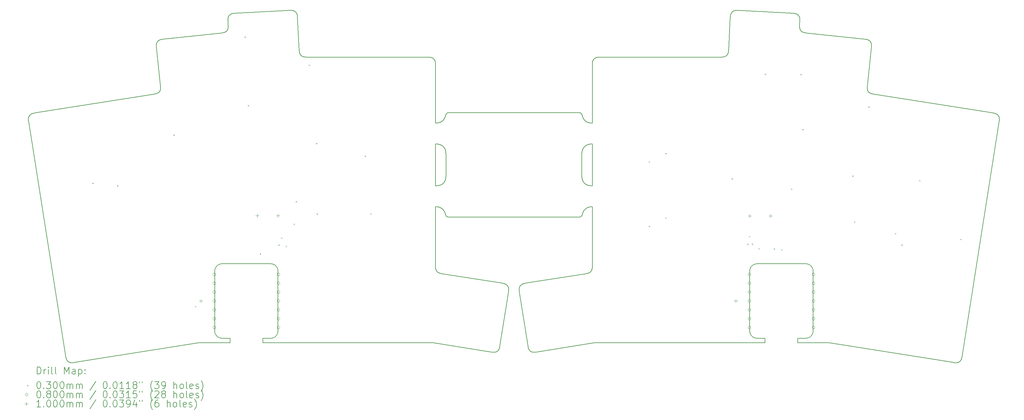
<source format=gbr>
%TF.GenerationSoftware,KiCad,Pcbnew,9.0.0*%
%TF.CreationDate,2025-03-17T20:43:48+03:00*%
%TF.ProjectId,NIOKR,4e494f4b-522e-46b6-9963-61645f706362,rev?*%
%TF.SameCoordinates,Original*%
%TF.FileFunction,Drillmap*%
%TF.FilePolarity,Positive*%
%FSLAX45Y45*%
G04 Gerber Fmt 4.5, Leading zero omitted, Abs format (unit mm)*
G04 Created by KiCad (PCBNEW 9.0.0) date 2025-03-17 20:43:48*
%MOMM*%
%LPD*%
G01*
G04 APERTURE LIST*
%ADD10C,0.200000*%
%ADD11C,0.100000*%
G04 APERTURE END LIST*
D10*
X14789840Y-10300000D02*
X14788969Y-10299999D01*
X14788100Y-10299996D01*
X14787234Y-10299991D01*
X14786371Y-10299984D01*
X14785511Y-10299975D01*
X14784654Y-10299964D01*
X14783799Y-10299951D01*
X14782947Y-10299936D01*
X14782099Y-10299920D01*
X14781252Y-10299901D01*
X14780409Y-10299880D01*
X14779568Y-10299858D01*
X14778731Y-10299833D01*
X14777895Y-10299807D01*
X14777064Y-10299778D01*
X14776233Y-10299748D01*
X14775407Y-10299716D01*
X14774582Y-10299682D01*
X14773761Y-10299646D01*
X14772942Y-10299608D01*
X14772126Y-10299568D01*
X14771313Y-10299526D01*
X14770502Y-10299483D01*
X14769694Y-10299438D01*
X14768889Y-10299390D01*
X14768085Y-10299341D01*
X14767286Y-10299290D01*
X14766488Y-10299238D01*
X14765693Y-10299183D01*
X14764901Y-10299127D01*
X14764111Y-10299068D01*
X14763324Y-10299008D01*
X14762540Y-10298947D01*
X14761757Y-10298883D01*
X14760978Y-10298817D01*
X14760201Y-10298750D01*
X14759427Y-10298681D01*
X14758655Y-10298610D01*
X14757887Y-10298538D01*
X14757120Y-10298463D01*
X14756356Y-10298387D01*
X14755594Y-10298309D01*
X14754835Y-10298230D01*
X14754078Y-10298148D01*
X14753325Y-10298065D01*
X14752573Y-10297980D01*
X14751824Y-10297894D01*
X14751077Y-10297806D01*
X14750333Y-10297716D01*
X14749591Y-10297624D01*
X14748852Y-10297530D01*
X14748115Y-10297435D01*
X14747381Y-10297338D01*
X14746649Y-10297240D01*
X14745920Y-10297139D01*
X14745192Y-10297037D01*
X14744468Y-10296934D01*
X14743745Y-10296828D01*
X14743026Y-10296721D01*
X14742308Y-10296613D01*
X14741593Y-10296502D01*
X14740880Y-10296390D01*
X14740170Y-10296277D01*
X14739461Y-10296161D01*
X14738756Y-10296044D01*
X14738052Y-10295926D01*
X14737351Y-10295806D01*
X14736652Y-10295684D01*
X14735956Y-10295560D01*
X14735261Y-10295435D01*
X14734570Y-10295308D01*
X14733880Y-10295180D01*
X14733193Y-10295050D01*
X14732507Y-10294918D01*
X14731825Y-10294785D01*
X14731144Y-10294650D01*
X14730466Y-10294514D01*
X14729790Y-10294376D01*
X14729116Y-10294237D01*
X14728444Y-10294095D01*
X14727775Y-10293953D01*
X14727108Y-10293808D01*
X14726443Y-10293663D01*
X14725780Y-10293515D01*
X14725120Y-10293366D01*
X14724461Y-10293216D01*
X14723805Y-10293064D01*
X14723151Y-10292910D01*
X14722499Y-10292755D01*
X14721849Y-10292598D01*
X14721202Y-10292440D01*
X14720557Y-10292280D01*
X14719914Y-10292119D01*
X14719272Y-10291956D01*
X14718633Y-10291791D01*
X14717996Y-10291625D01*
X14717362Y-10291458D01*
X14716729Y-10291289D01*
X14716099Y-10291119D01*
X14715470Y-10290947D01*
X14714844Y-10290773D01*
X14714219Y-10290598D01*
X14713597Y-10290422D01*
X14712977Y-10290244D01*
X14712359Y-10290064D01*
X14711742Y-10289883D01*
X14711129Y-10289701D01*
X14710516Y-10289517D01*
X14709907Y-10289332D01*
X14709298Y-10289145D01*
X14708693Y-10288957D01*
X14708089Y-10288767D01*
X14707487Y-10288575D01*
X14706887Y-10288383D01*
X14706289Y-10288188D01*
X14705693Y-10287993D01*
X14705099Y-10287796D01*
X14704507Y-10287597D01*
X14703917Y-10287397D01*
X14703329Y-10287195D01*
X14702743Y-10286993D01*
X14702158Y-10286788D01*
X14701576Y-10286582D01*
X14700996Y-10286375D01*
X14700417Y-10286166D01*
X14699841Y-10285956D01*
X14699266Y-10285745D01*
X14698693Y-10285532D01*
X14698123Y-10285317D01*
X14697554Y-10285101D01*
X14696987Y-10284884D01*
X14696421Y-10284666D01*
X14695858Y-10284445D01*
X14695297Y-10284224D01*
X14694737Y-10284001D01*
X14694180Y-10283777D01*
X14693624Y-10283551D01*
X14693070Y-10283324D01*
X14692518Y-10283095D01*
X14691967Y-10282865D01*
X14691419Y-10282634D01*
X14690872Y-10282401D01*
X14690327Y-10282167D01*
X14689784Y-10281931D01*
X14689243Y-10281694D01*
X14688704Y-10281456D01*
X14688166Y-10281216D01*
X14687630Y-10280975D01*
X14687096Y-10280732D01*
X14686564Y-10280488D01*
X14686033Y-10280243D01*
X14685504Y-10279996D01*
X14684977Y-10279748D01*
X14684452Y-10279498D01*
X14683929Y-10279247D01*
X14683407Y-10278995D01*
X14682887Y-10278741D01*
X14682368Y-10278486D01*
X14681852Y-10278230D01*
X14681337Y-10277972D01*
X14680824Y-10277713D01*
X14680312Y-10277452D01*
X14679802Y-10277190D01*
X14679294Y-10276927D01*
X14678788Y-10276662D01*
X14678283Y-10276396D01*
X14677780Y-10276129D01*
X14677279Y-10275860D01*
X14676779Y-10275589D01*
X14676281Y-10275318D01*
X14675785Y-10275045D01*
X14675290Y-10274770D01*
X14674797Y-10274495D01*
X14674306Y-10274218D01*
X14673816Y-10273939D01*
X14673328Y-10273659D01*
X14672841Y-10273378D01*
X14672356Y-10273096D01*
X14671873Y-10272812D01*
X14671392Y-10272526D01*
X14670912Y-10272240D01*
X14670433Y-10271952D01*
X14669956Y-10271662D01*
X14669481Y-10271371D01*
X14669008Y-10271079D01*
X14668535Y-10270786D01*
X14668065Y-10270491D01*
X14667596Y-10270194D01*
X14667129Y-10269897D01*
X14666663Y-10269598D01*
X14666199Y-10269297D01*
X14665736Y-10268995D01*
X14665275Y-10268692D01*
X14664816Y-10268388D01*
X14664358Y-10268082D01*
X14663901Y-10267775D01*
X14663447Y-10267466D01*
X14662993Y-10267156D01*
X14662541Y-10266845D01*
X14662091Y-10266532D01*
X14661642Y-10266218D01*
X14661195Y-10265902D01*
X14660749Y-10265585D01*
X14660305Y-10265267D01*
X14659862Y-10264947D01*
X14659421Y-10264626D01*
X14658981Y-10264304D01*
X14658543Y-10263980D01*
X14658106Y-10263654D01*
X14657671Y-10263328D01*
X14657237Y-10263000D01*
X14656805Y-10262670D01*
X14656374Y-10262340D01*
X14655945Y-10262007D01*
X14655517Y-10261674D01*
X14655090Y-10261339D01*
X14654665Y-10261002D01*
X14654242Y-10260665D01*
X14653820Y-10260325D01*
X14653399Y-10259985D01*
X14652980Y-10259643D01*
X14652562Y-10259299D01*
X14652146Y-10258955D01*
X14651731Y-10258608D01*
X14651317Y-10258261D01*
X14650905Y-10257912D01*
X14650495Y-10257561D01*
X14650086Y-10257209D01*
X14649678Y-10256856D01*
X14649271Y-10256501D01*
X14648866Y-10256145D01*
X14648463Y-10255788D01*
X14648061Y-10255429D01*
X14647660Y-10255068D01*
X14647261Y-10254706D01*
X14646863Y-10254343D01*
X14646466Y-10253978D01*
X14646071Y-10253612D01*
X14645677Y-10253245D01*
X14645285Y-10252876D01*
X14644894Y-10252505D01*
X14644504Y-10252133D01*
X14643729Y-10251385D01*
X14642960Y-10250631D01*
X14642195Y-10249871D01*
X14641437Y-10249105D01*
X14640683Y-10248333D01*
X14639935Y-10247556D01*
X14639193Y-10246772D01*
X14638456Y-10245983D01*
X14637724Y-10245187D01*
X14636998Y-10244386D01*
X14636276Y-10243578D01*
X14635561Y-10242764D01*
X14634850Y-10241945D01*
X14634145Y-10241119D01*
X14633445Y-10240287D01*
X14632750Y-10239449D01*
X14632060Y-10238604D01*
X14631376Y-10237753D01*
X14630697Y-10236897D01*
X14630023Y-10236033D01*
X14629355Y-10235164D01*
X14628691Y-10234288D01*
X14628033Y-10233405D01*
X14627380Y-10232516D01*
X14626732Y-10231621D01*
X14626089Y-10230719D01*
X14625452Y-10229811D01*
X14624819Y-10228896D01*
X14624192Y-10227974D01*
X14623570Y-10227046D01*
X14622953Y-10226111D01*
X14622341Y-10225170D01*
X14621734Y-10224221D01*
X14621133Y-10223266D01*
X14620536Y-10222304D01*
X14619945Y-10221335D01*
X14619359Y-10220359D01*
X14618778Y-10219376D01*
X14618202Y-10218386D01*
X14617631Y-10217389D01*
X14617066Y-10216385D01*
X14616505Y-10215374D01*
X14615950Y-10214355D01*
X14615400Y-10213330D01*
X14614855Y-10212297D01*
X14614316Y-10211256D01*
X14613781Y-10210209D01*
X14613252Y-10209154D01*
X14612728Y-10208091D01*
X14612209Y-10207021D01*
X14611695Y-10205944D01*
X14611187Y-10204858D01*
X14610684Y-10203766D01*
X14610186Y-10202665D01*
X14609694Y-10201557D01*
X14609206Y-10200441D01*
X14608724Y-10199317D01*
X14608248Y-10198185D01*
X14607776Y-10197045D01*
X14607310Y-10195897D01*
X14606850Y-10194741D01*
X14606395Y-10193577D01*
X14605945Y-10192405D01*
X14605500Y-10191225D01*
X14605062Y-10190036D01*
X14604628Y-10188839D01*
X14604200Y-10187634D01*
X14603778Y-10186420D01*
X14603361Y-10185198D01*
X14602949Y-10183967D01*
X14602543Y-10182727D01*
X14602143Y-10181479D01*
X14601749Y-10180223D01*
X14601360Y-10178957D01*
X14600976Y-10177683D01*
X14600599Y-10176399D01*
X14600227Y-10175107D01*
X14599860Y-10173806D01*
X14599500Y-10172496D01*
X14599145Y-10171177D01*
X14598797Y-10169848D01*
X14598454Y-10168510D01*
X14598117Y-10167163D01*
X14597786Y-10165807D01*
X14597460Y-10164441D01*
X14597141Y-10163066D01*
X14596828Y-10161681D01*
X14596521Y-10160287D01*
X14596220Y-10158883D01*
X14595925Y-10157469D01*
X14595636Y-10156046D01*
X14595353Y-10154612D01*
X14595077Y-10153169D01*
X14594807Y-10151716D01*
X14594543Y-10150253D01*
X14594285Y-10148779D01*
X14594034Y-10147296D01*
X14593789Y-10145802D01*
X14593551Y-10144298D01*
X14593319Y-10142784D01*
X14593093Y-10141259D01*
X14592874Y-10139724D01*
X14592662Y-10138178D01*
X14592456Y-10136622D01*
X14592257Y-10135055D01*
X14592065Y-10133477D01*
X14591879Y-10131888D01*
X14591700Y-10130289D01*
X14591529Y-10128679D01*
X14591363Y-10127057D01*
X14591205Y-10125425D01*
X14591054Y-10123781D01*
X14590910Y-10122126D01*
X14590773Y-10120460D01*
X14590643Y-10118782D01*
X14590520Y-10117094D01*
X14590404Y-10115393D01*
X14590296Y-10113681D01*
X14590195Y-10111958D01*
X14590114Y-10110467D01*
X12167832Y-18203146D02*
X12165321Y-18188635D01*
X27655811Y-16246828D02*
X27670214Y-16242027D01*
X29275171Y-16295357D02*
X29285573Y-16306321D01*
X13542184Y-18500000D02*
X18403357Y-18500000D01*
X29156415Y-18366899D02*
X29141617Y-18368574D01*
X12205147Y-16318132D02*
X12214427Y-16306321D01*
X13929764Y-16306321D02*
X13939045Y-16318132D01*
X29294853Y-18284616D02*
X29285573Y-18296427D01*
X18887298Y-11893942D02*
X18886733Y-11893943D01*
X18886170Y-11893946D01*
X18885610Y-11893951D01*
X18885051Y-11893958D01*
X18884495Y-11893967D01*
X18883941Y-11893977D01*
X18883390Y-11893990D01*
X18882840Y-11894005D01*
X18882294Y-11894022D01*
X18881749Y-11894041D01*
X18881207Y-11894061D01*
X18880666Y-11894084D01*
X18880128Y-11894108D01*
X18879592Y-11894135D01*
X18879059Y-11894163D01*
X18878527Y-11894193D01*
X18877998Y-11894225D01*
X18877470Y-11894259D01*
X18876946Y-11894294D01*
X18876423Y-11894332D01*
X18875902Y-11894372D01*
X18875383Y-11894413D01*
X18874867Y-11894456D01*
X18874353Y-11894501D01*
X18873841Y-11894548D01*
X18873330Y-11894596D01*
X18872822Y-11894647D01*
X18872316Y-11894699D01*
X18871812Y-11894753D01*
X18871310Y-11894809D01*
X18870811Y-11894867D01*
X18870313Y-11894926D01*
X18869817Y-11894987D01*
X18869323Y-11895050D01*
X18868832Y-11895115D01*
X18868342Y-11895181D01*
X18867854Y-11895249D01*
X18867368Y-11895319D01*
X18866885Y-11895391D01*
X18866403Y-11895465D01*
X18865923Y-11895540D01*
X18865445Y-11895617D01*
X18864969Y-11895695D01*
X18864495Y-11895775D01*
X18864023Y-11895857D01*
X18863552Y-11895941D01*
X18863084Y-11896026D01*
X18862618Y-11896114D01*
X18862153Y-11896202D01*
X18861690Y-11896293D01*
X18861230Y-11896385D01*
X18860771Y-11896479D01*
X18860314Y-11896574D01*
X18859858Y-11896671D01*
X18859405Y-11896770D01*
X18858953Y-11896870D01*
X18858504Y-11896972D01*
X18858056Y-11897076D01*
X18857610Y-11897181D01*
X18857165Y-11897288D01*
X18856723Y-11897397D01*
X18856282Y-11897507D01*
X18855843Y-11897619D01*
X18855405Y-11897733D01*
X18854970Y-11897848D01*
X18854536Y-11897964D01*
X18854104Y-11898083D01*
X18853674Y-11898202D01*
X18853245Y-11898324D01*
X18852818Y-11898447D01*
X18852393Y-11898572D01*
X18851970Y-11898698D01*
X18851548Y-11898826D01*
X18851128Y-11898955D01*
X18850709Y-11899086D01*
X18850292Y-11899219D01*
X18849877Y-11899353D01*
X18849464Y-11899489D01*
X18849052Y-11899626D01*
X18848642Y-11899765D01*
X18848233Y-11899905D01*
X18847826Y-11900047D01*
X18847421Y-11900191D01*
X18847017Y-11900336D01*
X18846615Y-11900482D01*
X18846214Y-11900631D01*
X18845815Y-11900780D01*
X18845418Y-11900932D01*
X18845022Y-11901084D01*
X18844628Y-11901239D01*
X18844235Y-11901395D01*
X18843844Y-11901552D01*
X18843454Y-11901711D01*
X18843066Y-11901872D01*
X18842680Y-11902034D01*
X18842294Y-11902197D01*
X18841911Y-11902362D01*
X18841529Y-11902529D01*
X18841148Y-11902697D01*
X18840769Y-11902867D01*
X18840392Y-11903038D01*
X18840016Y-11903211D01*
X18839641Y-11903385D01*
X18839268Y-11903561D01*
X18838896Y-11903738D01*
X18838526Y-11903917D01*
X18838157Y-11904098D01*
X18837790Y-11904280D01*
X18837424Y-11904463D01*
X18837059Y-11904648D01*
X18836696Y-11904834D01*
X18836334Y-11905023D01*
X18835974Y-11905212D01*
X18835615Y-11905403D01*
X18835258Y-11905596D01*
X18834902Y-11905790D01*
X18834547Y-11905985D01*
X18834194Y-11906182D01*
X18833842Y-11906381D01*
X18833491Y-11906581D01*
X18833142Y-11906783D01*
X18832794Y-11906986D01*
X18832448Y-11907191D01*
X18832102Y-11907397D01*
X18831759Y-11907605D01*
X18831416Y-11907815D01*
X18831075Y-11908025D01*
X18830735Y-11908238D01*
X18830397Y-11908452D01*
X18830059Y-11908667D01*
X18829723Y-11908884D01*
X18829389Y-11909103D01*
X18829056Y-11909323D01*
X18828724Y-11909545D01*
X18828393Y-11909768D01*
X18828063Y-11909993D01*
X18827735Y-11910219D01*
X18827408Y-11910447D01*
X18827083Y-11910676D01*
X18826758Y-11910907D01*
X18826435Y-11911140D01*
X18826114Y-11911374D01*
X18825793Y-11911609D01*
X18825474Y-11911846D01*
X18825156Y-11912085D01*
X18824839Y-11912326D01*
X18824523Y-11912567D01*
X18824209Y-11912811D01*
X18823584Y-11913303D01*
X18822964Y-11913801D01*
X18822348Y-11914305D01*
X18821738Y-11914816D01*
X18821132Y-11915333D01*
X18820531Y-11915857D01*
X18819935Y-11916387D01*
X18819343Y-11916924D01*
X18818756Y-11917467D01*
X18818174Y-11918017D01*
X18817597Y-11918573D01*
X18817024Y-11919137D01*
X18816455Y-11919706D01*
X18815891Y-11920283D01*
X18815332Y-11920866D01*
X18814778Y-11921457D01*
X18814227Y-11922054D01*
X18813682Y-11922658D01*
X18813141Y-11923269D01*
X18812604Y-11923887D01*
X18812072Y-11924512D01*
X18811544Y-11925144D01*
X18811021Y-11925783D01*
X18810502Y-11926429D01*
X18809988Y-11927083D01*
X18809478Y-11927744D01*
X18808972Y-11928412D01*
X18808471Y-11929088D01*
X18807975Y-11929772D01*
X18807483Y-11930462D01*
X18806995Y-11931161D01*
X18806511Y-11931867D01*
X18806032Y-11932581D01*
X18805558Y-11933302D01*
X18805088Y-11934032D01*
X18804622Y-11934769D01*
X18804161Y-11935514D01*
X18803704Y-11936267D01*
X18803252Y-11937029D01*
X18802804Y-11937798D01*
X18802361Y-11938576D01*
X18801922Y-11939362D01*
X18801487Y-11940156D01*
X18801058Y-11940959D01*
X18800632Y-11941770D01*
X18800211Y-11942590D01*
X18799795Y-11943419D01*
X18799383Y-11944256D01*
X18798976Y-11945102D01*
X18798574Y-11945957D01*
X18798176Y-11946821D01*
X18797783Y-11947694D01*
X18797395Y-11948576D01*
X18797011Y-11949468D01*
X18796632Y-11950368D01*
X18796258Y-11951278D01*
X18795888Y-11952197D01*
X18795523Y-11953126D01*
X18795164Y-11954064D01*
X18794809Y-11955013D01*
X18794459Y-11955970D01*
X18794113Y-11956938D01*
X18793773Y-11957916D01*
X18793438Y-11958903D01*
X18793108Y-11959901D01*
X18792783Y-11960909D01*
X18792463Y-11961927D01*
X18792148Y-11962955D01*
X18791838Y-11963994D01*
X18791534Y-11965044D01*
X18791235Y-11966104D01*
X18790941Y-11967175D01*
X18790652Y-11968256D01*
X18790474Y-11968942D01*
X13981096Y-16443754D02*
X13981096Y-18158994D01*
X12314406Y-16242027D02*
X12329073Y-16238361D01*
X12167832Y-16399602D02*
X12171499Y-16384934D01*
X28897992Y-18369124D02*
X28897992Y-18500000D01*
X29336904Y-18158994D02*
X29336354Y-18173837D01*
X12224829Y-18307391D02*
X12214427Y-18296427D01*
X8121376Y-19070986D02*
X11710892Y-18502462D01*
X29214084Y-18350003D02*
X29199997Y-18355920D01*
X27170577Y-8957654D02*
X27169685Y-8957609D01*
X27168794Y-8957565D01*
X27167908Y-8957524D01*
X27167023Y-8957484D01*
X27166143Y-8957447D01*
X27165264Y-8957412D01*
X27164389Y-8957379D01*
X27163515Y-8957348D01*
X27162646Y-8957319D01*
X27161779Y-8957293D01*
X27160915Y-8957268D01*
X27160053Y-8957245D01*
X27159195Y-8957225D01*
X27158338Y-8957207D01*
X27157486Y-8957190D01*
X27156635Y-8957176D01*
X27155788Y-8957164D01*
X27154943Y-8957154D01*
X27154101Y-8957146D01*
X27153261Y-8957140D01*
X27152425Y-8957136D01*
X27151591Y-8957133D01*
X27150760Y-8957133D01*
X27149931Y-8957135D01*
X27149106Y-8957139D01*
X27148283Y-8957145D01*
X27147463Y-8957153D01*
X27146645Y-8957163D01*
X27145830Y-8957175D01*
X27145017Y-8957189D01*
X27144208Y-8957205D01*
X27143400Y-8957222D01*
X27142596Y-8957242D01*
X27141794Y-8957264D01*
X27140995Y-8957287D01*
X27140198Y-8957313D01*
X27139405Y-8957340D01*
X27138613Y-8957369D01*
X27137824Y-8957400D01*
X27137038Y-8957434D01*
X27136254Y-8957469D01*
X27135473Y-8957505D01*
X27134695Y-8957544D01*
X27133918Y-8957585D01*
X27133145Y-8957627D01*
X27132374Y-8957672D01*
X27131606Y-8957718D01*
X27130839Y-8957766D01*
X27130076Y-8957816D01*
X27129315Y-8957868D01*
X27128557Y-8957921D01*
X27127800Y-8957977D01*
X27127047Y-8958034D01*
X27126296Y-8958093D01*
X27125548Y-8958154D01*
X27124801Y-8958217D01*
X27124058Y-8958281D01*
X27123316Y-8958348D01*
X27122577Y-8958416D01*
X27121841Y-8958486D01*
X27121107Y-8958557D01*
X27120375Y-8958631D01*
X27119646Y-8958706D01*
X27118919Y-8958783D01*
X27118195Y-8958862D01*
X27117472Y-8958942D01*
X27116753Y-8959025D01*
X27116035Y-8959109D01*
X27115320Y-8959194D01*
X27114607Y-8959282D01*
X27113897Y-8959371D01*
X27113189Y-8959462D01*
X27112483Y-8959555D01*
X27111780Y-8959649D01*
X27111079Y-8959745D01*
X27110380Y-8959843D01*
X27109683Y-8959942D01*
X27108989Y-8960044D01*
X27108297Y-8960147D01*
X27107607Y-8960251D01*
X27106920Y-8960357D01*
X27106234Y-8960465D01*
X27105552Y-8960575D01*
X27104870Y-8960686D01*
X27104192Y-8960799D01*
X27103516Y-8960914D01*
X27102842Y-8961030D01*
X27102170Y-8961148D01*
X27101500Y-8961267D01*
X27100832Y-8961388D01*
X27100167Y-8961511D01*
X27099504Y-8961636D01*
X27098843Y-8961762D01*
X27098184Y-8961889D01*
X27097528Y-8962019D01*
X27096873Y-8962150D01*
X27096221Y-8962282D01*
X27095570Y-8962416D01*
X27094923Y-8962552D01*
X27094276Y-8962690D01*
X27093633Y-8962828D01*
X27092991Y-8962969D01*
X27092351Y-8963111D01*
X27091713Y-8963255D01*
X27091078Y-8963400D01*
X27090444Y-8963547D01*
X27089813Y-8963696D01*
X27089184Y-8963846D01*
X27088557Y-8963997D01*
X27087931Y-8964150D01*
X27087309Y-8964305D01*
X27086687Y-8964461D01*
X27086068Y-8964619D01*
X27085451Y-8964779D01*
X27084836Y-8964939D01*
X27084223Y-8965102D01*
X27083612Y-8965266D01*
X27083003Y-8965431D01*
X27082396Y-8965598D01*
X27081791Y-8965767D01*
X27081188Y-8965937D01*
X27080587Y-8966109D01*
X27079988Y-8966282D01*
X27079390Y-8966457D01*
X27078795Y-8966633D01*
X27078202Y-8966811D01*
X27077611Y-8966990D01*
X27077021Y-8967171D01*
X27076434Y-8967353D01*
X27075848Y-8967537D01*
X27075264Y-8967722D01*
X27074682Y-8967908D01*
X27074103Y-8968097D01*
X27073525Y-8968286D01*
X27072949Y-8968478D01*
X27072374Y-8968670D01*
X27071802Y-8968864D01*
X27071231Y-8969060D01*
X27070663Y-8969257D01*
X27070096Y-8969456D01*
X27069531Y-8969656D01*
X27068968Y-8969857D01*
X27068407Y-8970060D01*
X27067847Y-8970265D01*
X27067290Y-8970471D01*
X27066734Y-8970678D01*
X27066180Y-8970887D01*
X27065628Y-8971097D01*
X27065078Y-8971309D01*
X27064529Y-8971522D01*
X27063982Y-8971737D01*
X27063437Y-8971953D01*
X27062894Y-8972171D01*
X27062352Y-8972390D01*
X27061813Y-8972610D01*
X27061275Y-8972832D01*
X27060739Y-8973055D01*
X27060204Y-8973280D01*
X27059672Y-8973506D01*
X27059140Y-8973734D01*
X27058611Y-8973963D01*
X27058084Y-8974194D01*
X27057558Y-8974426D01*
X27057034Y-8974659D01*
X27056512Y-8974894D01*
X27055991Y-8975130D01*
X27055472Y-8975368D01*
X27054954Y-8975607D01*
X27054439Y-8975847D01*
X27053925Y-8976089D01*
X27053413Y-8976333D01*
X27052902Y-8976578D01*
X27052393Y-8976824D01*
X27051886Y-8977071D01*
X27051380Y-8977320D01*
X27050876Y-8977571D01*
X27050374Y-8977823D01*
X27049873Y-8978076D01*
X27049374Y-8978331D01*
X27048877Y-8978587D01*
X27048381Y-8978845D01*
X27047887Y-8979104D01*
X27047394Y-8979364D01*
X27046903Y-8979626D01*
X27046414Y-8979889D01*
X27045926Y-8980154D01*
X27045440Y-8980420D01*
X27044955Y-8980687D01*
X27044472Y-8980956D01*
X27043990Y-8981226D01*
X27043511Y-8981498D01*
X27043032Y-8981771D01*
X27042556Y-8982046D01*
X27042080Y-8982322D01*
X27041607Y-8982599D01*
X27041134Y-8982878D01*
X27040664Y-8983158D01*
X27040195Y-8983440D01*
X27039727Y-8983723D01*
X27039261Y-8984007D01*
X27038797Y-8984293D01*
X27038334Y-8984580D01*
X27037873Y-8984869D01*
X27037413Y-8985159D01*
X27036954Y-8985450D01*
X27036497Y-8985743D01*
X27036042Y-8986038D01*
X27035588Y-8986333D01*
X27035136Y-8986631D01*
X27034685Y-8986929D01*
X27034235Y-8987229D01*
X27033787Y-8987531D01*
X27033341Y-8987833D01*
X27032895Y-8988138D01*
X27032452Y-8988443D01*
X27032010Y-8988751D01*
X27031569Y-8989059D01*
X27031130Y-8989369D01*
X27030692Y-8989680D01*
X27030256Y-8989993D01*
X27029821Y-8990307D01*
X27029387Y-8990623D01*
X27028955Y-8990940D01*
X27028525Y-8991259D01*
X27028095Y-8991579D01*
X27027668Y-8991900D01*
X27027241Y-8992223D01*
X27026816Y-8992547D01*
X27026393Y-8992873D01*
X27025971Y-8993200D01*
X27025550Y-8993529D01*
X27025131Y-8993859D01*
X27024713Y-8994191D01*
X27024296Y-8994524D01*
X27023881Y-8994858D01*
X27023467Y-8995194D01*
X27023055Y-8995531D01*
X27022644Y-8995870D01*
X27022234Y-8996210D01*
X27021826Y-8996552D01*
X27021419Y-8996895D01*
X27021014Y-8997240D01*
X27020609Y-8997586D01*
X27020207Y-8997933D01*
X27019805Y-8998282D01*
X27019405Y-8998633D01*
X27019006Y-8998985D01*
X27018609Y-8999338D01*
X27018213Y-8999693D01*
X27017818Y-9000050D01*
X27017033Y-9000767D01*
X27016253Y-9001490D01*
X27015478Y-9002220D01*
X27014708Y-9002955D01*
X27013944Y-9003696D01*
X27013185Y-9004443D01*
X27012431Y-9005197D01*
X27011683Y-9005956D01*
X27010940Y-9006722D01*
X27010201Y-9007494D01*
X27009468Y-9008272D01*
X27008741Y-9009056D01*
X27008018Y-9009847D01*
X27007300Y-9010643D01*
X27006588Y-9011446D01*
X27005880Y-9012256D01*
X27005178Y-9013071D01*
X27004481Y-9013893D01*
X27003789Y-9014722D01*
X27003101Y-9015557D01*
X27002419Y-9016398D01*
X27001742Y-9017246D01*
X27001070Y-9018100D01*
X27000403Y-9018961D01*
X26999741Y-9019829D01*
X26999084Y-9020703D01*
X26998432Y-9021584D01*
X26997785Y-9022472D01*
X26997142Y-9023366D01*
X26996505Y-9024268D01*
X26995873Y-9025176D01*
X26995246Y-9026091D01*
X26994624Y-9027012D01*
X26994006Y-9027941D01*
X26993394Y-9028877D01*
X26992786Y-9029820D01*
X26992184Y-9030770D01*
X26991587Y-9031727D01*
X26990994Y-9032691D01*
X26990407Y-9033663D01*
X26989824Y-9034641D01*
X26989246Y-9035627D01*
X26988674Y-9036621D01*
X26988106Y-9037621D01*
X26987543Y-9038629D01*
X26986986Y-9039645D01*
X26986433Y-9040668D01*
X26985886Y-9041699D01*
X26985343Y-9042737D01*
X26984805Y-9043783D01*
X26984273Y-9044837D01*
X26983745Y-9045898D01*
X26983223Y-9046967D01*
X26982705Y-9048044D01*
X26982193Y-9049129D01*
X26981686Y-9050222D01*
X26981184Y-9051323D01*
X26980687Y-9052433D01*
X26980195Y-9053550D01*
X26979708Y-9054675D01*
X26979227Y-9055809D01*
X26978750Y-9056951D01*
X26978279Y-9058101D01*
X26977813Y-9059259D01*
X26977352Y-9060426D01*
X26976897Y-9061602D01*
X26976447Y-9062786D01*
X26976002Y-9063979D01*
X26975562Y-9065180D01*
X26975128Y-9066390D01*
X26974699Y-9067609D01*
X26974276Y-9068837D01*
X26973858Y-9070073D01*
X26973445Y-9071319D01*
X26973038Y-9072573D01*
X26972636Y-9073837D01*
X26972240Y-9075110D01*
X26971849Y-9076391D01*
X26971464Y-9077683D01*
X26971084Y-9078983D01*
X26970710Y-9080293D01*
X26970342Y-9081612D01*
X26969979Y-9082941D01*
X26969622Y-9084279D01*
X26969271Y-9085627D01*
X26968925Y-9086985D01*
X26968586Y-9088352D01*
X26968252Y-9089729D01*
X26967924Y-9091116D01*
X26967602Y-9092513D01*
X26967285Y-9093920D01*
X26966975Y-9095337D01*
X26966671Y-9096764D01*
X26966372Y-9098202D01*
X26966080Y-9099649D01*
X26965794Y-9101107D01*
X26965514Y-9102575D01*
X26965240Y-9104054D01*
X26964972Y-9105543D01*
X26964711Y-9107043D01*
X26964455Y-9108553D01*
X26964206Y-9110075D01*
X26963964Y-9111607D01*
X26963728Y-9113149D01*
X26963498Y-9114703D01*
X26963275Y-9116268D01*
X26963058Y-9117844D01*
X26962848Y-9119431D01*
X26962644Y-9121029D01*
X26962447Y-9122638D01*
X26962257Y-9124259D01*
X26962073Y-9125891D01*
X26961897Y-9127535D01*
X26961727Y-9129190D01*
X26961563Y-9130857D01*
X26961407Y-9132535D01*
X26961258Y-9134225D01*
X26961116Y-9135927D01*
X26960980Y-9137641D01*
X26960852Y-9139367D01*
X26960731Y-9141105D01*
X26960617Y-9142856D01*
X26960511Y-9144618D01*
X26960412Y-9146393D01*
X26960384Y-9146913D01*
X27532109Y-16370531D02*
X27538025Y-16356444D01*
X31058747Y-11359410D02*
X31057887Y-11359272D01*
X31057029Y-11359133D01*
X31056175Y-11358993D01*
X31055323Y-11358851D01*
X31054476Y-11358708D01*
X31053630Y-11358563D01*
X31052789Y-11358417D01*
X31051949Y-11358269D01*
X31051114Y-11358119D01*
X31050281Y-11357968D01*
X31049451Y-11357816D01*
X31048624Y-11357662D01*
X31047801Y-11357507D01*
X31046980Y-11357350D01*
X31046163Y-11357192D01*
X31045348Y-11357032D01*
X31044536Y-11356871D01*
X31043727Y-11356708D01*
X31042922Y-11356544D01*
X31042119Y-11356379D01*
X31041319Y-11356212D01*
X31040522Y-11356043D01*
X31039728Y-11355874D01*
X31038937Y-11355702D01*
X31038149Y-11355530D01*
X31037363Y-11355356D01*
X31036582Y-11355180D01*
X31035802Y-11355003D01*
X31035025Y-11354825D01*
X31034251Y-11354646D01*
X31033481Y-11354465D01*
X31032713Y-11354282D01*
X31031948Y-11354098D01*
X31031185Y-11353913D01*
X31030426Y-11353727D01*
X31029669Y-11353539D01*
X31028915Y-11353349D01*
X31028164Y-11353159D01*
X31027416Y-11352967D01*
X31026670Y-11352773D01*
X31025928Y-11352579D01*
X31025187Y-11352383D01*
X31024450Y-11352185D01*
X31023715Y-11351986D01*
X31022984Y-11351786D01*
X31022255Y-11351585D01*
X31021529Y-11351382D01*
X31020805Y-11351178D01*
X31020084Y-11350973D01*
X31019366Y-11350766D01*
X31018650Y-11350558D01*
X31017937Y-11350349D01*
X31017227Y-11350138D01*
X31016520Y-11349926D01*
X31015815Y-11349713D01*
X31015112Y-11349499D01*
X31014413Y-11349283D01*
X31013716Y-11349066D01*
X31013022Y-11348848D01*
X31012330Y-11348628D01*
X31011641Y-11348407D01*
X31010954Y-11348185D01*
X31010271Y-11347962D01*
X31009589Y-11347737D01*
X31008910Y-11347511D01*
X31008234Y-11347284D01*
X31007560Y-11347056D01*
X31006889Y-11346826D01*
X31006221Y-11346595D01*
X31005554Y-11346363D01*
X31004891Y-11346129D01*
X31004230Y-11345895D01*
X31003571Y-11345659D01*
X31002915Y-11345422D01*
X31002262Y-11345183D01*
X31001610Y-11344944D01*
X31000962Y-11344703D01*
X31000316Y-11344461D01*
X30999672Y-11344218D01*
X30999031Y-11343973D01*
X30998392Y-11343728D01*
X30997756Y-11343481D01*
X30997122Y-11343233D01*
X30996490Y-11342983D01*
X30995861Y-11342733D01*
X30995234Y-11342481D01*
X30994610Y-11342228D01*
X30993988Y-11341974D01*
X30993369Y-11341719D01*
X30992752Y-11341463D01*
X30992137Y-11341205D01*
X30991524Y-11340946D01*
X30990914Y-11340686D01*
X30990306Y-11340425D01*
X30989701Y-11340163D01*
X30989098Y-11339899D01*
X30988498Y-11339635D01*
X30987899Y-11339369D01*
X30987303Y-11339102D01*
X30986709Y-11338834D01*
X30986118Y-11338564D01*
X30985528Y-11338294D01*
X30984941Y-11338022D01*
X30984356Y-11337749D01*
X30983774Y-11337476D01*
X30983194Y-11337200D01*
X30982616Y-11336924D01*
X30982040Y-11336647D01*
X30981467Y-11336368D01*
X30980895Y-11336088D01*
X30980327Y-11335808D01*
X30979759Y-11335526D01*
X30979195Y-11335243D01*
X30978632Y-11334958D01*
X30978072Y-11334673D01*
X30977514Y-11334387D01*
X30976959Y-11334099D01*
X30976405Y-11333810D01*
X30975853Y-11333520D01*
X30975304Y-11333229D01*
X30974757Y-11332937D01*
X30974212Y-11332644D01*
X30973669Y-11332350D01*
X30973128Y-11332054D01*
X30972589Y-11331758D01*
X30972053Y-11331460D01*
X30971518Y-11331161D01*
X30970986Y-11330861D01*
X30970456Y-11330560D01*
X30969928Y-11330258D01*
X30969402Y-11329954D01*
X30968878Y-11329650D01*
X30968356Y-11329345D01*
X30967836Y-11329038D01*
X30967318Y-11328730D01*
X30966802Y-11328421D01*
X30966289Y-11328111D01*
X30965777Y-11327800D01*
X30965268Y-11327488D01*
X30964760Y-11327175D01*
X30964254Y-11326861D01*
X30963751Y-11326545D01*
X30963249Y-11326229D01*
X30962750Y-11325911D01*
X30962252Y-11325592D01*
X30961757Y-11325272D01*
X30961263Y-11324951D01*
X30960772Y-11324629D01*
X30960282Y-11324306D01*
X30959795Y-11323982D01*
X30959309Y-11323656D01*
X30958825Y-11323330D01*
X30958344Y-11323002D01*
X30957864Y-11322674D01*
X30957386Y-11322344D01*
X30956910Y-11322013D01*
X30956436Y-11321681D01*
X30955964Y-11321348D01*
X30955494Y-11321014D01*
X30955026Y-11320679D01*
X30954559Y-11320343D01*
X30954095Y-11320005D01*
X30953633Y-11319667D01*
X30953172Y-11319327D01*
X30952713Y-11318987D01*
X30952256Y-11318645D01*
X30951801Y-11318302D01*
X30951348Y-11317958D01*
X30950897Y-11317613D01*
X30950447Y-11317267D01*
X30950000Y-11316919D01*
X30949554Y-11316571D01*
X30949111Y-11316222D01*
X30948668Y-11315871D01*
X30948228Y-11315519D01*
X30947790Y-11315167D01*
X30947353Y-11314813D01*
X30946919Y-11314458D01*
X30946486Y-11314102D01*
X30946055Y-11313745D01*
X30945626Y-11313386D01*
X30945198Y-11313027D01*
X30944772Y-11312667D01*
X30944349Y-11312305D01*
X30943927Y-11311942D01*
X30943506Y-11311579D01*
X30943088Y-11311214D01*
X30942671Y-11310848D01*
X30942256Y-11310481D01*
X30941843Y-11310112D01*
X30941431Y-11309743D01*
X30941021Y-11309373D01*
X30940614Y-11309001D01*
X30940207Y-11308628D01*
X30939803Y-11308255D01*
X30939400Y-11307880D01*
X30938999Y-11307504D01*
X30938600Y-11307127D01*
X30938202Y-11306748D01*
X30937806Y-11306369D01*
X30937412Y-11305988D01*
X30937020Y-11305607D01*
X30936629Y-11305224D01*
X30936240Y-11304840D01*
X30935853Y-11304455D01*
X30935467Y-11304069D01*
X30935084Y-11303682D01*
X30934701Y-11303293D01*
X30934321Y-11302904D01*
X30933942Y-11302513D01*
X30933565Y-11302121D01*
X30933189Y-11301728D01*
X30932816Y-11301334D01*
X30932444Y-11300939D01*
X30932073Y-11300542D01*
X30931704Y-11300145D01*
X30931337Y-11299746D01*
X30930972Y-11299346D01*
X30930608Y-11298945D01*
X30930246Y-11298543D01*
X30929885Y-11298140D01*
X30929526Y-11297735D01*
X30929169Y-11297329D01*
X30928813Y-11296922D01*
X30928459Y-11296514D01*
X30928107Y-11296105D01*
X30927756Y-11295695D01*
X30927407Y-11295283D01*
X30927060Y-11294871D01*
X30926714Y-11294457D01*
X30926370Y-11294042D01*
X30926027Y-11293625D01*
X30925686Y-11293208D01*
X30925346Y-11292789D01*
X30925009Y-11292369D01*
X30924672Y-11291948D01*
X30924338Y-11291526D01*
X30924005Y-11291102D01*
X30923673Y-11290678D01*
X30923344Y-11290252D01*
X30923015Y-11289825D01*
X30922689Y-11289396D01*
X30922040Y-11288536D01*
X30921398Y-11287671D01*
X30920762Y-11286801D01*
X30920133Y-11285926D01*
X30919509Y-11285046D01*
X30918892Y-11284161D01*
X30918281Y-11283271D01*
X30917677Y-11282375D01*
X30917078Y-11281475D01*
X30916486Y-11280570D01*
X30915900Y-11279660D01*
X30915321Y-11278744D01*
X30914747Y-11277823D01*
X30914180Y-11276897D01*
X30913618Y-11275966D01*
X30913063Y-11275029D01*
X30912514Y-11274087D01*
X30911972Y-11273140D01*
X30911435Y-11272188D01*
X30910905Y-11271229D01*
X30910380Y-11270266D01*
X30909862Y-11269297D01*
X30909350Y-11268322D01*
X30908844Y-11267342D01*
X30908344Y-11266357D01*
X30907850Y-11265366D01*
X30907363Y-11264369D01*
X30906881Y-11263366D01*
X30906406Y-11262358D01*
X30905936Y-11261344D01*
X30905473Y-11260324D01*
X30905016Y-11259298D01*
X30904565Y-11258266D01*
X30904121Y-11257229D01*
X30903682Y-11256185D01*
X30903250Y-11255135D01*
X30902823Y-11254080D01*
X30902403Y-11253018D01*
X30901989Y-11251950D01*
X30901582Y-11250876D01*
X30901180Y-11249796D01*
X30900785Y-11248710D01*
X30900396Y-11247617D01*
X30900013Y-11246518D01*
X30899637Y-11245412D01*
X30899266Y-11244300D01*
X30898902Y-11243182D01*
X30898545Y-11242057D01*
X30898193Y-11240926D01*
X30897848Y-11239788D01*
X30897509Y-11238643D01*
X30897177Y-11237492D01*
X30896851Y-11236334D01*
X30896532Y-11235169D01*
X30896218Y-11233997D01*
X30895912Y-11232818D01*
X30895612Y-11231633D01*
X30895318Y-11230440D01*
X30895031Y-11229241D01*
X30894750Y-11228034D01*
X30894476Y-11226821D01*
X30894208Y-11225600D01*
X30893948Y-11224372D01*
X30893693Y-11223136D01*
X30893446Y-11221894D01*
X30893205Y-11220643D01*
X30892971Y-11219386D01*
X30892743Y-11218121D01*
X30892523Y-11216849D01*
X30892309Y-11215569D01*
X30892102Y-11214281D01*
X30891902Y-11212986D01*
X30891709Y-11211683D01*
X30891522Y-11210372D01*
X30891343Y-11209053D01*
X30891171Y-11207727D01*
X30891006Y-11206392D01*
X30890848Y-11205050D01*
X30890697Y-11203699D01*
X30890553Y-11202341D01*
X30890416Y-11200974D01*
X30890287Y-11199599D01*
X30890164Y-11198216D01*
X30890050Y-11196825D01*
X30889942Y-11195425D01*
X30889842Y-11194017D01*
X30889749Y-11192600D01*
X30889664Y-11191175D01*
X30889586Y-11189741D01*
X30889516Y-11188299D01*
X30889453Y-11186847D01*
X30889398Y-11185387D01*
X30889351Y-11183919D01*
X30889312Y-11182441D01*
X30889280Y-11180955D01*
X30889256Y-11179459D01*
X30889240Y-11177955D01*
X30889232Y-11176441D01*
X30889231Y-11174918D01*
X30889239Y-11173386D01*
X30889255Y-11171845D01*
X30889279Y-11170295D01*
X30889311Y-11168735D01*
X30889351Y-11167165D01*
X30889400Y-11165586D01*
X30889457Y-11163998D01*
X30889522Y-11162400D01*
X30889596Y-11160792D01*
X30889678Y-11159175D01*
X30889768Y-11157547D01*
X30889868Y-11155910D01*
X30889975Y-11154263D01*
X30890092Y-11152606D01*
X30890217Y-11150939D01*
X30890351Y-11149262D01*
X30890494Y-11147574D01*
X30890646Y-11145877D01*
X30890806Y-11144169D01*
X30890976Y-11142451D01*
X30891129Y-11140966D01*
X27518904Y-16443754D02*
X27519454Y-16428911D01*
X18790474Y-11968942D02*
X18790228Y-11969889D01*
X18789981Y-11970835D01*
X18789732Y-11971777D01*
X18789482Y-11972717D01*
X18789231Y-11973654D01*
X18788979Y-11974589D01*
X18788725Y-11975520D01*
X18788470Y-11976450D01*
X18788213Y-11977375D01*
X18787955Y-11978299D01*
X18787696Y-11979220D01*
X18787435Y-11980138D01*
X18787174Y-11981054D01*
X18786910Y-11981967D01*
X18786646Y-11982877D01*
X18786380Y-11983784D01*
X18786113Y-11984689D01*
X18785844Y-11985592D01*
X18785575Y-11986491D01*
X18785304Y-11987388D01*
X18785031Y-11988282D01*
X18784758Y-11989174D01*
X18784483Y-11990063D01*
X18784207Y-11990950D01*
X18783929Y-11991833D01*
X18783650Y-11992715D01*
X18783370Y-11993593D01*
X18783089Y-11994470D01*
X18782806Y-11995343D01*
X18782522Y-11996214D01*
X18782237Y-11997083D01*
X18781951Y-11997949D01*
X18781663Y-11998812D01*
X18781374Y-11999673D01*
X18781084Y-12000531D01*
X18780793Y-12001387D01*
X18780500Y-12002240D01*
X18780206Y-12003091D01*
X18779911Y-12003939D01*
X18779614Y-12004785D01*
X18779317Y-12005628D01*
X18779018Y-12006469D01*
X18778717Y-12007307D01*
X18778416Y-12008143D01*
X18778113Y-12008976D01*
X18777809Y-12009807D01*
X18777504Y-12010635D01*
X18777198Y-12011461D01*
X18776890Y-12012284D01*
X18776582Y-12013106D01*
X18776272Y-12013924D01*
X18775960Y-12014740D01*
X18775648Y-12015554D01*
X18775334Y-12016365D01*
X18775019Y-12017174D01*
X18774703Y-12017981D01*
X18774386Y-12018785D01*
X18774067Y-12019587D01*
X18773748Y-12020386D01*
X18773427Y-12021183D01*
X18773105Y-12021977D01*
X18772781Y-12022770D01*
X18772457Y-12023559D01*
X18772131Y-12024347D01*
X18771804Y-12025132D01*
X18771476Y-12025915D01*
X18771147Y-12026695D01*
X18770816Y-12027473D01*
X18770485Y-12028249D01*
X18770152Y-12029022D01*
X18769818Y-12029793D01*
X18769482Y-12030562D01*
X18769146Y-12031329D01*
X18768809Y-12032093D01*
X18768470Y-12032855D01*
X18768130Y-12033615D01*
X18767789Y-12034372D01*
X18767447Y-12035127D01*
X18767103Y-12035880D01*
X18766759Y-12036630D01*
X18766413Y-12037378D01*
X18766066Y-12038125D01*
X18765718Y-12038868D01*
X18765369Y-12039610D01*
X18765019Y-12040349D01*
X18764667Y-12041086D01*
X18764314Y-12041821D01*
X18763960Y-12042554D01*
X18763606Y-12043284D01*
X18763249Y-12044012D01*
X18762892Y-12044738D01*
X18762534Y-12045462D01*
X18762174Y-12046183D01*
X18761813Y-12046903D01*
X18761452Y-12047620D01*
X18761088Y-12048335D01*
X18760724Y-12049048D01*
X18760359Y-12049759D01*
X18759993Y-12050467D01*
X18759625Y-12051173D01*
X18759256Y-12051877D01*
X18758887Y-12052580D01*
X18758516Y-12053279D01*
X18758143Y-12053977D01*
X18757770Y-12054673D01*
X18757396Y-12055367D01*
X18757021Y-12056058D01*
X18756644Y-12056747D01*
X18756266Y-12057434D01*
X18755887Y-12058120D01*
X18755507Y-12058802D01*
X18755126Y-12059483D01*
X18754744Y-12060162D01*
X18754361Y-12060839D01*
X18753976Y-12061513D01*
X18753590Y-12062186D01*
X18753204Y-12062856D01*
X18752816Y-12063525D01*
X18752427Y-12064191D01*
X18752037Y-12064856D01*
X18751646Y-12065518D01*
X18751253Y-12066178D01*
X18750860Y-12066836D01*
X18750465Y-12067492D01*
X18750070Y-12068146D01*
X18749673Y-12068798D01*
X18749275Y-12069448D01*
X18748876Y-12070097D01*
X18748476Y-12070742D01*
X18748075Y-12071387D01*
X18747673Y-12072028D01*
X18747269Y-12072669D01*
X18746865Y-12073307D01*
X18746459Y-12073943D01*
X18746052Y-12074577D01*
X18745644Y-12075209D01*
X18745236Y-12075839D01*
X18744825Y-12076467D01*
X18744414Y-12077093D01*
X18744002Y-12077717D01*
X18743589Y-12078340D01*
X18743174Y-12078960D01*
X18742759Y-12079578D01*
X18742342Y-12080195D01*
X18741924Y-12080809D01*
X18741505Y-12081422D01*
X18741085Y-12082032D01*
X18740664Y-12082641D01*
X18740242Y-12083248D01*
X18739818Y-12083853D01*
X18739394Y-12084455D01*
X18738968Y-12085057D01*
X18738542Y-12085656D01*
X18738114Y-12086253D01*
X18737685Y-12086848D01*
X18737255Y-12087442D01*
X18736824Y-12088033D01*
X18736392Y-12088623D01*
X18735959Y-12089211D01*
X18735525Y-12089797D01*
X18735089Y-12090381D01*
X18734652Y-12090963D01*
X18734215Y-12091543D01*
X18733776Y-12092122D01*
X18733336Y-12092698D01*
X18732895Y-12093273D01*
X18732453Y-12093846D01*
X18732010Y-12094417D01*
X18731566Y-12094986D01*
X18731120Y-12095554D01*
X18730674Y-12096119D01*
X18730226Y-12096683D01*
X18729777Y-12097245D01*
X18729327Y-12097805D01*
X18728877Y-12098363D01*
X18728424Y-12098920D01*
X18727971Y-12099475D01*
X18727517Y-12100028D01*
X18727062Y-12100579D01*
X18726605Y-12101128D01*
X18726148Y-12101675D01*
X18725689Y-12102221D01*
X18725229Y-12102765D01*
X18724768Y-12103307D01*
X18724306Y-12103847D01*
X18723843Y-12104386D01*
X18723378Y-12104923D01*
X18722913Y-12105458D01*
X18722446Y-12105991D01*
X18721979Y-12106523D01*
X18721510Y-12107053D01*
X18721040Y-12107581D01*
X18720569Y-12108107D01*
X18720097Y-12108631D01*
X18719624Y-12109154D01*
X18719149Y-12109675D01*
X18718674Y-12110195D01*
X18718197Y-12110712D01*
X18717719Y-12111228D01*
X18717241Y-12111742D01*
X18716761Y-12112254D01*
X18716279Y-12112765D01*
X18715797Y-12113274D01*
X18715314Y-12113781D01*
X18714829Y-12114287D01*
X18714343Y-12114791D01*
X18713857Y-12115293D01*
X18713369Y-12115793D01*
X18712880Y-12116292D01*
X18712389Y-12116789D01*
X18711898Y-12117284D01*
X18711406Y-12117778D01*
X18710912Y-12118270D01*
X18710417Y-12118760D01*
X18709921Y-12119249D01*
X18709424Y-12119736D01*
X18708926Y-12120221D01*
X18708426Y-12120705D01*
X18707926Y-12121187D01*
X18707424Y-12121667D01*
X18706921Y-12122146D01*
X18706417Y-12122622D01*
X18705912Y-12123098D01*
X18705406Y-12123571D01*
X18704898Y-12124043D01*
X18704390Y-12124514D01*
X18703880Y-12124982D01*
X18703369Y-12125449D01*
X18702857Y-12125915D01*
X18702343Y-12126378D01*
X18701829Y-12126840D01*
X18701313Y-12127301D01*
X18700796Y-12127760D01*
X18700278Y-12128217D01*
X18699759Y-12128673D01*
X18699239Y-12129127D01*
X18698717Y-12129579D01*
X18698195Y-12130030D01*
X18697671Y-12130479D01*
X18697146Y-12130926D01*
X18696619Y-12131372D01*
X18696092Y-12131816D01*
X18695563Y-12132259D01*
X18695033Y-12132700D01*
X18694502Y-12133139D01*
X18693970Y-12133577D01*
X18693436Y-12134013D01*
X18692902Y-12134448D01*
X18692366Y-12134881D01*
X18691829Y-12135312D01*
X18691290Y-12135742D01*
X18690751Y-12136170D01*
X18690210Y-12136597D01*
X18689668Y-12137022D01*
X18689125Y-12137446D01*
X18688581Y-12137867D01*
X18687488Y-12138706D01*
X18686391Y-12139539D01*
X18685289Y-12140366D01*
X18684181Y-12141186D01*
X18683069Y-12142000D01*
X18681952Y-12142807D01*
X18680830Y-12143609D01*
X18679703Y-12144404D01*
X18678570Y-12145192D01*
X18677433Y-12145975D01*
X18676291Y-12146752D01*
X18675143Y-12147522D01*
X18673990Y-12148286D01*
X18672832Y-12149044D01*
X18671669Y-12149795D01*
X18670501Y-12150541D01*
X18669328Y-12151280D01*
X18668149Y-12152014D01*
X18666965Y-12152741D01*
X18665776Y-12153462D01*
X18664581Y-12154177D01*
X18663381Y-12154885D01*
X18662176Y-12155588D01*
X18660965Y-12156284D01*
X18659749Y-12156975D01*
X18658527Y-12157659D01*
X18657300Y-12158337D01*
X18656067Y-12159009D01*
X18654829Y-12159675D01*
X18653586Y-12160335D01*
X18652336Y-12160989D01*
X18651082Y-12161636D01*
X18649821Y-12162278D01*
X18648555Y-12162914D01*
X18647283Y-12163543D01*
X18646005Y-12164166D01*
X18644722Y-12164783D01*
X18643433Y-12165395D01*
X18642138Y-12166000D01*
X18640837Y-12166598D01*
X18639530Y-12167191D01*
X18638218Y-12167778D01*
X18636899Y-12168358D01*
X18635575Y-12168933D01*
X18634244Y-12169501D01*
X18632908Y-12170063D01*
X18631565Y-12170619D01*
X18630217Y-12171169D01*
X18628862Y-12171713D01*
X18627501Y-12172251D01*
X18626134Y-12172782D01*
X18624761Y-12173307D01*
X18623381Y-12173827D01*
X18621995Y-12174339D01*
X18620603Y-12174846D01*
X18619205Y-12175347D01*
X18617800Y-12175841D01*
X18616389Y-12176329D01*
X18614971Y-12176811D01*
X18613547Y-12177286D01*
X18612116Y-12177756D01*
X18610678Y-12178219D01*
X18609235Y-12178676D01*
X18607784Y-12179126D01*
X18606327Y-12179570D01*
X18604863Y-12180008D01*
X18603392Y-12180440D01*
X18601915Y-12180865D01*
X18600431Y-12181283D01*
X18598940Y-12181696D01*
X18597442Y-12182102D01*
X18595937Y-12182501D01*
X18594425Y-12182894D01*
X18592906Y-12183281D01*
X18591381Y-12183661D01*
X18589848Y-12184035D01*
X18588308Y-12184402D01*
X18586761Y-12184763D01*
X18585206Y-12185117D01*
X18583645Y-12185464D01*
X18582076Y-12185805D01*
X18580500Y-12186140D01*
X18578917Y-12186468D01*
X18577326Y-12186789D01*
X18575728Y-12187103D01*
X18574122Y-12187411D01*
X18572509Y-12187712D01*
X18570888Y-12188006D01*
X18569260Y-12188294D01*
X18567624Y-12188574D01*
X18565981Y-12188848D01*
X18564330Y-12189115D01*
X18562671Y-12189376D01*
X18561004Y-12189629D01*
X18559330Y-12189875D01*
X18557647Y-12190115D01*
X18555957Y-12190347D01*
X18554259Y-12190573D01*
X18552553Y-12190791D01*
X18550839Y-12191003D01*
X18549117Y-12191207D01*
X18547386Y-12191405D01*
X18545648Y-12191595D01*
X18543901Y-12191778D01*
X18542146Y-12191954D01*
X18540383Y-12192122D01*
X18538612Y-12192284D01*
X18536832Y-12192438D01*
X18535044Y-12192585D01*
X18533247Y-12192724D01*
X18531442Y-12192856D01*
X18529628Y-12192981D01*
X18527806Y-12193098D01*
X18525975Y-12193208D01*
X18524135Y-12193310D01*
X18522287Y-12193405D01*
X18520430Y-12193492D01*
X18518564Y-12193571D01*
X18516690Y-12193643D01*
X18514806Y-12193708D01*
X18512914Y-12193764D01*
X18511012Y-12193813D01*
X18509102Y-12193854D01*
X18507182Y-12193887D01*
X18505254Y-12193913D01*
X18503316Y-12193930D01*
X18501369Y-12193940D01*
X18500000Y-12193942D01*
X22831287Y-16514605D02*
X21070101Y-16793549D01*
X27615694Y-16267022D02*
X27628600Y-16259447D01*
X13947698Y-16330414D02*
X13955273Y-16343320D01*
X13929764Y-18296427D02*
X13919363Y-18307391D01*
X29264207Y-16284955D02*
X29275171Y-16295357D01*
X13978871Y-18188635D02*
X13976359Y-18203146D01*
X12188918Y-18259428D02*
X12182217Y-18246304D01*
X26909886Y-10110467D02*
X26909840Y-10111337D01*
X26909791Y-10112205D01*
X26909741Y-10113068D01*
X26909689Y-10113930D01*
X26909635Y-10114788D01*
X26909579Y-10115644D01*
X26909521Y-10116496D01*
X26909462Y-10117347D01*
X26909401Y-10118193D01*
X26909338Y-10119038D01*
X26909273Y-10119878D01*
X26909206Y-10120717D01*
X26909138Y-10121552D01*
X26909068Y-10122385D01*
X26908996Y-10123214D01*
X26908922Y-10124041D01*
X26908847Y-10124865D01*
X26908770Y-10125687D01*
X26908691Y-10126505D01*
X26908610Y-10127321D01*
X26908528Y-10128133D01*
X26908444Y-10128944D01*
X26908358Y-10129751D01*
X26908270Y-10130556D01*
X26908181Y-10131357D01*
X26908090Y-10132157D01*
X26907997Y-10132953D01*
X26907903Y-10133747D01*
X26907807Y-10134538D01*
X26907709Y-10135326D01*
X26907609Y-10136111D01*
X26907508Y-10136895D01*
X26907405Y-10137675D01*
X26907301Y-10138452D01*
X26907195Y-10139227D01*
X26907087Y-10139999D01*
X26906978Y-10140769D01*
X26906866Y-10141536D01*
X26906754Y-10142300D01*
X26906639Y-10143062D01*
X26906523Y-10143821D01*
X26906406Y-10144577D01*
X26906287Y-10145331D01*
X26906166Y-10146082D01*
X26906043Y-10146831D01*
X26905919Y-10147577D01*
X26905793Y-10148320D01*
X26905666Y-10149062D01*
X26905537Y-10149800D01*
X26905407Y-10150536D01*
X26905275Y-10151269D01*
X26905141Y-10152000D01*
X26905006Y-10152728D01*
X26904869Y-10153454D01*
X26904731Y-10154177D01*
X26904591Y-10154898D01*
X26904449Y-10155616D01*
X26904306Y-10156332D01*
X26904162Y-10157045D01*
X26904016Y-10157757D01*
X26903868Y-10158465D01*
X26903719Y-10159171D01*
X26903568Y-10159874D01*
X26903416Y-10160576D01*
X26903262Y-10161274D01*
X26903107Y-10161971D01*
X26902950Y-10162664D01*
X26902792Y-10163356D01*
X26902632Y-10164045D01*
X26902471Y-10164732D01*
X26902308Y-10165416D01*
X26902144Y-10166098D01*
X26901978Y-10166778D01*
X26901811Y-10167455D01*
X26901642Y-10168130D01*
X26901472Y-10168803D01*
X26901300Y-10169472D01*
X26901127Y-10170141D01*
X26900953Y-10170806D01*
X26900776Y-10171469D01*
X26900599Y-10172130D01*
X26900420Y-10172789D01*
X26900240Y-10173445D01*
X26900058Y-10174100D01*
X26899874Y-10174751D01*
X26899689Y-10175401D01*
X26899503Y-10176048D01*
X26899316Y-10176693D01*
X26899127Y-10177336D01*
X26898936Y-10177977D01*
X26898744Y-10178615D01*
X26898551Y-10179251D01*
X26898356Y-10179885D01*
X26898160Y-10180517D01*
X26897962Y-10181146D01*
X26897763Y-10181774D01*
X26897563Y-10182399D01*
X26897361Y-10183022D01*
X26897158Y-10183642D01*
X26896953Y-10184261D01*
X26896747Y-10184877D01*
X26896540Y-10185492D01*
X26896331Y-10186104D01*
X26896121Y-10186714D01*
X26895909Y-10187322D01*
X26895696Y-10187928D01*
X26895482Y-10188531D01*
X26895266Y-10189133D01*
X26895049Y-10189732D01*
X26894831Y-10190330D01*
X26894611Y-10190925D01*
X26894390Y-10191518D01*
X26894167Y-10192109D01*
X26893943Y-10192698D01*
X26893718Y-10193285D01*
X26893491Y-10193870D01*
X26893264Y-10194453D01*
X26893034Y-10195034D01*
X26892804Y-10195613D01*
X26892572Y-10196190D01*
X26892338Y-10196764D01*
X26892104Y-10197337D01*
X26891868Y-10197908D01*
X26891630Y-10198476D01*
X26891392Y-10199043D01*
X26891152Y-10199608D01*
X26890910Y-10200170D01*
X26890668Y-10200731D01*
X26890424Y-10201290D01*
X26890178Y-10201847D01*
X26889932Y-10202402D01*
X26889684Y-10202955D01*
X26889434Y-10203506D01*
X26889184Y-10204055D01*
X26888932Y-10204602D01*
X26888679Y-10205147D01*
X26888424Y-10205690D01*
X26888168Y-10206232D01*
X26887911Y-10206771D01*
X26887652Y-10207309D01*
X26887393Y-10207844D01*
X26887132Y-10208378D01*
X26886869Y-10208910D01*
X26886605Y-10209440D01*
X26886341Y-10209968D01*
X26886074Y-10210494D01*
X26885807Y-10211018D01*
X26885538Y-10211541D01*
X26885267Y-10212062D01*
X26884996Y-10212580D01*
X26884723Y-10213097D01*
X26884449Y-10213613D01*
X26884174Y-10214126D01*
X26883897Y-10214637D01*
X26883619Y-10215147D01*
X26883340Y-10215655D01*
X26883059Y-10216161D01*
X26882777Y-10216665D01*
X26882494Y-10217168D01*
X26882210Y-10217669D01*
X26881924Y-10218167D01*
X26881637Y-10218665D01*
X26881349Y-10219160D01*
X26881059Y-10219654D01*
X26880768Y-10220145D01*
X26880476Y-10220635D01*
X26880183Y-10221124D01*
X26879888Y-10221610D01*
X26879592Y-10222095D01*
X26879295Y-10222578D01*
X26878996Y-10223060D01*
X26878696Y-10223539D01*
X26878395Y-10224017D01*
X26878093Y-10224493D01*
X26877789Y-10224968D01*
X26877484Y-10225441D01*
X26877178Y-10225912D01*
X26876870Y-10226381D01*
X26876561Y-10226849D01*
X26876251Y-10227315D01*
X26875940Y-10227779D01*
X26875627Y-10228242D01*
X26875313Y-10228703D01*
X26874998Y-10229162D01*
X26874681Y-10229620D01*
X26874363Y-10230076D01*
X26874044Y-10230530D01*
X26873724Y-10230983D01*
X26873402Y-10231434D01*
X26873079Y-10231884D01*
X26872755Y-10232332D01*
X26872429Y-10232778D01*
X26872102Y-10233222D01*
X26871774Y-10233665D01*
X26871445Y-10234107D01*
X26871114Y-10234546D01*
X26870782Y-10234984D01*
X26870449Y-10235421D01*
X26870114Y-10235856D01*
X26869778Y-10236289D01*
X26869441Y-10236721D01*
X26869102Y-10237151D01*
X26868762Y-10237580D01*
X26868421Y-10238007D01*
X26868079Y-10238432D01*
X26867735Y-10238856D01*
X26867390Y-10239278D01*
X26867044Y-10239699D01*
X26866696Y-10240118D01*
X26866347Y-10240535D01*
X26865997Y-10240951D01*
X26865645Y-10241366D01*
X26865292Y-10241779D01*
X26864938Y-10242190D01*
X26864583Y-10242600D01*
X26864226Y-10243009D01*
X26863868Y-10243415D01*
X26863508Y-10243821D01*
X26863147Y-10244224D01*
X26862785Y-10244627D01*
X26862422Y-10245027D01*
X26862057Y-10245427D01*
X26861691Y-10245824D01*
X26861323Y-10246220D01*
X26860955Y-10246615D01*
X26860584Y-10247008D01*
X26860213Y-10247400D01*
X26859840Y-10247790D01*
X26859466Y-10248179D01*
X26859090Y-10248566D01*
X26858714Y-10248952D01*
X26858335Y-10249336D01*
X26857956Y-10249719D01*
X26857575Y-10250100D01*
X26857193Y-10250480D01*
X26856809Y-10250859D01*
X26856424Y-10251235D01*
X26856038Y-10251611D01*
X26855650Y-10251985D01*
X26855261Y-10252357D01*
X26854870Y-10252729D01*
X26854479Y-10253098D01*
X26853691Y-10253833D01*
X26852898Y-10254562D01*
X26852099Y-10255286D01*
X26851294Y-10256003D01*
X26850484Y-10256715D01*
X26849668Y-10257421D01*
X26848847Y-10258122D01*
X26848020Y-10258817D01*
X26847187Y-10259506D01*
X26846349Y-10260189D01*
X26845505Y-10260867D01*
X26844655Y-10261539D01*
X26843799Y-10262206D01*
X26842937Y-10262867D01*
X26842070Y-10263523D01*
X26841196Y-10264173D01*
X26840317Y-10264817D01*
X26839432Y-10265456D01*
X26838540Y-10266089D01*
X26837643Y-10266717D01*
X26836740Y-10267339D01*
X26835830Y-10267956D01*
X26834914Y-10268567D01*
X26833993Y-10269173D01*
X26833065Y-10269773D01*
X26832130Y-10270367D01*
X26831190Y-10270957D01*
X26830243Y-10271540D01*
X26829290Y-10272118D01*
X26828331Y-10272691D01*
X26827365Y-10273258D01*
X26826392Y-10273820D01*
X26825413Y-10274376D01*
X26824428Y-10274927D01*
X26823436Y-10275472D01*
X26822437Y-10276012D01*
X26821432Y-10276546D01*
X26820420Y-10277075D01*
X26819401Y-10277598D01*
X26818376Y-10278116D01*
X26817344Y-10278628D01*
X26816304Y-10279135D01*
X26815258Y-10279636D01*
X26814205Y-10280132D01*
X26813145Y-10280622D01*
X26812078Y-10281106D01*
X26811004Y-10281585D01*
X26809923Y-10282058D01*
X26808834Y-10282526D01*
X26807738Y-10282988D01*
X26806635Y-10283445D01*
X26805525Y-10283896D01*
X26804407Y-10284341D01*
X26803282Y-10284780D01*
X26802150Y-10285214D01*
X26801010Y-10285642D01*
X26799862Y-10286065D01*
X26798707Y-10286482D01*
X26797544Y-10286893D01*
X26796373Y-10287298D01*
X26795195Y-10287697D01*
X26794008Y-10288091D01*
X26792814Y-10288479D01*
X26791612Y-10288861D01*
X26790402Y-10289237D01*
X26789184Y-10289607D01*
X26787958Y-10289972D01*
X26786724Y-10290330D01*
X26785482Y-10290682D01*
X26784231Y-10291029D01*
X26782972Y-10291369D01*
X26781705Y-10291704D01*
X26780429Y-10292032D01*
X26779145Y-10292354D01*
X26777852Y-10292670D01*
X26776551Y-10292980D01*
X26775241Y-10293284D01*
X26773923Y-10293581D01*
X26772595Y-10293873D01*
X26771259Y-10294158D01*
X26769914Y-10294437D01*
X26768560Y-10294709D01*
X26767198Y-10294975D01*
X26765826Y-10295235D01*
X26764445Y-10295488D01*
X26763055Y-10295735D01*
X26761656Y-10295975D01*
X26760247Y-10296209D01*
X26758829Y-10296436D01*
X26757402Y-10296657D01*
X26755965Y-10296871D01*
X26754519Y-10297078D01*
X26753064Y-10297278D01*
X26751598Y-10297472D01*
X26750123Y-10297659D01*
X26748638Y-10297839D01*
X26747144Y-10298013D01*
X26745639Y-10298179D01*
X26744125Y-10298338D01*
X26742601Y-10298491D01*
X26741066Y-10298636D01*
X26739522Y-10298774D01*
X26737967Y-10298906D01*
X26736402Y-10299030D01*
X26734826Y-10299146D01*
X26733241Y-10299256D01*
X26731645Y-10299358D01*
X26730038Y-10299453D01*
X26728421Y-10299540D01*
X26726793Y-10299620D01*
X26725154Y-10299693D01*
X26723505Y-10299758D01*
X26721845Y-10299815D01*
X26720174Y-10299865D01*
X26718492Y-10299907D01*
X26716799Y-10299941D01*
X26715095Y-10299968D01*
X26713379Y-10299986D01*
X26711653Y-10299997D01*
X26710160Y-10300000D01*
X6986643Y-11906566D02*
X6985761Y-11906707D01*
X6984881Y-11906849D01*
X6984005Y-11906993D01*
X6983132Y-11907138D01*
X6982263Y-11907285D01*
X6981396Y-11907433D01*
X6980533Y-11907583D01*
X6979672Y-11907734D01*
X6978816Y-11907887D01*
X6977962Y-11908041D01*
X6977112Y-11908197D01*
X6976264Y-11908354D01*
X6975420Y-11908512D01*
X6974579Y-11908673D01*
X6973742Y-11908834D01*
X6972907Y-11908997D01*
X6972075Y-11909161D01*
X6971247Y-11909327D01*
X6970422Y-11909494D01*
X6969599Y-11909662D01*
X6968780Y-11909832D01*
X6967964Y-11910004D01*
X6967151Y-11910176D01*
X6966341Y-11910351D01*
X6965535Y-11910526D01*
X6964730Y-11910703D01*
X6963930Y-11910881D01*
X6963132Y-11911061D01*
X6962337Y-11911242D01*
X6961545Y-11911425D01*
X6960757Y-11911608D01*
X6959971Y-11911794D01*
X6959188Y-11911980D01*
X6958408Y-11912168D01*
X6957632Y-11912357D01*
X6956857Y-11912548D01*
X6956087Y-11912739D01*
X6955318Y-11912933D01*
X6954554Y-11913127D01*
X6953791Y-11913323D01*
X6953032Y-11913520D01*
X6952275Y-11913719D01*
X6951522Y-11913918D01*
X6950771Y-11914120D01*
X6950024Y-11914322D01*
X6949278Y-11914526D01*
X6948537Y-11914731D01*
X6947797Y-11914937D01*
X6947061Y-11915145D01*
X6946327Y-11915354D01*
X6945597Y-11915564D01*
X6944869Y-11915775D01*
X6944144Y-11915988D01*
X6943421Y-11916202D01*
X6942702Y-11916417D01*
X6941985Y-11916634D01*
X6941271Y-11916851D01*
X6940559Y-11917070D01*
X6939851Y-11917290D01*
X6939145Y-11917512D01*
X6938442Y-11917735D01*
X6937741Y-11917959D01*
X6937044Y-11918184D01*
X6936349Y-11918410D01*
X6935657Y-11918638D01*
X6934967Y-11918867D01*
X6934280Y-11919097D01*
X6933596Y-11919328D01*
X6932914Y-11919561D01*
X6932235Y-11919795D01*
X6931559Y-11920030D01*
X6930885Y-11920266D01*
X6930214Y-11920503D01*
X6929545Y-11920742D01*
X6928880Y-11920981D01*
X6928216Y-11921222D01*
X6927556Y-11921464D01*
X6926898Y-11921708D01*
X6926242Y-11921952D01*
X6925589Y-11922198D01*
X6924939Y-11922445D01*
X6924291Y-11922693D01*
X6923646Y-11922942D01*
X6923003Y-11923193D01*
X6922363Y-11923444D01*
X6921725Y-11923697D01*
X6921090Y-11923951D01*
X6920457Y-11924206D01*
X6919827Y-11924462D01*
X6919199Y-11924719D01*
X6918574Y-11924977D01*
X6917951Y-11925237D01*
X6917331Y-11925498D01*
X6916713Y-11925760D01*
X6916098Y-11926023D01*
X6915485Y-11926287D01*
X6914874Y-11926552D01*
X6914266Y-11926819D01*
X6913660Y-11927086D01*
X6913057Y-11927355D01*
X6912456Y-11927625D01*
X6911857Y-11927896D01*
X6911261Y-11928168D01*
X6910667Y-11928441D01*
X6910076Y-11928715D01*
X6909487Y-11928990D01*
X6908901Y-11929267D01*
X6908316Y-11929544D01*
X6907734Y-11929823D01*
X6907154Y-11930103D01*
X6906577Y-11930384D01*
X6906002Y-11930666D01*
X6905429Y-11930949D01*
X6904859Y-11931233D01*
X6904291Y-11931518D01*
X6903725Y-11931805D01*
X6903161Y-11932092D01*
X6902600Y-11932381D01*
X6902041Y-11932670D01*
X6901484Y-11932961D01*
X6900930Y-11933253D01*
X6900377Y-11933546D01*
X6899827Y-11933840D01*
X6899279Y-11934135D01*
X6898734Y-11934431D01*
X6898190Y-11934728D01*
X6897649Y-11935026D01*
X6897110Y-11935326D01*
X6896574Y-11935626D01*
X6896039Y-11935927D01*
X6895507Y-11936230D01*
X6894976Y-11936534D01*
X6894448Y-11936838D01*
X6893922Y-11937144D01*
X6893399Y-11937451D01*
X6892877Y-11937759D01*
X6892358Y-11938067D01*
X6891840Y-11938377D01*
X6891325Y-11938688D01*
X6890812Y-11939001D01*
X6890301Y-11939314D01*
X6889792Y-11939628D01*
X6889285Y-11939943D01*
X6888780Y-11940259D01*
X6888278Y-11940577D01*
X6887777Y-11940895D01*
X6887279Y-11941215D01*
X6886782Y-11941535D01*
X6886288Y-11941857D01*
X6885796Y-11942179D01*
X6885306Y-11942503D01*
X6884818Y-11942828D01*
X6884332Y-11943153D01*
X6883847Y-11943480D01*
X6883365Y-11943808D01*
X6882885Y-11944137D01*
X6882407Y-11944467D01*
X6881931Y-11944798D01*
X6881457Y-11945130D01*
X6880985Y-11945463D01*
X6880515Y-11945797D01*
X6880047Y-11946132D01*
X6879581Y-11946469D01*
X6879117Y-11946806D01*
X6878655Y-11947144D01*
X6878194Y-11947484D01*
X6877736Y-11947824D01*
X6877280Y-11948165D01*
X6876826Y-11948508D01*
X6876373Y-11948851D01*
X6875923Y-11949196D01*
X6875474Y-11949542D01*
X6875028Y-11949888D01*
X6874583Y-11950236D01*
X6874140Y-11950585D01*
X6873699Y-11950934D01*
X6873260Y-11951285D01*
X6872823Y-11951637D01*
X6872388Y-11951990D01*
X6871955Y-11952344D01*
X6871523Y-11952699D01*
X6871094Y-11953055D01*
X6870666Y-11953412D01*
X6870240Y-11953771D01*
X6869816Y-11954130D01*
X6869394Y-11954490D01*
X6868974Y-11954851D01*
X6868555Y-11955214D01*
X6868139Y-11955577D01*
X6867724Y-11955942D01*
X6867311Y-11956307D01*
X6866900Y-11956674D01*
X6866491Y-11957041D01*
X6866083Y-11957410D01*
X6865678Y-11957780D01*
X6865274Y-11958151D01*
X6864872Y-11958523D01*
X6864471Y-11958896D01*
X6864073Y-11959270D01*
X6863676Y-11959645D01*
X6863281Y-11960021D01*
X6862888Y-11960398D01*
X6862497Y-11960776D01*
X6862107Y-11961156D01*
X6861720Y-11961536D01*
X6861334Y-11961918D01*
X6860949Y-11962300D01*
X6860567Y-11962684D01*
X6860186Y-11963069D01*
X6859807Y-11963455D01*
X6859430Y-11963842D01*
X6859054Y-11964230D01*
X6858680Y-11964619D01*
X6858308Y-11965009D01*
X6857938Y-11965400D01*
X6857569Y-11965792D01*
X6857202Y-11966186D01*
X6856837Y-11966580D01*
X6856474Y-11966976D01*
X6856112Y-11967373D01*
X6855752Y-11967770D01*
X6855394Y-11968169D01*
X6855037Y-11968569D01*
X6854682Y-11968970D01*
X6854329Y-11969373D01*
X6853977Y-11969776D01*
X6853627Y-11970180D01*
X6853279Y-11970586D01*
X6852932Y-11970993D01*
X6852587Y-11971400D01*
X6852244Y-11971809D01*
X6851903Y-11972219D01*
X6851563Y-11972631D01*
X6851225Y-11973043D01*
X6850888Y-11973456D01*
X6850553Y-11973871D01*
X6850220Y-11974287D01*
X6849888Y-11974703D01*
X6849558Y-11975121D01*
X6849230Y-11975540D01*
X6848903Y-11975961D01*
X6848578Y-11976382D01*
X6848255Y-11976805D01*
X6847933Y-11977228D01*
X6847613Y-11977653D01*
X6847295Y-11978079D01*
X6846978Y-11978507D01*
X6846663Y-11978935D01*
X6846349Y-11979364D01*
X6846037Y-11979795D01*
X6845418Y-11980660D01*
X6844805Y-11981530D01*
X6844199Y-11982404D01*
X6843599Y-11983283D01*
X6843006Y-11984167D01*
X6842419Y-11985056D01*
X6841838Y-11985950D01*
X6841264Y-11986848D01*
X6840696Y-11987752D01*
X6840135Y-11988660D01*
X6839579Y-11989574D01*
X6839030Y-11990492D01*
X6838488Y-11991416D01*
X6837952Y-11992344D01*
X6837422Y-11993278D01*
X6836898Y-11994216D01*
X6836381Y-11995160D01*
X6835869Y-11996109D01*
X6835365Y-11997064D01*
X6834866Y-11998023D01*
X6834374Y-11998988D01*
X6833888Y-11999958D01*
X6833408Y-12000934D01*
X6832934Y-12001914D01*
X6832467Y-12002901D01*
X6832006Y-12003893D01*
X6831552Y-12004890D01*
X6831103Y-12005893D01*
X6830661Y-12006901D01*
X6830225Y-12007915D01*
X6829796Y-12008935D01*
X6829372Y-12009960D01*
X6828955Y-12010991D01*
X6828545Y-12012028D01*
X6828140Y-12013071D01*
X6827742Y-12014119D01*
X6827350Y-12015174D01*
X6826965Y-12016234D01*
X6826586Y-12017300D01*
X6826213Y-12018373D01*
X6825847Y-12019451D01*
X6825487Y-12020536D01*
X6825133Y-12021626D01*
X6824786Y-12022723D01*
X6824445Y-12023826D01*
X6824111Y-12024936D01*
X6823783Y-12026051D01*
X6823462Y-12027173D01*
X6823147Y-12028302D01*
X6822838Y-12029437D01*
X6822537Y-12030578D01*
X6822241Y-12031726D01*
X6821952Y-12032880D01*
X6821670Y-12034042D01*
X6821395Y-12035209D01*
X6821126Y-12036384D01*
X6820864Y-12037565D01*
X6820608Y-12038753D01*
X6820359Y-12039948D01*
X6820117Y-12041150D01*
X6819882Y-12042359D01*
X6819653Y-12043575D01*
X6819432Y-12044798D01*
X6819217Y-12046028D01*
X6819009Y-12047266D01*
X6818808Y-12048510D01*
X6818614Y-12049762D01*
X6818426Y-12051021D01*
X6818246Y-12052288D01*
X6818073Y-12053562D01*
X6817907Y-12054843D01*
X6817748Y-12056132D01*
X6817596Y-12057428D01*
X6817451Y-12058733D01*
X6817314Y-12060044D01*
X6817184Y-12061364D01*
X6817061Y-12062691D01*
X6816945Y-12064026D01*
X6816837Y-12065369D01*
X6816736Y-12066720D01*
X6816642Y-12068079D01*
X6816556Y-12069446D01*
X6816478Y-12070821D01*
X6816407Y-12072205D01*
X6816343Y-12073596D01*
X6816288Y-12074996D01*
X6816240Y-12076404D01*
X6816199Y-12077820D01*
X6816167Y-12079245D01*
X6816142Y-12080679D01*
X6816125Y-12082121D01*
X6816116Y-12083571D01*
X6816115Y-12085030D01*
X6816122Y-12086498D01*
X6816137Y-12087975D01*
X6816161Y-12089461D01*
X6816192Y-12090955D01*
X6816231Y-12092458D01*
X6816279Y-12093971D01*
X6816335Y-12095492D01*
X6816400Y-12097023D01*
X6816472Y-12098562D01*
X6816554Y-12100111D01*
X6816644Y-12101669D01*
X6816742Y-12103237D01*
X6816849Y-12104814D01*
X6816964Y-12106400D01*
X6817089Y-12107996D01*
X6817222Y-12109602D01*
X6817364Y-12111217D01*
X6817515Y-12112842D01*
X6817674Y-12114477D01*
X6817843Y-12116121D01*
X6818021Y-12117775D01*
X6818208Y-12119440D01*
X6818404Y-12121114D01*
X6818610Y-12122798D01*
X6818824Y-12124493D01*
X6819048Y-12126197D01*
X6819282Y-12127912D01*
X6819525Y-12129638D01*
X6819777Y-12131373D01*
X6820040Y-12133119D01*
X6820311Y-12134876D01*
X6820393Y-12135391D01*
X12165321Y-18188635D02*
X12163645Y-18173837D01*
X13976359Y-16399602D02*
X13978871Y-16414113D01*
X12224829Y-16295357D02*
X12235793Y-16284955D01*
X29303506Y-16330414D02*
X29311081Y-16343320D01*
X27684882Y-18364387D02*
X27670214Y-18360721D01*
X27684882Y-16238361D02*
X27699393Y-16235849D01*
X13896588Y-16275675D02*
X13908399Y-16284955D01*
X14329423Y-8957654D02*
X12731616Y-9041392D01*
X12300003Y-18355920D02*
X12285916Y-18350003D01*
X18668713Y-16514605D02*
X18667893Y-16514474D01*
X18667074Y-16514341D01*
X18666259Y-16514207D01*
X18665447Y-16514071D01*
X18664637Y-16513934D01*
X18663830Y-16513795D01*
X18663027Y-16513655D01*
X18662225Y-16513513D01*
X18661427Y-16513370D01*
X18660631Y-16513224D01*
X18659838Y-16513078D01*
X18659048Y-16512930D01*
X18658261Y-16512780D01*
X18657476Y-16512629D01*
X18656694Y-16512477D01*
X18655915Y-16512322D01*
X18655139Y-16512167D01*
X18654365Y-16512010D01*
X18653594Y-16511851D01*
X18652825Y-16511691D01*
X18652060Y-16511529D01*
X18651297Y-16511366D01*
X18650537Y-16511202D01*
X18649779Y-16511036D01*
X18649024Y-16510868D01*
X18648271Y-16510699D01*
X18647522Y-16510529D01*
X18646774Y-16510357D01*
X18646030Y-16510184D01*
X18645288Y-16510009D01*
X18644549Y-16509833D01*
X18643812Y-16509655D01*
X18643078Y-16509476D01*
X18642346Y-16509295D01*
X18641618Y-16509114D01*
X18640891Y-16508930D01*
X18640167Y-16508745D01*
X18639446Y-16508559D01*
X18638727Y-16508372D01*
X18638011Y-16508182D01*
X18637298Y-16507992D01*
X18636586Y-16507800D01*
X18635878Y-16507607D01*
X18635171Y-16507412D01*
X18634468Y-16507217D01*
X18633766Y-16507019D01*
X18633068Y-16506820D01*
X18632371Y-16506620D01*
X18631678Y-16506419D01*
X18630986Y-16506216D01*
X18630298Y-16506012D01*
X18629611Y-16505806D01*
X18628927Y-16505599D01*
X18628245Y-16505391D01*
X18627566Y-16505181D01*
X18626889Y-16504970D01*
X18626215Y-16504758D01*
X18625543Y-16504544D01*
X18624873Y-16504329D01*
X18624206Y-16504112D01*
X18623541Y-16503895D01*
X18622879Y-16503675D01*
X18622219Y-16503455D01*
X18621561Y-16503233D01*
X18620905Y-16503010D01*
X18620252Y-16502786D01*
X18619602Y-16502560D01*
X18618953Y-16502333D01*
X18618307Y-16502105D01*
X18617663Y-16501875D01*
X18617022Y-16501644D01*
X18616382Y-16501412D01*
X18615745Y-16501179D01*
X18615110Y-16500944D01*
X18614478Y-16500708D01*
X18613848Y-16500470D01*
X18613220Y-16500232D01*
X18612594Y-16499992D01*
X18611971Y-16499750D01*
X18611349Y-16499508D01*
X18610731Y-16499264D01*
X18610114Y-16499019D01*
X18609499Y-16498773D01*
X18608887Y-16498525D01*
X18608277Y-16498276D01*
X18607669Y-16498026D01*
X18607063Y-16497774D01*
X18606459Y-16497522D01*
X18605858Y-16497268D01*
X18605259Y-16497012D01*
X18604662Y-16496756D01*
X18604067Y-16496498D01*
X18603474Y-16496239D01*
X18602883Y-16495979D01*
X18602295Y-16495717D01*
X18601708Y-16495455D01*
X18601124Y-16495191D01*
X18600542Y-16494925D01*
X18599962Y-16494659D01*
X18599384Y-16494391D01*
X18598808Y-16494122D01*
X18598234Y-16493852D01*
X18597663Y-16493581D01*
X18597093Y-16493308D01*
X18596526Y-16493034D01*
X18595960Y-16492759D01*
X18595397Y-16492483D01*
X18594835Y-16492205D01*
X18594276Y-16491927D01*
X18593718Y-16491647D01*
X18593163Y-16491366D01*
X18592610Y-16491083D01*
X18592059Y-16490800D01*
X18591509Y-16490515D01*
X18590962Y-16490229D01*
X18590417Y-16489941D01*
X18589874Y-16489653D01*
X18589332Y-16489363D01*
X18588793Y-16489072D01*
X18588256Y-16488780D01*
X18587720Y-16488487D01*
X18587187Y-16488192D01*
X18586656Y-16487897D01*
X18586126Y-16487600D01*
X18585598Y-16487301D01*
X18585073Y-16487002D01*
X18584549Y-16486702D01*
X18584027Y-16486400D01*
X18583508Y-16486097D01*
X18582990Y-16485793D01*
X18582474Y-16485487D01*
X18581959Y-16485181D01*
X18581447Y-16484873D01*
X18580937Y-16484564D01*
X18580429Y-16484254D01*
X18579922Y-16483943D01*
X18579417Y-16483630D01*
X18578915Y-16483316D01*
X18578414Y-16483002D01*
X18577915Y-16482685D01*
X18577417Y-16482368D01*
X18576922Y-16482050D01*
X18576429Y-16481730D01*
X18575937Y-16481409D01*
X18575447Y-16481087D01*
X18574959Y-16480764D01*
X18574473Y-16480439D01*
X18573988Y-16480113D01*
X18573506Y-16479787D01*
X18573025Y-16479459D01*
X18572546Y-16479129D01*
X18572069Y-16478799D01*
X18571594Y-16478467D01*
X18571120Y-16478135D01*
X18570648Y-16477801D01*
X18570178Y-16477465D01*
X18569710Y-16477129D01*
X18569243Y-16476791D01*
X18568779Y-16476453D01*
X18568316Y-16476113D01*
X18567855Y-16475772D01*
X18567395Y-16475429D01*
X18566937Y-16475086D01*
X18566481Y-16474741D01*
X18566027Y-16474395D01*
X18565574Y-16474048D01*
X18565124Y-16473699D01*
X18564675Y-16473350D01*
X18564227Y-16472999D01*
X18563782Y-16472647D01*
X18563338Y-16472294D01*
X18562895Y-16471940D01*
X18562455Y-16471584D01*
X18562016Y-16471227D01*
X18561579Y-16470870D01*
X18561143Y-16470510D01*
X18560710Y-16470150D01*
X18560278Y-16469788D01*
X18559847Y-16469426D01*
X18559418Y-16469062D01*
X18558991Y-16468697D01*
X18558566Y-16468330D01*
X18558142Y-16467963D01*
X18557720Y-16467594D01*
X18557300Y-16467224D01*
X18556881Y-16466852D01*
X18556464Y-16466480D01*
X18556048Y-16466106D01*
X18555634Y-16465731D01*
X18555222Y-16465355D01*
X18554811Y-16464978D01*
X18554402Y-16464599D01*
X18553995Y-16464219D01*
X18553589Y-16463838D01*
X18553185Y-16463456D01*
X18552782Y-16463073D01*
X18552381Y-16462688D01*
X18551982Y-16462302D01*
X18551584Y-16461915D01*
X18551188Y-16461526D01*
X18550793Y-16461137D01*
X18550400Y-16460746D01*
X18550009Y-16460353D01*
X18549619Y-16459960D01*
X18549231Y-16459565D01*
X18548844Y-16459169D01*
X18548459Y-16458772D01*
X18548075Y-16458374D01*
X18547693Y-16457974D01*
X18547313Y-16457573D01*
X18546934Y-16457171D01*
X18546557Y-16456767D01*
X18546181Y-16456363D01*
X18545807Y-16455957D01*
X18545434Y-16455549D01*
X18545063Y-16455141D01*
X18544694Y-16454731D01*
X18544326Y-16454320D01*
X18543959Y-16453908D01*
X18543594Y-16453494D01*
X18543231Y-16453079D01*
X18542869Y-16452663D01*
X18542509Y-16452245D01*
X18542150Y-16451826D01*
X18541437Y-16450985D01*
X18540730Y-16450138D01*
X18540029Y-16449286D01*
X18539334Y-16448429D01*
X18538645Y-16447566D01*
X18537962Y-16446698D01*
X18537285Y-16445825D01*
X18536614Y-16444947D01*
X18535949Y-16444063D01*
X18535290Y-16443174D01*
X18534637Y-16442279D01*
X18533990Y-16441379D01*
X18533349Y-16440473D01*
X18532714Y-16439562D01*
X18532084Y-16438645D01*
X18531461Y-16437723D01*
X18530843Y-16436795D01*
X18530231Y-16435862D01*
X18529625Y-16434922D01*
X18529025Y-16433977D01*
X18528431Y-16433027D01*
X18527842Y-16432071D01*
X18527259Y-16431108D01*
X18526683Y-16430140D01*
X18526112Y-16429166D01*
X18525546Y-16428187D01*
X18524987Y-16427201D01*
X18524434Y-16426209D01*
X18523886Y-16425212D01*
X18523344Y-16424208D01*
X18522808Y-16423198D01*
X18522278Y-16422182D01*
X18521753Y-16421160D01*
X18521235Y-16420132D01*
X18520722Y-16419098D01*
X18520215Y-16418057D01*
X18519714Y-16417010D01*
X18519218Y-16415957D01*
X18518729Y-16414897D01*
X18518245Y-16413831D01*
X18517768Y-16412758D01*
X18517296Y-16411679D01*
X18516830Y-16410594D01*
X18516370Y-16409502D01*
X18515915Y-16408403D01*
X18515467Y-16407297D01*
X18515025Y-16406185D01*
X18514588Y-16405066D01*
X18514158Y-16403940D01*
X18513733Y-16402808D01*
X18513315Y-16401668D01*
X18512902Y-16400522D01*
X18512495Y-16399368D01*
X18512095Y-16398208D01*
X18511700Y-16397040D01*
X18511311Y-16395866D01*
X18510929Y-16394684D01*
X18510553Y-16393495D01*
X18510182Y-16392298D01*
X18509818Y-16391095D01*
X18509460Y-16389884D01*
X18509108Y-16388666D01*
X18508762Y-16387440D01*
X18508423Y-16386206D01*
X18508090Y-16384966D01*
X18507762Y-16383717D01*
X18507442Y-16382461D01*
X18507127Y-16381197D01*
X18506819Y-16379926D01*
X18506517Y-16378646D01*
X18506222Y-16377359D01*
X18505933Y-16376064D01*
X18505650Y-16374761D01*
X18505374Y-16373450D01*
X18505104Y-16372131D01*
X18504841Y-16370804D01*
X18504585Y-16369469D01*
X18504335Y-16368125D01*
X18504091Y-16366773D01*
X18503855Y-16365413D01*
X18503624Y-16364045D01*
X18503401Y-16362668D01*
X18503184Y-16361282D01*
X18502974Y-16359888D01*
X18502771Y-16358486D01*
X18502575Y-16357074D01*
X18502386Y-16355654D01*
X18502203Y-16354226D01*
X18502028Y-16352788D01*
X18501859Y-16351342D01*
X18501698Y-16349887D01*
X18501543Y-16348422D01*
X18501396Y-16346949D01*
X18501256Y-16345467D01*
X18501123Y-16343975D01*
X18500997Y-16342474D01*
X18500878Y-16340964D01*
X18500767Y-16339445D01*
X18500663Y-16337916D01*
X18500566Y-16336378D01*
X18500477Y-16334831D01*
X18500396Y-16333273D01*
X18500322Y-16331707D01*
X18500255Y-16330130D01*
X18500196Y-16328544D01*
X18500145Y-16326948D01*
X18500101Y-16325342D01*
X18500065Y-16323726D01*
X18500037Y-16322100D01*
X18500017Y-16320464D01*
X18500005Y-16318818D01*
X18500000Y-16317162D01*
X18500000Y-16317067D01*
X27615694Y-18335726D02*
X27603412Y-18327073D01*
X23000000Y-14593942D02*
X23000000Y-16317067D01*
X27552302Y-18272334D02*
X27544727Y-18259428D01*
X12182217Y-18246304D02*
X12176300Y-18232217D01*
X29126774Y-16233624D02*
X29141617Y-16234174D01*
X29332168Y-18203146D02*
X29328501Y-18217814D01*
X29757821Y-18500000D02*
X29758455Y-18500001D01*
X29759090Y-18500004D01*
X29759723Y-18500009D01*
X29760357Y-18500016D01*
X29760991Y-18500025D01*
X29761624Y-18500036D01*
X29762257Y-18500049D01*
X29762890Y-18500064D01*
X29763522Y-18500081D01*
X29764155Y-18500100D01*
X29764787Y-18500121D01*
X29765419Y-18500144D01*
X29766050Y-18500169D01*
X29766682Y-18500196D01*
X29767313Y-18500225D01*
X29767944Y-18500256D01*
X29768575Y-18500289D01*
X29769206Y-18500324D01*
X29769837Y-18500360D01*
X29770467Y-18500399D01*
X29771098Y-18500440D01*
X29771728Y-18500483D01*
X29772358Y-18500528D01*
X29772987Y-18500575D01*
X29773617Y-18500624D01*
X29774246Y-18500675D01*
X29775505Y-18500782D01*
X29776763Y-18500898D01*
X29778020Y-18501022D01*
X29779277Y-18501154D01*
X29780533Y-18501293D01*
X29781788Y-18501441D01*
X29783044Y-18501596D01*
X29784298Y-18501760D01*
X29785553Y-18501932D01*
X29786807Y-18502112D01*
X29788060Y-18502299D01*
X29789108Y-18502462D01*
X29311081Y-18259428D02*
X29303506Y-18272334D01*
X27729034Y-18369124D02*
X27714191Y-18368574D01*
X13829786Y-16242027D02*
X13844188Y-16246828D01*
X23000000Y-10500000D02*
X23000000Y-12193942D01*
X12358383Y-16234174D02*
X12373225Y-16233624D01*
X12163645Y-18173837D02*
X12163096Y-18158994D01*
X22612702Y-14893942D02*
X22613267Y-14893941D01*
X22613830Y-14893938D01*
X22614390Y-14893933D01*
X22614949Y-14893926D01*
X22615505Y-14893917D01*
X22616059Y-14893906D01*
X22616610Y-14893893D01*
X22617160Y-14893878D01*
X22617706Y-14893861D01*
X22618251Y-14893843D01*
X22618793Y-14893822D01*
X22619334Y-14893800D01*
X22619872Y-14893775D01*
X22620408Y-14893749D01*
X22620941Y-14893721D01*
X22621473Y-14893690D01*
X22622002Y-14893658D01*
X22622530Y-14893625D01*
X22623054Y-14893589D01*
X22623577Y-14893551D01*
X22624098Y-14893512D01*
X22624617Y-14893470D01*
X22625133Y-14893427D01*
X22625647Y-14893382D01*
X22626159Y-14893335D01*
X22626670Y-14893287D01*
X22627178Y-14893236D01*
X22627684Y-14893184D01*
X22628188Y-14893130D01*
X22628690Y-14893074D01*
X22629189Y-14893017D01*
X22629687Y-14892957D01*
X22630183Y-14892896D01*
X22630677Y-14892833D01*
X22631168Y-14892769D01*
X22631658Y-14892702D01*
X22632146Y-14892634D01*
X22632632Y-14892564D01*
X22633115Y-14892492D01*
X22633597Y-14892419D01*
X22634077Y-14892344D01*
X22634555Y-14892267D01*
X22635031Y-14892188D01*
X22635505Y-14892108D01*
X22635977Y-14892026D01*
X22636448Y-14891942D01*
X22636916Y-14891857D01*
X22637382Y-14891770D01*
X22637847Y-14891681D01*
X22638310Y-14891591D01*
X22638770Y-14891498D01*
X22639229Y-14891405D01*
X22639686Y-14891309D01*
X22640142Y-14891212D01*
X22640595Y-14891113D01*
X22641047Y-14891013D01*
X22641496Y-14890911D01*
X22641944Y-14890807D01*
X22642390Y-14890702D01*
X22642835Y-14890595D01*
X22643277Y-14890486D01*
X22643718Y-14890376D01*
X22644157Y-14890264D01*
X22644595Y-14890151D01*
X22645030Y-14890036D01*
X22645464Y-14889919D01*
X22645896Y-14889801D01*
X22646326Y-14889681D01*
X22646755Y-14889559D01*
X22647182Y-14889436D01*
X22647607Y-14889312D01*
X22648030Y-14889185D01*
X22648452Y-14889058D01*
X22648872Y-14888928D01*
X22649291Y-14888797D01*
X22649708Y-14888665D01*
X22650123Y-14888530D01*
X22650536Y-14888395D01*
X22650948Y-14888257D01*
X22651358Y-14888118D01*
X22651767Y-14887978D01*
X22652174Y-14887836D01*
X22652579Y-14887693D01*
X22652983Y-14887547D01*
X22653385Y-14887401D01*
X22653786Y-14887253D01*
X22654185Y-14887103D01*
X22654582Y-14886952D01*
X22654978Y-14886799D01*
X22655372Y-14886644D01*
X22655765Y-14886489D01*
X22656156Y-14886331D01*
X22656546Y-14886172D01*
X22656934Y-14886012D01*
X22657320Y-14885850D01*
X22657706Y-14885686D01*
X22658089Y-14885521D01*
X22658471Y-14885354D01*
X22658852Y-14885186D01*
X22659231Y-14885016D01*
X22659608Y-14884845D01*
X22659984Y-14884672D01*
X22660359Y-14884498D01*
X22660732Y-14884322D01*
X22661104Y-14884145D01*
X22661474Y-14883966D01*
X22661843Y-14883786D01*
X22662210Y-14883604D01*
X22662576Y-14883420D01*
X22662941Y-14883235D01*
X22663304Y-14883049D01*
X22663666Y-14882861D01*
X22664026Y-14882671D01*
X22664385Y-14882480D01*
X22664742Y-14882288D01*
X22665098Y-14882094D01*
X22665453Y-14881898D01*
X22665806Y-14881701D01*
X22666158Y-14881502D01*
X22666509Y-14881302D01*
X22666858Y-14881100D01*
X22667206Y-14880897D01*
X22667552Y-14880692D01*
X22667898Y-14880486D01*
X22668241Y-14880278D01*
X22668584Y-14880069D01*
X22668925Y-14879858D01*
X22669265Y-14879645D01*
X22669603Y-14879432D01*
X22669941Y-14879216D01*
X22670277Y-14878999D01*
X22670611Y-14878780D01*
X22670944Y-14878560D01*
X22671276Y-14878339D01*
X22671607Y-14878115D01*
X22671937Y-14877891D01*
X22672265Y-14877664D01*
X22672592Y-14877437D01*
X22672917Y-14877207D01*
X22673242Y-14876976D01*
X22673565Y-14876744D01*
X22673886Y-14876510D01*
X22674207Y-14876274D01*
X22674526Y-14876037D01*
X22674844Y-14875798D01*
X22675161Y-14875558D01*
X22675477Y-14875316D01*
X22675791Y-14875072D01*
X22676416Y-14874581D01*
X22677036Y-14874083D01*
X22677652Y-14873578D01*
X22678262Y-14873067D01*
X22678868Y-14872550D01*
X22679469Y-14872026D01*
X22680065Y-14871496D01*
X22680657Y-14870959D01*
X22681244Y-14870416D01*
X22681826Y-14869866D01*
X22682403Y-14869310D01*
X22682976Y-14868747D01*
X22683545Y-14868177D01*
X22684109Y-14867600D01*
X22684668Y-14867017D01*
X22685222Y-14866427D01*
X22685773Y-14865830D01*
X22686318Y-14865226D01*
X22686859Y-14864615D01*
X22687396Y-14863997D01*
X22687928Y-14863372D01*
X22688456Y-14862740D01*
X22688979Y-14862100D01*
X22689498Y-14861454D01*
X22690012Y-14860800D01*
X22690522Y-14860139D01*
X22691028Y-14859471D01*
X22691529Y-14858795D01*
X22692025Y-14858112D01*
X22692517Y-14857421D01*
X22693005Y-14856723D01*
X22693489Y-14856016D01*
X22693968Y-14855303D01*
X22694442Y-14854581D01*
X22694912Y-14853852D01*
X22695378Y-14853115D01*
X22695839Y-14852369D01*
X22696296Y-14851616D01*
X22696748Y-14850855D01*
X22697196Y-14850085D01*
X22697639Y-14849307D01*
X22698078Y-14848521D01*
X22698513Y-14847727D01*
X22698942Y-14846924D01*
X22699368Y-14846113D01*
X22699789Y-14845293D01*
X22700205Y-14844464D01*
X22700617Y-14843627D01*
X22701024Y-14842781D01*
X22701426Y-14841926D01*
X22701824Y-14841062D01*
X22702217Y-14840189D01*
X22702605Y-14839307D01*
X22702989Y-14838416D01*
X22703368Y-14837515D01*
X22703742Y-14836605D01*
X22704112Y-14835686D01*
X22704477Y-14834757D01*
X22704836Y-14833819D01*
X22705191Y-14832871D01*
X22705541Y-14831913D01*
X22705887Y-14830945D01*
X22706227Y-14829968D01*
X22706562Y-14828980D01*
X22706892Y-14827982D01*
X22707217Y-14826975D01*
X22707537Y-14825956D01*
X22707852Y-14824928D01*
X22708162Y-14823889D01*
X22708466Y-14822839D01*
X22708765Y-14821779D01*
X22709059Y-14820709D01*
X22709348Y-14819627D01*
X22709526Y-14818942D01*
X29336354Y-18173837D02*
X29334679Y-18188635D01*
X14590114Y-10110467D02*
X14539616Y-9146913D01*
X12343585Y-18366899D02*
X12329073Y-18364387D01*
X13947698Y-18272334D02*
X13939045Y-18284616D01*
X33378624Y-19070986D02*
X33379506Y-19071125D01*
X33380387Y-19071261D01*
X33381265Y-19071395D01*
X33382140Y-19071527D01*
X33383012Y-19071656D01*
X33383883Y-19071782D01*
X33384750Y-19071907D01*
X33385615Y-19072029D01*
X33386476Y-19072148D01*
X33387336Y-19072265D01*
X33388193Y-19072380D01*
X33389048Y-19072493D01*
X33389899Y-19072603D01*
X33390749Y-19072710D01*
X33391595Y-19072816D01*
X33392440Y-19072919D01*
X33393281Y-19073020D01*
X33394120Y-19073118D01*
X33394956Y-19073214D01*
X33395791Y-19073308D01*
X33396622Y-19073399D01*
X33397451Y-19073489D01*
X33398278Y-19073575D01*
X33399102Y-19073660D01*
X33399923Y-19073742D01*
X33400743Y-19073823D01*
X33401559Y-19073900D01*
X33402374Y-19073976D01*
X33403185Y-19074050D01*
X33403995Y-19074121D01*
X33404802Y-19074190D01*
X33405606Y-19074256D01*
X33406408Y-19074321D01*
X33407208Y-19074383D01*
X33408005Y-19074443D01*
X33408800Y-19074501D01*
X33409593Y-19074557D01*
X33410383Y-19074611D01*
X33411171Y-19074662D01*
X33411956Y-19074711D01*
X33412739Y-19074758D01*
X33413520Y-19074803D01*
X33414298Y-19074846D01*
X33415075Y-19074887D01*
X33415848Y-19074925D01*
X33416620Y-19074962D01*
X33417388Y-19074996D01*
X33418156Y-19075029D01*
X33418920Y-19075059D01*
X33419682Y-19075087D01*
X33420442Y-19075113D01*
X33421200Y-19075136D01*
X33421955Y-19075158D01*
X33422708Y-19075178D01*
X33423459Y-19075196D01*
X33424208Y-19075211D01*
X33424954Y-19075225D01*
X33425699Y-19075236D01*
X33426440Y-19075246D01*
X33427180Y-19075253D01*
X33427917Y-19075259D01*
X33428653Y-19075262D01*
X33429386Y-19075264D01*
X33430117Y-19075263D01*
X33430846Y-19075260D01*
X33431573Y-19075256D01*
X33432297Y-19075249D01*
X33433019Y-19075241D01*
X33433739Y-19075230D01*
X33434457Y-19075218D01*
X33435173Y-19075203D01*
X33435887Y-19075187D01*
X33436598Y-19075168D01*
X33437308Y-19075148D01*
X33438015Y-19075126D01*
X33438720Y-19075102D01*
X33439423Y-19075075D01*
X33440125Y-19075047D01*
X33440823Y-19075017D01*
X33441520Y-19074986D01*
X33442215Y-19074952D01*
X33442908Y-19074916D01*
X33443598Y-19074878D01*
X33444287Y-19074839D01*
X33444974Y-19074798D01*
X33445659Y-19074754D01*
X33446341Y-19074709D01*
X33447022Y-19074662D01*
X33447700Y-19074613D01*
X33448377Y-19074563D01*
X33449051Y-19074510D01*
X33449724Y-19074456D01*
X33450394Y-19074399D01*
X33451063Y-19074341D01*
X33451729Y-19074281D01*
X33452394Y-19074219D01*
X33453056Y-19074156D01*
X33453717Y-19074090D01*
X33454376Y-19074023D01*
X33455033Y-19073954D01*
X33455688Y-19073883D01*
X33456341Y-19073810D01*
X33456992Y-19073736D01*
X33457641Y-19073659D01*
X33458288Y-19073581D01*
X33458934Y-19073502D01*
X33459577Y-19073420D01*
X33460218Y-19073336D01*
X33460858Y-19073251D01*
X33461496Y-19073164D01*
X33462131Y-19073076D01*
X33462766Y-19072985D01*
X33463398Y-19072893D01*
X33464028Y-19072799D01*
X33464657Y-19072703D01*
X33465283Y-19072606D01*
X33465908Y-19072506D01*
X33466531Y-19072405D01*
X33467152Y-19072303D01*
X33467772Y-19072198D01*
X33468389Y-19072092D01*
X33469005Y-19071984D01*
X33469619Y-19071875D01*
X33470231Y-19071763D01*
X33470841Y-19071650D01*
X33471450Y-19071536D01*
X33472057Y-19071419D01*
X33472662Y-19071301D01*
X33473265Y-19071181D01*
X33473867Y-19071060D01*
X33474467Y-19070937D01*
X33475065Y-19070812D01*
X33475661Y-19070685D01*
X33476256Y-19070557D01*
X33476849Y-19070427D01*
X33477440Y-19070295D01*
X33478030Y-19070162D01*
X33478618Y-19070027D01*
X33479203Y-19069891D01*
X33479788Y-19069752D01*
X33480371Y-19069612D01*
X33480952Y-19069471D01*
X33481531Y-19069328D01*
X33482109Y-19069183D01*
X33482685Y-19069036D01*
X33483260Y-19068888D01*
X33483832Y-19068738D01*
X33484403Y-19068587D01*
X33484973Y-19068434D01*
X33485541Y-19068279D01*
X33486107Y-19068123D01*
X33486672Y-19067965D01*
X33487234Y-19067805D01*
X33487796Y-19067644D01*
X33488356Y-19067481D01*
X33488914Y-19067317D01*
X33489470Y-19067151D01*
X33490026Y-19066983D01*
X33490579Y-19066814D01*
X33491131Y-19066643D01*
X33491681Y-19066470D01*
X33492230Y-19066296D01*
X33492777Y-19066120D01*
X33493323Y-19065943D01*
X33493867Y-19065764D01*
X33494409Y-19065583D01*
X33494950Y-19065401D01*
X33495490Y-19065218D01*
X33496027Y-19065032D01*
X33496564Y-19064845D01*
X33497099Y-19064657D01*
X33497632Y-19064467D01*
X33498164Y-19064275D01*
X33498695Y-19064082D01*
X33499223Y-19063887D01*
X33499751Y-19063691D01*
X33500277Y-19063493D01*
X33500801Y-19063293D01*
X33501324Y-19063092D01*
X33501846Y-19062889D01*
X33502366Y-19062685D01*
X33502884Y-19062479D01*
X33503401Y-19062271D01*
X33503917Y-19062062D01*
X33504431Y-19061852D01*
X33504944Y-19061639D01*
X33505455Y-19061426D01*
X33505965Y-19061210D01*
X33506474Y-19060993D01*
X33506981Y-19060775D01*
X33507487Y-19060555D01*
X33507991Y-19060333D01*
X33508494Y-19060110D01*
X33508995Y-19059885D01*
X33509495Y-19059659D01*
X33509994Y-19059431D01*
X33510491Y-19059202D01*
X33510987Y-19058970D01*
X33511482Y-19058738D01*
X33511975Y-19058504D01*
X33512467Y-19058268D01*
X33512957Y-19058031D01*
X33513446Y-19057792D01*
X33513934Y-19057551D01*
X33514420Y-19057309D01*
X33514905Y-19057066D01*
X33515389Y-19056821D01*
X33515871Y-19056574D01*
X33516352Y-19056326D01*
X33516832Y-19056076D01*
X33517310Y-19055825D01*
X33517788Y-19055572D01*
X33518263Y-19055317D01*
X33518738Y-19055061D01*
X33519211Y-19054804D01*
X33519683Y-19054544D01*
X33520153Y-19054283D01*
X33520622Y-19054021D01*
X33521090Y-19053757D01*
X33521557Y-19053492D01*
X33522022Y-19053225D01*
X33522486Y-19052956D01*
X33522949Y-19052686D01*
X33523411Y-19052414D01*
X33523871Y-19052141D01*
X33524330Y-19051866D01*
X33524788Y-19051589D01*
X33525244Y-19051311D01*
X33525700Y-19051031D01*
X33526154Y-19050750D01*
X33526606Y-19050467D01*
X33527058Y-19050183D01*
X33527508Y-19049897D01*
X33527957Y-19049609D01*
X33528405Y-19049320D01*
X33528852Y-19049029D01*
X33529297Y-19048737D01*
X33529741Y-19048443D01*
X33530184Y-19048147D01*
X33530626Y-19047850D01*
X33531067Y-19047551D01*
X33531506Y-19047251D01*
X33531944Y-19046949D01*
X33532381Y-19046646D01*
X33532817Y-19046340D01*
X33533251Y-19046034D01*
X33533685Y-19045725D01*
X33534117Y-19045415D01*
X33534548Y-19045104D01*
X33534978Y-19044790D01*
X33535834Y-19044159D01*
X33536685Y-19043521D01*
X33537532Y-19042877D01*
X33538374Y-19042226D01*
X33539212Y-19041569D01*
X33540044Y-19040905D01*
X33540873Y-19040234D01*
X33541697Y-19039557D01*
X33542516Y-19038874D01*
X33543331Y-19038183D01*
X33544141Y-19037486D01*
X33544947Y-19036782D01*
X33545748Y-19036072D01*
X33546545Y-19035354D01*
X33547338Y-19034630D01*
X33548126Y-19033899D01*
X33548910Y-19033161D01*
X33549689Y-19032417D01*
X33550464Y-19031665D01*
X33551235Y-19030907D01*
X33552001Y-19030141D01*
X33552763Y-19029369D01*
X33553521Y-19028589D01*
X33554274Y-19027803D01*
X33555023Y-19027009D01*
X33555768Y-19026208D01*
X33556509Y-19025400D01*
X33557245Y-19024585D01*
X33557977Y-19023763D01*
X33558705Y-19022933D01*
X33559429Y-19022096D01*
X33560148Y-19021252D01*
X33560864Y-19020400D01*
X33561575Y-19019541D01*
X33562281Y-19018674D01*
X33562984Y-19017800D01*
X33563682Y-19016918D01*
X33564377Y-19016029D01*
X33565067Y-19015132D01*
X33565753Y-19014227D01*
X33566434Y-19013315D01*
X33567112Y-19012394D01*
X33567785Y-19011466D01*
X33568454Y-19010530D01*
X33569119Y-19009587D01*
X33569780Y-19008635D01*
X33570436Y-19007675D01*
X33571089Y-19006707D01*
X33571737Y-19005732D01*
X33572381Y-19004747D01*
X33573021Y-19003755D01*
X33573656Y-19002755D01*
X33574288Y-19001746D01*
X33574915Y-19000729D01*
X33575538Y-18999703D01*
X33576156Y-18998669D01*
X33576771Y-18997627D01*
X33577381Y-18996576D01*
X33577987Y-18995516D01*
X33578589Y-18994448D01*
X33579186Y-18993371D01*
X33579779Y-18992285D01*
X33580368Y-18991190D01*
X33580952Y-18990087D01*
X33581533Y-18988974D01*
X33582109Y-18987853D01*
X33582680Y-18986722D01*
X33583247Y-18985583D01*
X33583810Y-18984434D01*
X33584368Y-18983276D01*
X33584922Y-18982108D01*
X33585472Y-18980932D01*
X33586017Y-18979746D01*
X33586557Y-18978550D01*
X33587093Y-18977345D01*
X33587625Y-18976130D01*
X33588152Y-18974906D01*
X33588675Y-18973672D01*
X33589193Y-18972428D01*
X33589706Y-18971174D01*
X33590215Y-18969911D01*
X33590719Y-18968637D01*
X33591219Y-18967354D01*
X33591714Y-18966060D01*
X33592204Y-18964756D01*
X33592690Y-18963442D01*
X33593170Y-18962118D01*
X33593646Y-18960783D01*
X33594118Y-18959438D01*
X33594584Y-18958082D01*
X33595046Y-18956716D01*
X33595503Y-18955339D01*
X33595954Y-18953952D01*
X33596401Y-18952554D01*
X33596843Y-18951145D01*
X33597280Y-18949725D01*
X33597712Y-18948294D01*
X33598139Y-18946852D01*
X33598561Y-18945399D01*
X33598978Y-18943934D01*
X33599390Y-18942459D01*
X33599796Y-18940972D01*
X33600198Y-18939474D01*
X33600594Y-18937964D01*
X33600985Y-18936443D01*
X33601370Y-18934910D01*
X33601751Y-18933366D01*
X33602125Y-18931809D01*
X33602495Y-18930241D01*
X33602859Y-18928661D01*
X33603218Y-18927069D01*
X33603571Y-18925465D01*
X33603919Y-18923849D01*
X33604261Y-18922221D01*
X33604597Y-18920580D01*
X33604928Y-18918927D01*
X33605253Y-18917262D01*
X33605572Y-18915584D01*
X33605886Y-18913894D01*
X33606194Y-18912190D01*
X33606496Y-18910475D01*
X33606792Y-18908746D01*
X33607082Y-18907004D01*
X33607367Y-18905250D01*
X33607449Y-18904735D01*
X12165321Y-16414113D02*
X12167832Y-16399602D01*
X13800606Y-18366899D02*
X13785809Y-18368574D01*
X27580637Y-18307391D02*
X27570236Y-18296427D01*
X29264207Y-18317793D02*
X29252396Y-18327073D01*
X12176300Y-16370531D02*
X12182217Y-16356444D01*
X13871400Y-18343301D02*
X13858276Y-18350003D01*
X12602008Y-18369124D02*
X12373225Y-18369124D01*
X27560955Y-18284616D02*
X27552302Y-18272334D01*
X29227208Y-16259447D02*
X29240114Y-16267022D01*
X27628600Y-18343301D02*
X27615694Y-18335726D01*
X13972692Y-16384934D02*
X13976359Y-16399602D01*
X11742179Y-18500000D02*
X12602008Y-18500000D01*
X27570236Y-18296427D02*
X27560955Y-18284616D01*
X20345854Y-18602675D02*
X20596150Y-17022374D01*
X29185594Y-16242027D02*
X29199997Y-16246828D01*
X13967891Y-16370531D02*
X13972692Y-16384934D01*
X22700000Y-13693942D02*
X22700000Y-13093942D01*
X12259886Y-18335726D02*
X12247604Y-18327073D01*
X12314406Y-18360721D02*
X12300003Y-18355920D01*
X13980546Y-18173837D02*
X13978871Y-18188635D01*
X29252396Y-16275675D02*
X29264207Y-16284955D01*
X23000000Y-16317067D02*
X22999999Y-16317898D01*
X22999996Y-16318727D01*
X22999991Y-16319553D01*
X22999984Y-16320377D01*
X22999975Y-16321198D01*
X22999964Y-16322017D01*
X22999951Y-16322832D01*
X22999936Y-16323646D01*
X22999920Y-16324457D01*
X22999901Y-16325266D01*
X22999880Y-16326072D01*
X22999857Y-16326876D01*
X22999833Y-16327676D01*
X22999806Y-16328475D01*
X22999778Y-16329271D01*
X22999748Y-16330065D01*
X22999715Y-16330856D01*
X22999681Y-16331645D01*
X22999645Y-16332431D01*
X22999607Y-16333215D01*
X22999567Y-16333997D01*
X22999526Y-16334776D01*
X22999482Y-16335552D01*
X22999437Y-16336327D01*
X22999389Y-16337099D01*
X22999340Y-16337869D01*
X22999289Y-16338635D01*
X22999236Y-16339401D01*
X22999182Y-16340163D01*
X22999125Y-16340923D01*
X22999067Y-16341680D01*
X22999006Y-16342436D01*
X22998944Y-16343189D01*
X22998880Y-16343940D01*
X22998815Y-16344688D01*
X22998747Y-16345435D01*
X22998678Y-16346178D01*
X22998607Y-16346920D01*
X22998534Y-16347659D01*
X22998459Y-16348396D01*
X22998383Y-16349131D01*
X22998305Y-16349863D01*
X22998225Y-16350593D01*
X22998143Y-16351321D01*
X22998060Y-16352047D01*
X22997974Y-16352771D01*
X22997887Y-16353491D01*
X22997799Y-16354211D01*
X22997708Y-16354927D01*
X22997616Y-16355642D01*
X22997522Y-16356354D01*
X22997426Y-16357065D01*
X22997329Y-16357772D01*
X22997230Y-16358478D01*
X22997129Y-16359182D01*
X22997026Y-16359884D01*
X22996922Y-16360583D01*
X22996816Y-16361280D01*
X22996708Y-16361975D01*
X22996599Y-16362668D01*
X22996488Y-16363358D01*
X22996375Y-16364047D01*
X22996261Y-16364733D01*
X22996145Y-16365418D01*
X22996027Y-16366100D01*
X22995907Y-16366781D01*
X22995786Y-16367458D01*
X22995664Y-16368135D01*
X22995539Y-16368808D01*
X22995413Y-16369480D01*
X22995285Y-16370150D01*
X22995156Y-16370818D01*
X22995025Y-16371483D01*
X22994892Y-16372147D01*
X22994758Y-16372809D01*
X22994622Y-16373468D01*
X22994485Y-16374126D01*
X22994345Y-16374781D01*
X22994205Y-16375435D01*
X22994062Y-16376086D01*
X22993918Y-16376736D01*
X22993773Y-16377383D01*
X22993626Y-16378029D01*
X22993477Y-16378672D01*
X22993326Y-16379314D01*
X22993174Y-16379954D01*
X22993021Y-16380591D01*
X22992865Y-16381227D01*
X22992709Y-16381860D01*
X22992550Y-16382492D01*
X22992391Y-16383122D01*
X22992229Y-16383750D01*
X22992066Y-16384376D01*
X22991901Y-16385000D01*
X22991735Y-16385622D01*
X22991567Y-16386243D01*
X22991398Y-16386861D01*
X22991227Y-16387478D01*
X22991055Y-16388092D01*
X22990881Y-16388705D01*
X22990705Y-16389316D01*
X22990528Y-16389925D01*
X22990350Y-16390532D01*
X22990169Y-16391137D01*
X22989988Y-16391740D01*
X22989804Y-16392342D01*
X22989620Y-16392942D01*
X22989433Y-16393540D01*
X22989246Y-16394136D01*
X22989056Y-16394730D01*
X22988865Y-16395322D01*
X22988673Y-16395913D01*
X22988479Y-16396502D01*
X22988284Y-16397089D01*
X22988087Y-16397674D01*
X22987888Y-16398258D01*
X22987688Y-16398839D01*
X22987487Y-16399420D01*
X22987284Y-16399998D01*
X22987079Y-16400574D01*
X22986873Y-16401149D01*
X22986666Y-16401722D01*
X22986457Y-16402293D01*
X22986247Y-16402862D01*
X22986035Y-16403430D01*
X22985821Y-16403996D01*
X22985606Y-16404560D01*
X22985390Y-16405123D01*
X22985172Y-16405683D01*
X22984953Y-16406243D01*
X22984732Y-16406800D01*
X22984509Y-16407356D01*
X22984286Y-16407910D01*
X22984060Y-16408462D01*
X22983833Y-16409013D01*
X22983605Y-16409562D01*
X22983375Y-16410109D01*
X22983144Y-16410655D01*
X22982912Y-16411199D01*
X22982677Y-16411741D01*
X22982442Y-16412282D01*
X22982205Y-16412821D01*
X22981966Y-16413358D01*
X22981726Y-16413894D01*
X22981485Y-16414428D01*
X22981242Y-16414961D01*
X22980997Y-16415492D01*
X22980751Y-16416022D01*
X22980504Y-16416549D01*
X22980255Y-16417075D01*
X22980005Y-16417600D01*
X22979753Y-16418123D01*
X22979500Y-16418644D01*
X22979246Y-16419164D01*
X22978990Y-16419682D01*
X22978732Y-16420199D01*
X22978473Y-16420714D01*
X22978212Y-16421228D01*
X22977951Y-16421740D01*
X22977687Y-16422250D01*
X22977422Y-16422759D01*
X22977156Y-16423266D01*
X22976888Y-16423772D01*
X22976619Y-16424277D01*
X22976349Y-16424779D01*
X22976077Y-16425281D01*
X22975803Y-16425780D01*
X22975528Y-16426279D01*
X22975252Y-16426775D01*
X22974974Y-16427270D01*
X22974694Y-16427764D01*
X22974414Y-16428256D01*
X22974131Y-16428747D01*
X22973848Y-16429236D01*
X22973563Y-16429724D01*
X22973276Y-16430210D01*
X22972988Y-16430695D01*
X22972698Y-16431179D01*
X22972407Y-16431660D01*
X22972115Y-16432141D01*
X22971821Y-16432620D01*
X22971526Y-16433097D01*
X22971229Y-16433573D01*
X22970931Y-16434048D01*
X22970631Y-16434521D01*
X22970330Y-16434993D01*
X22970027Y-16435463D01*
X22969723Y-16435932D01*
X22969418Y-16436400D01*
X22969111Y-16436866D01*
X22968802Y-16437330D01*
X22968492Y-16437794D01*
X22968181Y-16438255D01*
X22967868Y-16438716D01*
X22967554Y-16439175D01*
X22967238Y-16439632D01*
X22966920Y-16440089D01*
X22966602Y-16440544D01*
X22966281Y-16440997D01*
X22965960Y-16441449D01*
X22965637Y-16441900D01*
X22965312Y-16442349D01*
X22964986Y-16442797D01*
X22964658Y-16443244D01*
X22964329Y-16443689D01*
X22963999Y-16444133D01*
X22963667Y-16444575D01*
X22963333Y-16445016D01*
X22962998Y-16445456D01*
X22962661Y-16445895D01*
X22962324Y-16446332D01*
X22961984Y-16446767D01*
X22961643Y-16447202D01*
X22961301Y-16447635D01*
X22960957Y-16448067D01*
X22960611Y-16448497D01*
X22960264Y-16448926D01*
X22959916Y-16449354D01*
X22959566Y-16449780D01*
X22959214Y-16450206D01*
X22958861Y-16450629D01*
X22958507Y-16451052D01*
X22958151Y-16451473D01*
X22957793Y-16451893D01*
X22957074Y-16452729D01*
X22956348Y-16453560D01*
X22955616Y-16454385D01*
X22954878Y-16455206D01*
X22954134Y-16456021D01*
X22953384Y-16456831D01*
X22952627Y-16457637D01*
X22951864Y-16458437D01*
X22951095Y-16459232D01*
X22950320Y-16460022D01*
X22949539Y-16460807D01*
X22948751Y-16461587D01*
X22947957Y-16462362D01*
X22947156Y-16463132D01*
X22946349Y-16463897D01*
X22945536Y-16464657D01*
X22944716Y-16465412D01*
X22943889Y-16466163D01*
X22943057Y-16466908D01*
X22942217Y-16467649D01*
X22941371Y-16468384D01*
X22940519Y-16469115D01*
X22939660Y-16469841D01*
X22938794Y-16470562D01*
X22937921Y-16471279D01*
X22937042Y-16471990D01*
X22936156Y-16472697D01*
X22935263Y-16473399D01*
X22934363Y-16474096D01*
X22933457Y-16474788D01*
X22932543Y-16475475D01*
X22931623Y-16476158D01*
X22930696Y-16476836D01*
X22929761Y-16477509D01*
X22928820Y-16478177D01*
X22927871Y-16478841D01*
X22926915Y-16479499D01*
X22925953Y-16480153D01*
X22924982Y-16480803D01*
X22924005Y-16481447D01*
X22923021Y-16482087D01*
X22922029Y-16482722D01*
X22921029Y-16483352D01*
X22920022Y-16483977D01*
X22919008Y-16484597D01*
X22917986Y-16485213D01*
X22916957Y-16485824D01*
X22915920Y-16486430D01*
X22914876Y-16487032D01*
X22913823Y-16487628D01*
X22912763Y-16488220D01*
X22911695Y-16488807D01*
X22910620Y-16489389D01*
X22909536Y-16489966D01*
X22908445Y-16490538D01*
X22907346Y-16491106D01*
X22906238Y-16491669D01*
X22905123Y-16492226D01*
X22903999Y-16492779D01*
X22902867Y-16493327D01*
X22901727Y-16493870D01*
X22900579Y-16494409D01*
X22899422Y-16494942D01*
X22898257Y-16495470D01*
X22897084Y-16495993D01*
X22895902Y-16496512D01*
X22894711Y-16497025D01*
X22893512Y-16497533D01*
X22892305Y-16498037D01*
X22891088Y-16498535D01*
X22889863Y-16499028D01*
X22888629Y-16499516D01*
X22887387Y-16499999D01*
X22886135Y-16500477D01*
X22884874Y-16500949D01*
X22883605Y-16501417D01*
X22882326Y-16501879D01*
X22881038Y-16502336D01*
X22879741Y-16502788D01*
X22878434Y-16503235D01*
X22877119Y-16503676D01*
X22875794Y-16504112D01*
X22874459Y-16504543D01*
X22873115Y-16504968D01*
X22871762Y-16505388D01*
X22870399Y-16505803D01*
X22869026Y-16506212D01*
X22867643Y-16506616D01*
X22866251Y-16507014D01*
X22864849Y-16507407D01*
X22863437Y-16507794D01*
X22862015Y-16508176D01*
X22860583Y-16508552D01*
X22859140Y-16508922D01*
X22857688Y-16509287D01*
X22856225Y-16509646D01*
X22854752Y-16509999D01*
X22853269Y-16510347D01*
X22851776Y-16510689D01*
X22850272Y-16511025D01*
X22848757Y-16511355D01*
X22847232Y-16511679D01*
X22845696Y-16511997D01*
X22844149Y-16512310D01*
X22842591Y-16512616D01*
X22841023Y-16512916D01*
X22839444Y-16513211D01*
X22837853Y-16513499D01*
X22836252Y-16513781D01*
X22834640Y-16514057D01*
X22833016Y-16514327D01*
X22831381Y-16514590D01*
X22831287Y-16514605D01*
X29311081Y-16343320D02*
X29317783Y-16356444D01*
X12343585Y-16235849D02*
X12358383Y-16234174D01*
X21382970Y-18768926D02*
X23065356Y-18502462D01*
X23065356Y-18502462D02*
X23065983Y-18502364D01*
X23066610Y-18502268D01*
X23067236Y-18502174D01*
X23067863Y-18502081D01*
X23068491Y-18501991D01*
X23069118Y-18501903D01*
X23069745Y-18501817D01*
X23070372Y-18501733D01*
X23071000Y-18501650D01*
X23071627Y-18501570D01*
X23072255Y-18501492D01*
X23072883Y-18501416D01*
X23073511Y-18501342D01*
X23074139Y-18501270D01*
X23074767Y-18501199D01*
X23075395Y-18501131D01*
X23076023Y-18501065D01*
X23076652Y-18501001D01*
X23077281Y-18500939D01*
X23077909Y-18500878D01*
X23078538Y-18500820D01*
X23079167Y-18500764D01*
X23079797Y-18500710D01*
X23080426Y-18500658D01*
X23081055Y-18500607D01*
X23081685Y-18500559D01*
X23082945Y-18500469D01*
X23084205Y-18500386D01*
X23085466Y-18500312D01*
X23086728Y-18500245D01*
X23087991Y-18500187D01*
X23089254Y-18500136D01*
X23090518Y-18500093D01*
X23091783Y-18500059D01*
X23093049Y-18500032D01*
X23094315Y-18500014D01*
X23095583Y-18500003D01*
X23096643Y-18500000D01*
X27699393Y-16235849D02*
X27714191Y-16234174D01*
X13939045Y-18284616D02*
X13929764Y-18296427D01*
X10441253Y-11359410D02*
X6986643Y-11906566D01*
X27603412Y-16275675D02*
X27615694Y-16267022D01*
X13908399Y-16284955D02*
X13919363Y-16295357D01*
X12358383Y-18368574D02*
X12343585Y-18366899D01*
X29275171Y-18307391D02*
X29264207Y-18317793D01*
X13785809Y-18368574D02*
X13770966Y-18369124D01*
X12549988Y-9397192D02*
X12550032Y-9398061D01*
X12550075Y-9398929D01*
X12550115Y-9399794D01*
X12550153Y-9400656D01*
X12550189Y-9401515D01*
X12550223Y-9402372D01*
X12550255Y-9403226D01*
X12550285Y-9404078D01*
X12550313Y-9404926D01*
X12550338Y-9405772D01*
X12550362Y-9406615D01*
X12550383Y-9407456D01*
X12550402Y-9408294D01*
X12550420Y-9409129D01*
X12550435Y-9409962D01*
X12550448Y-9410792D01*
X12550459Y-9411619D01*
X12550468Y-9412445D01*
X12550475Y-9413266D01*
X12550480Y-9414086D01*
X12550483Y-9414903D01*
X12550484Y-9415718D01*
X12550483Y-9416530D01*
X12550480Y-9417339D01*
X12550475Y-9418146D01*
X12550468Y-9418950D01*
X12550459Y-9419752D01*
X12550448Y-9420551D01*
X12550436Y-9421348D01*
X12550421Y-9422142D01*
X12550404Y-9422933D01*
X12550385Y-9423723D01*
X12550364Y-9424509D01*
X12550342Y-9425294D01*
X12550317Y-9426075D01*
X12550291Y-9426855D01*
X12550262Y-9427631D01*
X12550232Y-9428406D01*
X12550200Y-9429177D01*
X12550166Y-9429947D01*
X12550130Y-9430714D01*
X12550092Y-9431479D01*
X12550052Y-9432241D01*
X12550010Y-9433001D01*
X12549967Y-9433758D01*
X12549921Y-9434513D01*
X12549874Y-9435265D01*
X12549825Y-9436016D01*
X12549774Y-9436763D01*
X12549721Y-9437509D01*
X12549666Y-9438252D01*
X12549610Y-9438993D01*
X12549552Y-9439731D01*
X12549491Y-9440468D01*
X12549430Y-9441201D01*
X12549366Y-9441933D01*
X12549300Y-9442662D01*
X12549233Y-9443389D01*
X12549164Y-9444113D01*
X12549093Y-9444836D01*
X12549020Y-9445555D01*
X12548945Y-9446273D01*
X12548869Y-9446989D01*
X12548791Y-9447702D01*
X12548711Y-9448413D01*
X12548629Y-9449122D01*
X12548546Y-9449828D01*
X12548461Y-9450532D01*
X12548374Y-9451234D01*
X12548285Y-9451934D01*
X12548195Y-9452631D01*
X12548103Y-9453327D01*
X12548009Y-9454020D01*
X12547914Y-9454711D01*
X12547816Y-9455400D01*
X12547717Y-9456087D01*
X12547617Y-9456771D01*
X12547514Y-9457454D01*
X12547410Y-9458134D01*
X12547304Y-9458812D01*
X12547197Y-9459488D01*
X12547088Y-9460162D01*
X12546977Y-9460833D01*
X12546864Y-9461503D01*
X12546750Y-9462170D01*
X12546634Y-9462836D01*
X12546517Y-9463498D01*
X12546398Y-9464160D01*
X12546277Y-9464819D01*
X12546154Y-9465476D01*
X12546030Y-9466131D01*
X12545904Y-9466784D01*
X12545777Y-9467434D01*
X12545648Y-9468083D01*
X12545517Y-9468730D01*
X12545385Y-9469375D01*
X12545251Y-9470017D01*
X12545115Y-9470658D01*
X12544978Y-9471296D01*
X12544839Y-9471933D01*
X12544699Y-9472568D01*
X12544556Y-9473200D01*
X12544413Y-9473831D01*
X12544268Y-9474460D01*
X12544121Y-9475086D01*
X12543972Y-9475711D01*
X12543822Y-9476334D01*
X12543671Y-9476955D01*
X12543517Y-9477573D01*
X12543363Y-9478190D01*
X12543206Y-9478805D01*
X12543048Y-9479418D01*
X12542889Y-9480029D01*
X12542728Y-9480639D01*
X12542565Y-9481246D01*
X12542401Y-9481852D01*
X12542235Y-9482455D01*
X12542068Y-9483057D01*
X12541899Y-9483656D01*
X12541728Y-9484254D01*
X12541556Y-9484850D01*
X12541383Y-9485444D01*
X12541208Y-9486036D01*
X12541031Y-9486627D01*
X12540853Y-9487215D01*
X12540673Y-9487802D01*
X12540492Y-9488387D01*
X12540309Y-9488970D01*
X12540125Y-9489551D01*
X12539939Y-9490131D01*
X12539752Y-9490708D01*
X12539563Y-9491284D01*
X12539373Y-9491858D01*
X12539181Y-9492431D01*
X12538988Y-9493001D01*
X12538793Y-9493570D01*
X12538597Y-9494136D01*
X12538399Y-9494702D01*
X12538199Y-9495265D01*
X12537998Y-9495827D01*
X12537796Y-9496386D01*
X12537592Y-9496945D01*
X12537387Y-9497501D01*
X12537180Y-9498056D01*
X12536972Y-9498608D01*
X12536762Y-9499160D01*
X12536550Y-9499709D01*
X12536338Y-9500257D01*
X12536123Y-9500803D01*
X12535907Y-9501347D01*
X12535690Y-9501890D01*
X12535471Y-9502431D01*
X12535251Y-9502970D01*
X12535030Y-9503508D01*
X12534806Y-9504044D01*
X12534582Y-9504578D01*
X12534356Y-9505111D01*
X12534128Y-9505642D01*
X12533899Y-9506171D01*
X12533668Y-9506699D01*
X12533436Y-9507225D01*
X12533203Y-9507749D01*
X12532968Y-9508272D01*
X12532732Y-9508793D01*
X12532494Y-9509312D01*
X12532254Y-9509831D01*
X12532014Y-9510347D01*
X12531771Y-9510862D01*
X12531528Y-9511375D01*
X12531282Y-9511886D01*
X12531036Y-9512396D01*
X12530788Y-9512905D01*
X12530538Y-9513411D01*
X12530287Y-9513917D01*
X12530035Y-9514420D01*
X12529781Y-9514922D01*
X12529526Y-9515423D01*
X12529269Y-9515922D01*
X12529011Y-9516419D01*
X12528751Y-9516915D01*
X12528490Y-9517409D01*
X12528227Y-9517902D01*
X12527963Y-9518394D01*
X12527697Y-9518883D01*
X12527430Y-9519372D01*
X12527162Y-9519858D01*
X12526892Y-9520344D01*
X12526621Y-9520827D01*
X12526348Y-9521310D01*
X12526074Y-9521790D01*
X12525798Y-9522270D01*
X12525521Y-9522748D01*
X12525242Y-9523224D01*
X12524962Y-9523699D01*
X12524681Y-9524172D01*
X12524398Y-9524644D01*
X12524113Y-9525114D01*
X12523827Y-9525583D01*
X12523540Y-9526051D01*
X12523251Y-9526517D01*
X12522961Y-9526981D01*
X12522669Y-9527445D01*
X12522376Y-9527906D01*
X12522081Y-9528367D01*
X12521785Y-9528825D01*
X12521488Y-9529283D01*
X12521189Y-9529739D01*
X12520888Y-9530193D01*
X12520586Y-9530647D01*
X12520283Y-9531098D01*
X12519978Y-9531549D01*
X12519672Y-9531998D01*
X12519364Y-9532445D01*
X12519055Y-9532891D01*
X12518744Y-9533336D01*
X12518432Y-9533780D01*
X12518118Y-9534222D01*
X12517803Y-9534662D01*
X12517486Y-9535102D01*
X12517168Y-9535539D01*
X12516849Y-9535976D01*
X12516527Y-9536411D01*
X12516205Y-9536845D01*
X12515881Y-9537277D01*
X12515555Y-9537708D01*
X12515228Y-9538138D01*
X12514900Y-9538567D01*
X12514570Y-9538994D01*
X12514238Y-9539419D01*
X12513905Y-9539844D01*
X12513571Y-9540267D01*
X12513235Y-9540688D01*
X12512898Y-9541109D01*
X12512559Y-9541528D01*
X12512218Y-9541946D01*
X12511876Y-9542362D01*
X12511533Y-9542777D01*
X12511188Y-9543191D01*
X12510841Y-9543603D01*
X12510493Y-9544014D01*
X12510144Y-9544424D01*
X12509793Y-9544833D01*
X12509086Y-9545646D01*
X12508373Y-9546454D01*
X12507654Y-9547257D01*
X12506929Y-9548055D01*
X12506198Y-9548847D01*
X12505461Y-9549635D01*
X12504717Y-9550418D01*
X12503967Y-9551195D01*
X12503211Y-9551967D01*
X12502449Y-9552735D01*
X12501680Y-9553497D01*
X12500905Y-9554255D01*
X12500123Y-9555007D01*
X12499336Y-9555755D01*
X12498541Y-9556497D01*
X12497741Y-9557235D01*
X12496934Y-9557968D01*
X12496120Y-9558696D01*
X12495300Y-9559419D01*
X12494473Y-9560137D01*
X12493639Y-9560850D01*
X12492799Y-9561558D01*
X12491953Y-9562262D01*
X12491099Y-9562961D01*
X12490239Y-9563654D01*
X12489372Y-9564344D01*
X12488498Y-9565028D01*
X12487618Y-9565707D01*
X12486730Y-9566382D01*
X12485836Y-9567052D01*
X12484934Y-9567717D01*
X12484026Y-9568377D01*
X12483111Y-9569033D01*
X12482188Y-9569683D01*
X12481259Y-9570329D01*
X12480322Y-9570971D01*
X12479378Y-9571607D01*
X12478427Y-9572239D01*
X12477468Y-9572865D01*
X12476503Y-9573487D01*
X12475530Y-9574105D01*
X12474549Y-9574717D01*
X12473561Y-9575325D01*
X12472566Y-9575928D01*
X12471563Y-9576526D01*
X12470552Y-9577120D01*
X12469534Y-9577708D01*
X12468508Y-9578292D01*
X12467474Y-9578871D01*
X12466433Y-9579445D01*
X12465384Y-9580014D01*
X12464326Y-9580579D01*
X12463261Y-9581138D01*
X12462188Y-9581693D01*
X12461107Y-9582243D01*
X12460018Y-9582788D01*
X12458921Y-9583328D01*
X12457816Y-9583863D01*
X12456702Y-9584394D01*
X12455580Y-9584919D01*
X12454450Y-9585439D01*
X12453311Y-9585955D01*
X12452164Y-9586465D01*
X12451009Y-9586971D01*
X12449845Y-9587472D01*
X12448672Y-9587967D01*
X12447491Y-9588458D01*
X12446301Y-9588943D01*
X12445102Y-9589423D01*
X12443895Y-9589899D01*
X12442678Y-9590369D01*
X12441453Y-9590834D01*
X12440218Y-9591294D01*
X12438975Y-9591748D01*
X12437722Y-9592198D01*
X12436461Y-9592642D01*
X12435190Y-9593081D01*
X12433910Y-9593515D01*
X12432620Y-9593943D01*
X12431321Y-9594367D01*
X12430013Y-9594784D01*
X12428695Y-9595197D01*
X12427367Y-9595604D01*
X12426030Y-9596006D01*
X12424683Y-9596402D01*
X12423327Y-9596793D01*
X12421960Y-9597178D01*
X12420584Y-9597557D01*
X12419197Y-9597932D01*
X12417801Y-9598300D01*
X12416395Y-9598663D01*
X12414978Y-9599020D01*
X12413551Y-9599372D01*
X12412114Y-9599718D01*
X12410667Y-9600058D01*
X12409209Y-9600392D01*
X12407741Y-9600721D01*
X12406262Y-9601044D01*
X12404772Y-9601360D01*
X12403272Y-9601671D01*
X12401761Y-9601976D01*
X12400240Y-9602275D01*
X12398707Y-9602568D01*
X12397164Y-9602855D01*
X12395609Y-9603136D01*
X12394044Y-9603410D01*
X12392467Y-9603679D01*
X12390879Y-9603941D01*
X12389280Y-9604197D01*
X12387669Y-9604447D01*
X12386047Y-9604690D01*
X12384414Y-9604927D01*
X12382769Y-9605158D01*
X12381112Y-9605382D01*
X12379444Y-9605600D01*
X12377763Y-9605811D01*
X12376071Y-9606015D01*
X12374367Y-9606213D01*
X12372652Y-9606404D01*
X12371168Y-9606563D01*
X13884306Y-18335726D02*
X13871400Y-18343301D01*
X13972692Y-18217814D02*
X13967891Y-18232217D01*
X21154146Y-18602675D02*
X21154286Y-18603558D01*
X21154429Y-18604438D01*
X21154573Y-18605313D01*
X21154718Y-18606187D01*
X21154865Y-18607056D01*
X21155013Y-18607923D01*
X21155163Y-18608786D01*
X21155314Y-18609646D01*
X21155467Y-18610503D01*
X21155621Y-18611357D01*
X21155777Y-18612207D01*
X21155934Y-18613055D01*
X21156092Y-18613898D01*
X21156252Y-18614740D01*
X21156414Y-18615577D01*
X21156577Y-18616412D01*
X21156741Y-18617243D01*
X21156907Y-18618072D01*
X21157074Y-18618897D01*
X21157242Y-18619720D01*
X21157412Y-18620538D01*
X21157584Y-18621355D01*
X21157756Y-18622167D01*
X21157930Y-18622978D01*
X21158106Y-18623784D01*
X21158283Y-18624588D01*
X21158461Y-18625389D01*
X21158641Y-18626187D01*
X21158822Y-18626981D01*
X21159004Y-18627773D01*
X21159188Y-18628562D01*
X21159373Y-18629348D01*
X21159560Y-18630130D01*
X21159748Y-18630911D01*
X21159937Y-18631687D01*
X21160127Y-18632461D01*
X21160319Y-18633232D01*
X21160512Y-18634000D01*
X21160707Y-18634765D01*
X21160903Y-18635528D01*
X21161100Y-18636287D01*
X21161298Y-18637043D01*
X21161498Y-18637797D01*
X21161699Y-18638548D01*
X21161902Y-18639295D01*
X21162106Y-18640040D01*
X21162310Y-18640782D01*
X21162517Y-18641522D01*
X21162724Y-18642258D01*
X21162933Y-18642992D01*
X21163143Y-18643722D01*
X21163355Y-18644450D01*
X21163567Y-18645175D01*
X21163782Y-18645898D01*
X21163997Y-18646617D01*
X21164213Y-18647334D01*
X21164431Y-18648048D01*
X21164650Y-18648760D01*
X21164870Y-18649468D01*
X21165092Y-18650174D01*
X21165314Y-18650877D01*
X21165538Y-18651577D01*
X21165764Y-18652275D01*
X21165990Y-18652970D01*
X21166218Y-18653662D01*
X21166447Y-18654352D01*
X21166677Y-18655039D01*
X21166908Y-18655723D01*
X21167141Y-18656405D01*
X21167374Y-18657084D01*
X21167609Y-18657760D01*
X21167846Y-18658434D01*
X21168083Y-18659105D01*
X21168322Y-18659773D01*
X21168561Y-18660439D01*
X21168802Y-18661102D01*
X21169044Y-18661763D01*
X21169288Y-18662421D01*
X21169532Y-18663076D01*
X21169778Y-18663730D01*
X21170025Y-18664380D01*
X21170273Y-18665028D01*
X21170522Y-18665673D01*
X21170772Y-18666316D01*
X21171024Y-18666956D01*
X21171277Y-18667594D01*
X21171530Y-18668229D01*
X21171785Y-18668862D01*
X21172041Y-18669492D01*
X21172299Y-18670120D01*
X21172557Y-18670745D01*
X21172817Y-18671368D01*
X21173078Y-18671988D01*
X21173340Y-18672606D01*
X21173602Y-18673221D01*
X21173867Y-18673834D01*
X21174132Y-18674445D01*
X21174398Y-18675053D01*
X21174666Y-18675658D01*
X21174935Y-18676262D01*
X21175204Y-18676863D01*
X21175475Y-18677461D01*
X21175747Y-18678057D01*
X21176021Y-18678651D01*
X21176295Y-18679242D01*
X21176570Y-18679832D01*
X21176847Y-18680418D01*
X21177124Y-18681003D01*
X21177403Y-18681585D01*
X21177683Y-18682164D01*
X21177963Y-18682742D01*
X21178246Y-18683317D01*
X21178529Y-18683889D01*
X21178813Y-18684460D01*
X21179098Y-18685028D01*
X21179384Y-18685594D01*
X21179672Y-18686157D01*
X21179960Y-18686719D01*
X21180250Y-18687278D01*
X21180541Y-18687835D01*
X21180832Y-18688389D01*
X21181125Y-18688942D01*
X21181419Y-18689491D01*
X21181714Y-18690039D01*
X21182010Y-18690585D01*
X21182308Y-18691128D01*
X21182606Y-18691669D01*
X21182905Y-18692209D01*
X21183206Y-18692745D01*
X21183507Y-18693280D01*
X21183810Y-18693812D01*
X21184113Y-18694343D01*
X21184418Y-18694870D01*
X21184724Y-18695397D01*
X21185030Y-18695920D01*
X21185338Y-18696442D01*
X21185647Y-18696961D01*
X21185957Y-18697479D01*
X21186268Y-18697994D01*
X21186580Y-18698507D01*
X21186893Y-18699018D01*
X21187208Y-18699527D01*
X21187523Y-18700034D01*
X21187839Y-18700538D01*
X21188157Y-18701041D01*
X21188475Y-18701542D01*
X21188794Y-18702040D01*
X21189115Y-18702536D01*
X21189436Y-18703030D01*
X21189759Y-18703523D01*
X21190083Y-18704013D01*
X21190408Y-18704501D01*
X21190733Y-18704987D01*
X21191060Y-18705471D01*
X21191388Y-18705953D01*
X21191717Y-18706434D01*
X21192047Y-18706911D01*
X21192378Y-18707388D01*
X21192710Y-18707862D01*
X21193043Y-18708334D01*
X21193377Y-18708804D01*
X21193712Y-18709272D01*
X21194048Y-18709738D01*
X21194386Y-18710202D01*
X21194724Y-18710664D01*
X21195063Y-18711124D01*
X21195404Y-18711582D01*
X21195745Y-18712039D01*
X21196088Y-18712493D01*
X21196431Y-18712946D01*
X21196776Y-18713396D01*
X21197121Y-18713845D01*
X21197468Y-18714291D01*
X21197816Y-18714736D01*
X21198164Y-18715179D01*
X21198514Y-18715620D01*
X21198865Y-18716058D01*
X21199217Y-18716496D01*
X21199570Y-18716931D01*
X21199924Y-18717364D01*
X21200279Y-18717796D01*
X21200635Y-18718225D01*
X21200992Y-18718653D01*
X21201350Y-18719079D01*
X21201709Y-18719503D01*
X21202070Y-18719925D01*
X21202431Y-18720345D01*
X21202794Y-18720764D01*
X21203157Y-18721180D01*
X21203521Y-18721595D01*
X21203887Y-18722008D01*
X21204254Y-18722419D01*
X21204621Y-18722828D01*
X21204990Y-18723236D01*
X21205360Y-18723641D01*
X21205731Y-18724045D01*
X21206102Y-18724447D01*
X21206476Y-18724847D01*
X21206849Y-18725246D01*
X21207225Y-18725643D01*
X21207601Y-18726037D01*
X21207978Y-18726431D01*
X21208356Y-18726822D01*
X21208736Y-18727211D01*
X21209116Y-18727599D01*
X21209498Y-18727985D01*
X21209880Y-18728369D01*
X21210264Y-18728752D01*
X21210649Y-18729133D01*
X21211034Y-18729512D01*
X21211421Y-18729889D01*
X21211809Y-18730265D01*
X21212198Y-18730638D01*
X21212589Y-18731011D01*
X21212980Y-18731381D01*
X21213372Y-18731749D01*
X21213766Y-18732116D01*
X21214160Y-18732482D01*
X21214556Y-18732845D01*
X21214952Y-18733207D01*
X21215350Y-18733567D01*
X21215749Y-18733925D01*
X21216149Y-18734282D01*
X21216550Y-18734637D01*
X21216952Y-18734990D01*
X21217356Y-18735342D01*
X21217760Y-18735692D01*
X21218166Y-18736040D01*
X21218572Y-18736386D01*
X21218980Y-18736731D01*
X21219389Y-18737075D01*
X21219799Y-18737416D01*
X21220210Y-18737756D01*
X21220623Y-18738094D01*
X21221036Y-18738431D01*
X21221451Y-18738766D01*
X21221866Y-18739099D01*
X21222283Y-18739430D01*
X21222701Y-18739760D01*
X21223120Y-18740089D01*
X21223541Y-18740415D01*
X21223962Y-18740740D01*
X21224385Y-18741064D01*
X21224808Y-18741386D01*
X21225233Y-18741706D01*
X21225659Y-18742024D01*
X21226086Y-18742341D01*
X21226515Y-18742656D01*
X21226944Y-18742970D01*
X21227375Y-18743282D01*
X21228240Y-18743901D01*
X21229110Y-18744514D01*
X21229984Y-18745120D01*
X21230863Y-18745720D01*
X21231747Y-18746313D01*
X21232636Y-18746900D01*
X21233530Y-18747481D01*
X21234428Y-18748055D01*
X21235332Y-18748623D01*
X21236240Y-18749184D01*
X21237154Y-18749739D01*
X21238072Y-18750288D01*
X21238995Y-18750831D01*
X21239924Y-18751367D01*
X21240857Y-18751897D01*
X21241796Y-18752421D01*
X21242740Y-18752938D01*
X21243689Y-18753449D01*
X21244643Y-18753954D01*
X21245603Y-18754453D01*
X21246568Y-18754945D01*
X21247538Y-18755431D01*
X21248513Y-18755911D01*
X21249494Y-18756384D01*
X21250481Y-18756852D01*
X21251472Y-18757312D01*
X21252470Y-18757767D01*
X21253472Y-18758216D01*
X21254481Y-18758658D01*
X21255495Y-18759094D01*
X21256515Y-18759523D01*
X21257540Y-18759947D01*
X21258571Y-18760364D01*
X21259608Y-18760774D01*
X21260651Y-18761179D01*
X21261699Y-18761577D01*
X21262754Y-18761968D01*
X21263814Y-18762354D01*
X21264880Y-18762733D01*
X21265953Y-18763106D01*
X21267031Y-18763472D01*
X21268115Y-18763832D01*
X21269206Y-18764186D01*
X21270303Y-18764533D01*
X21271406Y-18764874D01*
X21272515Y-18765208D01*
X21273631Y-18765536D01*
X21274753Y-18765857D01*
X21275881Y-18766172D01*
X21277016Y-18766480D01*
X21278158Y-18766782D01*
X21279306Y-18767078D01*
X21280460Y-18767366D01*
X21281621Y-18767648D01*
X21282789Y-18767924D01*
X21283964Y-18768193D01*
X21285145Y-18768455D01*
X21286333Y-18768711D01*
X21287528Y-18768959D01*
X21288730Y-18769202D01*
X21289939Y-18769437D01*
X21291155Y-18769665D01*
X21292378Y-18769887D01*
X21293608Y-18770102D01*
X21294846Y-18770310D01*
X21296090Y-18770511D01*
X21297342Y-18770705D01*
X21298601Y-18770892D01*
X21299868Y-18771073D01*
X21301141Y-18771246D01*
X21302423Y-18771412D01*
X21303712Y-18771571D01*
X21305008Y-18771723D01*
X21306312Y-18771867D01*
X21307624Y-18772005D01*
X21308944Y-18772135D01*
X21310271Y-18772258D01*
X21311606Y-18772374D01*
X21312949Y-18772482D01*
X21314300Y-18772583D01*
X21315659Y-18772677D01*
X21317026Y-18772763D01*
X21318401Y-18772841D01*
X21319784Y-18772912D01*
X21321176Y-18772975D01*
X21322576Y-18773031D01*
X21323984Y-18773079D01*
X21325400Y-18773119D01*
X21326825Y-18773152D01*
X21328259Y-18773177D01*
X21329701Y-18773193D01*
X21331151Y-18773202D01*
X21332610Y-18773203D01*
X21334078Y-18773196D01*
X21335555Y-18773181D01*
X21337040Y-18773158D01*
X21338535Y-18773127D01*
X21340038Y-18773087D01*
X21341551Y-18773040D01*
X21343072Y-18772984D01*
X21344602Y-18772919D01*
X21346142Y-18772846D01*
X21347691Y-18772765D01*
X21349249Y-18772675D01*
X21350817Y-18772577D01*
X21352394Y-18772470D01*
X21353980Y-18772354D01*
X21355576Y-18772230D01*
X21357182Y-18772097D01*
X21358797Y-18771955D01*
X21360422Y-18771804D01*
X21362056Y-18771644D01*
X21363701Y-18771476D01*
X21365355Y-18771298D01*
X21367019Y-18771111D01*
X21368694Y-18770915D01*
X21370378Y-18770709D01*
X21372073Y-18770494D01*
X21373777Y-18770270D01*
X21375492Y-18770037D01*
X21377217Y-18769794D01*
X21378953Y-18769541D01*
X21380699Y-18769279D01*
X21382456Y-18769007D01*
X21382970Y-18768926D01*
X27699393Y-18366899D02*
X27684882Y-18364387D01*
X22709526Y-11968942D02*
X22709384Y-11968395D01*
X22709240Y-11967850D01*
X22709095Y-11967309D01*
X22708949Y-11966770D01*
X22708801Y-11966234D01*
X22708652Y-11965700D01*
X22708502Y-11965170D01*
X22708350Y-11964641D01*
X22708197Y-11964116D01*
X22708043Y-11963593D01*
X22707887Y-11963073D01*
X22707730Y-11962555D01*
X22707572Y-11962041D01*
X22707413Y-11961528D01*
X22707252Y-11961019D01*
X22707090Y-11960511D01*
X22706927Y-11960007D01*
X22706762Y-11959505D01*
X22706596Y-11959006D01*
X22706429Y-11958509D01*
X22706261Y-11958015D01*
X22706091Y-11957523D01*
X22705920Y-11957034D01*
X22705748Y-11956547D01*
X22705575Y-11956063D01*
X22705400Y-11955581D01*
X22705224Y-11955102D01*
X22705047Y-11954625D01*
X22704869Y-11954150D01*
X22704689Y-11953678D01*
X22704509Y-11953209D01*
X22704327Y-11952741D01*
X22704144Y-11952277D01*
X22703959Y-11951814D01*
X22703774Y-11951355D01*
X22703587Y-11950897D01*
X22703399Y-11950442D01*
X22703210Y-11949989D01*
X22703019Y-11949539D01*
X22702828Y-11949090D01*
X22702635Y-11948645D01*
X22702441Y-11948201D01*
X22702246Y-11947760D01*
X22702050Y-11947321D01*
X22701852Y-11946884D01*
X22701654Y-11946450D01*
X22701454Y-11946018D01*
X22701253Y-11945588D01*
X22701051Y-11945160D01*
X22700848Y-11944735D01*
X22700643Y-11944312D01*
X22700438Y-11943891D01*
X22700231Y-11943472D01*
X22700023Y-11943055D01*
X22699814Y-11942641D01*
X22699604Y-11942229D01*
X22699393Y-11941819D01*
X22699181Y-11941411D01*
X22698967Y-11941006D01*
X22698752Y-11940602D01*
X22698537Y-11940201D01*
X22698320Y-11939801D01*
X22698102Y-11939404D01*
X22697882Y-11939009D01*
X22697662Y-11938616D01*
X22697441Y-11938225D01*
X22697218Y-11937837D01*
X22696995Y-11937450D01*
X22696770Y-11937066D01*
X22696544Y-11936683D01*
X22696317Y-11936302D01*
X22696089Y-11935924D01*
X22695860Y-11935548D01*
X22695629Y-11935173D01*
X22695398Y-11934801D01*
X22695165Y-11934430D01*
X22694932Y-11934062D01*
X22694697Y-11933695D01*
X22694461Y-11933331D01*
X22694224Y-11932968D01*
X22693986Y-11932608D01*
X22693746Y-11932249D01*
X22693506Y-11931893D01*
X22693265Y-11931538D01*
X22693022Y-11931185D01*
X22692779Y-11930834D01*
X22692534Y-11930486D01*
X22692288Y-11930139D01*
X22692041Y-11929794D01*
X22691793Y-11929450D01*
X22691544Y-11929109D01*
X22691294Y-11928770D01*
X22691042Y-11928432D01*
X22690790Y-11928096D01*
X22690536Y-11927763D01*
X22690282Y-11927431D01*
X22690026Y-11927101D01*
X22689769Y-11926772D01*
X22689511Y-11926446D01*
X22689252Y-11926121D01*
X22688992Y-11925799D01*
X22688730Y-11925478D01*
X22688468Y-11925158D01*
X22688204Y-11924841D01*
X22687940Y-11924526D01*
X22687674Y-11924212D01*
X22687407Y-11923900D01*
X22687139Y-11923589D01*
X22686870Y-11923281D01*
X22686600Y-11922974D01*
X22686329Y-11922669D01*
X22686056Y-11922366D01*
X22685783Y-11922065D01*
X22685508Y-11921765D01*
X22685232Y-11921467D01*
X22684955Y-11921171D01*
X22684677Y-11920876D01*
X22684398Y-11920583D01*
X22684118Y-11920292D01*
X22683836Y-11920003D01*
X22683553Y-11919715D01*
X22683270Y-11919429D01*
X22682985Y-11919145D01*
X22682699Y-11918862D01*
X22682412Y-11918581D01*
X22682123Y-11918302D01*
X22681834Y-11918024D01*
X22681543Y-11917749D01*
X22681251Y-11917474D01*
X22680958Y-11917202D01*
X22680664Y-11916931D01*
X22680369Y-11916661D01*
X22680073Y-11916394D01*
X22679775Y-11916128D01*
X22679476Y-11915863D01*
X22679176Y-11915600D01*
X22678875Y-11915339D01*
X22678573Y-11915080D01*
X22678269Y-11914822D01*
X22677965Y-11914565D01*
X22677659Y-11914311D01*
X22677352Y-11914058D01*
X22677043Y-11913806D01*
X22676734Y-11913556D01*
X22676423Y-11913308D01*
X22676111Y-11913061D01*
X22675798Y-11912816D01*
X22675484Y-11912573D01*
X22674851Y-11912090D01*
X22674214Y-11911614D01*
X22673572Y-11911145D01*
X22672925Y-11910681D01*
X22672272Y-11910224D01*
X22671615Y-11909773D01*
X22670953Y-11909328D01*
X22670285Y-11908890D01*
X22669612Y-11908457D01*
X22668934Y-11908031D01*
X22668251Y-11907611D01*
X22667563Y-11907197D01*
X22666869Y-11906789D01*
X22666170Y-11906388D01*
X22665465Y-11905992D01*
X22664755Y-11905602D01*
X22664039Y-11905219D01*
X22663318Y-11904842D01*
X22662591Y-11904471D01*
X22661859Y-11904105D01*
X22661120Y-11903746D01*
X22660376Y-11903393D01*
X22659627Y-11903047D01*
X22658871Y-11902706D01*
X22658110Y-11902371D01*
X22657342Y-11902043D01*
X22656568Y-11901721D01*
X22655789Y-11901404D01*
X22655003Y-11901094D01*
X22654211Y-11900790D01*
X22653413Y-11900493D01*
X22652609Y-11900201D01*
X22651798Y-11899916D01*
X22650980Y-11899637D01*
X22650157Y-11899364D01*
X22649326Y-11899097D01*
X22648490Y-11898837D01*
X22647646Y-11898583D01*
X22646796Y-11898336D01*
X22645939Y-11898094D01*
X22645075Y-11897860D01*
X22644204Y-11897631D01*
X22643326Y-11897409D01*
X22642442Y-11897194D01*
X22641550Y-11896985D01*
X22640651Y-11896782D01*
X22639744Y-11896586D01*
X22638831Y-11896397D01*
X22637910Y-11896214D01*
X22636981Y-11896039D01*
X22636045Y-11895869D01*
X22635102Y-11895707D01*
X22634150Y-11895551D01*
X22633192Y-11895403D01*
X22632225Y-11895261D01*
X22631250Y-11895126D01*
X22630268Y-11894998D01*
X22629277Y-11894877D01*
X22628279Y-11894763D01*
X22627272Y-11894656D01*
X22626257Y-11894557D01*
X22625234Y-11894465D01*
X22624202Y-11894380D01*
X22623162Y-11894302D01*
X22622114Y-11894232D01*
X22621057Y-11894169D01*
X22619991Y-11894114D01*
X22618916Y-11894066D01*
X22617833Y-11894026D01*
X22616741Y-11893994D01*
X22615640Y-11893969D01*
X22614529Y-11893952D01*
X22613410Y-11893943D01*
X22612702Y-11893942D01*
X22612702Y-11893942D02*
X18887298Y-11893942D01*
X18500000Y-16317067D02*
X18500000Y-14593942D01*
X13908399Y-18317793D02*
X13896588Y-18327073D01*
X18500000Y-12193942D02*
X18500000Y-10500000D01*
X29334679Y-18188635D02*
X29332168Y-18203146D01*
X29240114Y-18335726D02*
X29227208Y-18343301D01*
X12205147Y-18284616D02*
X12196494Y-18272334D01*
X23000000Y-12793942D02*
X23000000Y-13993942D01*
X6820393Y-12135391D02*
X7892551Y-18904735D01*
X13981096Y-18158994D02*
X13980546Y-18173837D01*
X18500000Y-12793942D02*
X18501094Y-12793943D01*
X18502187Y-12793946D01*
X18503275Y-12793951D01*
X18504362Y-12793958D01*
X18505444Y-12793967D01*
X18506525Y-12793978D01*
X18507601Y-12793990D01*
X18508676Y-12794005D01*
X18509747Y-12794022D01*
X18510815Y-12794041D01*
X18511880Y-12794062D01*
X18512943Y-12794084D01*
X18514002Y-12794109D01*
X18515059Y-12794136D01*
X18516112Y-12794164D01*
X18517163Y-12794194D01*
X18518211Y-12794227D01*
X18519256Y-12794261D01*
X18520298Y-12794297D01*
X18521337Y-12794335D01*
X18522373Y-12794375D01*
X18523407Y-12794417D01*
X18524437Y-12794461D01*
X18525466Y-12794506D01*
X18526490Y-12794554D01*
X18527513Y-12794603D01*
X18528532Y-12794654D01*
X18529549Y-12794707D01*
X18530562Y-12794762D01*
X18531573Y-12794819D01*
X18532581Y-12794878D01*
X18533587Y-12794938D01*
X18534589Y-12795001D01*
X18535589Y-12795065D01*
X18536585Y-12795131D01*
X18537580Y-12795199D01*
X18538571Y-12795268D01*
X18539560Y-12795340D01*
X18540546Y-12795413D01*
X18541530Y-12795488D01*
X18542510Y-12795565D01*
X18543488Y-12795643D01*
X18544463Y-12795724D01*
X18545436Y-12795806D01*
X18546405Y-12795890D01*
X18547373Y-12795976D01*
X18548337Y-12796063D01*
X18549299Y-12796153D01*
X18550257Y-12796244D01*
X18551214Y-12796337D01*
X18552168Y-12796431D01*
X18553119Y-12796528D01*
X18554067Y-12796626D01*
X18555013Y-12796725D01*
X18555956Y-12796827D01*
X18556897Y-12796930D01*
X18557835Y-12797035D01*
X18558770Y-12797142D01*
X18559703Y-12797250D01*
X18560633Y-12797361D01*
X18561560Y-12797472D01*
X18562486Y-12797586D01*
X18563408Y-12797701D01*
X18564328Y-12797818D01*
X18565245Y-12797937D01*
X18566160Y-12798057D01*
X18567072Y-12798179D01*
X18567982Y-12798303D01*
X18568889Y-12798428D01*
X18569794Y-12798555D01*
X18570695Y-12798684D01*
X18571595Y-12798814D01*
X18572492Y-12798946D01*
X18573387Y-12799080D01*
X18574279Y-12799215D01*
X18575169Y-12799353D01*
X18576055Y-12799491D01*
X18576940Y-12799631D01*
X18577822Y-12799773D01*
X18578702Y-12799917D01*
X18579579Y-12800062D01*
X18580454Y-12800209D01*
X18581326Y-12800357D01*
X18582197Y-12800507D01*
X18583064Y-12800659D01*
X18583929Y-12800812D01*
X18584791Y-12800967D01*
X18585652Y-12801123D01*
X18586510Y-12801281D01*
X18587365Y-12801441D01*
X18588218Y-12801602D01*
X18589069Y-12801765D01*
X18589917Y-12801929D01*
X18590763Y-12802095D01*
X18591606Y-12802263D01*
X18592448Y-12802432D01*
X18593286Y-12802603D01*
X18594123Y-12802775D01*
X18594957Y-12802949D01*
X18595789Y-12803124D01*
X18596618Y-12803301D01*
X18597446Y-12803480D01*
X18598270Y-12803660D01*
X18599093Y-12803841D01*
X18599913Y-12804024D01*
X18600731Y-12804209D01*
X18601547Y-12804395D01*
X18602360Y-12804583D01*
X18603171Y-12804772D01*
X18603980Y-12804963D01*
X18604787Y-12805155D01*
X18605591Y-12805349D01*
X18606393Y-12805544D01*
X18607193Y-12805741D01*
X18607990Y-12805939D01*
X18608786Y-12806139D01*
X18609579Y-12806340D01*
X18610370Y-12806543D01*
X18611158Y-12806748D01*
X18611945Y-12806953D01*
X18612729Y-12807161D01*
X18613511Y-12807370D01*
X18614290Y-12807580D01*
X18615068Y-12807792D01*
X18615844Y-12808005D01*
X18616617Y-12808220D01*
X18617388Y-12808436D01*
X18618157Y-12808653D01*
X18618924Y-12808872D01*
X18619688Y-12809093D01*
X18620451Y-12809315D01*
X18621211Y-12809539D01*
X18621969Y-12809764D01*
X18622726Y-12809990D01*
X18623479Y-12810218D01*
X18624231Y-12810447D01*
X18624981Y-12810678D01*
X18625729Y-12810910D01*
X18626474Y-12811144D01*
X18627217Y-12811379D01*
X18627958Y-12811616D01*
X18628698Y-12811854D01*
X18629435Y-12812093D01*
X18630170Y-12812334D01*
X18630903Y-12812576D01*
X18631634Y-12812820D01*
X18632363Y-12813065D01*
X18633090Y-12813312D01*
X18633814Y-12813559D01*
X18634537Y-12813809D01*
X18635258Y-12814060D01*
X18635977Y-12814312D01*
X18636693Y-12814565D01*
X18637408Y-12814821D01*
X18638120Y-12815077D01*
X18638831Y-12815335D01*
X18639539Y-12815594D01*
X18640246Y-12815855D01*
X18640951Y-12816117D01*
X18641653Y-12816380D01*
X18642354Y-12816645D01*
X18643053Y-12816911D01*
X18643749Y-12817179D01*
X18644444Y-12817448D01*
X18645137Y-12817718D01*
X18645828Y-12817990D01*
X18646516Y-12818263D01*
X18647204Y-12818537D01*
X18647888Y-12818813D01*
X18648572Y-12819091D01*
X18649252Y-12819369D01*
X18649932Y-12819649D01*
X18650609Y-12819931D01*
X18651285Y-12820214D01*
X18651958Y-12820498D01*
X18652630Y-12820783D01*
X18653299Y-12821070D01*
X18653967Y-12821358D01*
X18654633Y-12821648D01*
X18655297Y-12821939D01*
X18655959Y-12822231D01*
X18656619Y-12822525D01*
X18657277Y-12822820D01*
X18657934Y-12823116D01*
X18658588Y-12823414D01*
X18659241Y-12823713D01*
X18659892Y-12824014D01*
X18660542Y-12824316D01*
X18661189Y-12824619D01*
X18661834Y-12824923D01*
X18662478Y-12825229D01*
X18663120Y-12825536D01*
X18663759Y-12825845D01*
X18664398Y-12826155D01*
X18665034Y-12826466D01*
X18665669Y-12826779D01*
X18666301Y-12827093D01*
X18666932Y-12827408D01*
X18667561Y-12827724D01*
X18668189Y-12828043D01*
X18668814Y-12828362D01*
X18669438Y-12828683D01*
X18670060Y-12829004D01*
X18670680Y-12829328D01*
X18671299Y-12829652D01*
X18671916Y-12829978D01*
X18672530Y-12830306D01*
X18673144Y-12830634D01*
X18673755Y-12830964D01*
X18674365Y-12831296D01*
X18674973Y-12831628D01*
X18675579Y-12831963D01*
X18676184Y-12832298D01*
X18676787Y-12832635D01*
X18677388Y-12832972D01*
X18677987Y-12833312D01*
X18678585Y-12833652D01*
X18679181Y-12833994D01*
X18679775Y-12834338D01*
X18680368Y-12834682D01*
X18680959Y-12835028D01*
X18681548Y-12835376D01*
X18682135Y-12835724D01*
X18682721Y-12836074D01*
X18683305Y-12836426D01*
X18683888Y-12836778D01*
X18684469Y-12837132D01*
X18685048Y-12837488D01*
X18685625Y-12837844D01*
X18686201Y-12838202D01*
X18686775Y-12838561D01*
X18687348Y-12838922D01*
X18687919Y-12839284D01*
X18688488Y-12839647D01*
X18689055Y-12840012D01*
X18689622Y-12840378D01*
X18690186Y-12840745D01*
X18690749Y-12841113D01*
X18691310Y-12841483D01*
X18691869Y-12841855D01*
X18692427Y-12842227D01*
X18692983Y-12842601D01*
X18693538Y-12842976D01*
X18694091Y-12843353D01*
X18694642Y-12843731D01*
X18695192Y-12844110D01*
X18695741Y-12844490D01*
X18696287Y-12844872D01*
X18696832Y-12845255D01*
X18697376Y-12845640D01*
X18697918Y-12846026D01*
X18698458Y-12846413D01*
X18698997Y-12846802D01*
X18699534Y-12847192D01*
X18700070Y-12847583D01*
X18700604Y-12847975D01*
X18701137Y-12848369D01*
X18701668Y-12848765D01*
X18702197Y-12849161D01*
X18702725Y-12849559D01*
X18703252Y-12849958D01*
X18703776Y-12850359D01*
X18704300Y-12850761D01*
X18704822Y-12851164D01*
X18705342Y-12851569D01*
X18705861Y-12851975D01*
X18706378Y-12852382D01*
X18706893Y-12852791D01*
X18707408Y-12853201D01*
X18707920Y-12853612D01*
X18708431Y-12854025D01*
X18708941Y-12854439D01*
X18709449Y-12854855D01*
X18709956Y-12855272D01*
X18710461Y-12855690D01*
X18710965Y-12856109D01*
X18711467Y-12856530D01*
X18711967Y-12856953D01*
X18712467Y-12857376D01*
X18712964Y-12857801D01*
X18713460Y-12858227D01*
X18713955Y-12858655D01*
X18714449Y-12859084D01*
X18714940Y-12859515D01*
X18715431Y-12859947D01*
X18715920Y-12860380D01*
X18716407Y-12860814D01*
X18716893Y-12861250D01*
X18717377Y-12861688D01*
X18717860Y-12862127D01*
X18718342Y-12862567D01*
X18718822Y-12863008D01*
X18719301Y-12863451D01*
X18719778Y-12863895D01*
X18720254Y-12864341D01*
X18720728Y-12864788D01*
X18721201Y-12865236D01*
X18721672Y-12865686D01*
X18722143Y-12866138D01*
X18722611Y-12866590D01*
X18723078Y-12867044D01*
X18723544Y-12867500D01*
X18724008Y-12867957D01*
X18724471Y-12868415D01*
X18724933Y-12868874D01*
X18725393Y-12869336D01*
X18726309Y-12870262D01*
X18727219Y-12871194D01*
X18728124Y-12872132D01*
X18729023Y-12873075D01*
X18729916Y-12874024D01*
X18730804Y-12874979D01*
X18731686Y-12875940D01*
X18732563Y-12876907D01*
X18733434Y-12877879D01*
X18734300Y-12878857D01*
X18735160Y-12879841D01*
X18736015Y-12880831D01*
X18736864Y-12881827D01*
X18737708Y-12882828D01*
X18738546Y-12883836D01*
X18739379Y-12884850D01*
X18740207Y-12885869D01*
X18741029Y-12886895D01*
X18741845Y-12887926D01*
X18742656Y-12888964D01*
X18743462Y-12890008D01*
X18744262Y-12891058D01*
X18745057Y-12892114D01*
X18745847Y-12893176D01*
X18746631Y-12894244D01*
X18747410Y-12895319D01*
X18748184Y-12896400D01*
X18748952Y-12897487D01*
X18749715Y-12898580D01*
X18750472Y-12899680D01*
X18751224Y-12900786D01*
X18751971Y-12901899D01*
X18752713Y-12903017D01*
X18753449Y-12904143D01*
X18754180Y-12905275D01*
X18754905Y-12906413D01*
X18755626Y-12907558D01*
X18756340Y-12908709D01*
X18757050Y-12909867D01*
X18757754Y-12911032D01*
X18758453Y-12912204D01*
X18759147Y-12913382D01*
X18759835Y-12914567D01*
X18760518Y-12915758D01*
X18761196Y-12916957D01*
X18761868Y-12918162D01*
X18762535Y-12919374D01*
X18763197Y-12920593D01*
X18763853Y-12921819D01*
X18764504Y-12923052D01*
X18765150Y-12924292D01*
X18765790Y-12925539D01*
X18766425Y-12926793D01*
X18767055Y-12928054D01*
X18767679Y-12929323D01*
X18768298Y-12930598D01*
X18768911Y-12931881D01*
X18769519Y-12933171D01*
X18770122Y-12934469D01*
X18770719Y-12935773D01*
X18771311Y-12937085D01*
X18771897Y-12938405D01*
X18772478Y-12939732D01*
X18773054Y-12941067D01*
X18773624Y-12942409D01*
X18774188Y-12943758D01*
X18774747Y-12945116D01*
X18775301Y-12946481D01*
X18775849Y-12947854D01*
X18776391Y-12949234D01*
X18776928Y-12950622D01*
X18777460Y-12952018D01*
X18777986Y-12953422D01*
X18778506Y-12954834D01*
X18779021Y-12956254D01*
X18779530Y-12957682D01*
X18780033Y-12959118D01*
X18780531Y-12960562D01*
X18781023Y-12962014D01*
X18781510Y-12963475D01*
X18781991Y-12964943D01*
X18782466Y-12966420D01*
X18782935Y-12967905D01*
X18783399Y-12969399D01*
X18783856Y-12970901D01*
X18784308Y-12972411D01*
X18784755Y-12973930D01*
X18785195Y-12975457D01*
X18785630Y-12976993D01*
X18786058Y-12978538D01*
X18786481Y-12980091D01*
X18786898Y-12981653D01*
X18787309Y-12983224D01*
X18787713Y-12984804D01*
X18788112Y-12986392D01*
X18788505Y-12987990D01*
X18788892Y-12989596D01*
X18789273Y-12991212D01*
X18789648Y-12992836D01*
X18790016Y-12994470D01*
X18790379Y-12996112D01*
X18790735Y-12997764D01*
X18791085Y-12999426D01*
X18791429Y-13001096D01*
X18791767Y-13002776D01*
X18792098Y-13004465D01*
X18792423Y-13006164D01*
X18792742Y-13007872D01*
X18793054Y-13009590D01*
X18793360Y-13011318D01*
X18793660Y-13013055D01*
X18793953Y-13014802D01*
X18794239Y-13016558D01*
X18794519Y-13018324D01*
X18794793Y-13020101D01*
X18795060Y-13021887D01*
X18795320Y-13023683D01*
X18795574Y-13025489D01*
X18795821Y-13027305D01*
X18796061Y-13029132D01*
X18796295Y-13030968D01*
X18796522Y-13032815D01*
X18796742Y-13034672D01*
X18796955Y-13036539D01*
X18797161Y-13038417D01*
X18797361Y-13040305D01*
X18797553Y-13042204D01*
X18797739Y-13044113D01*
X18797917Y-13046033D01*
X18798089Y-13047963D01*
X18798253Y-13049905D01*
X18798410Y-13051857D01*
X18798561Y-13053819D01*
X18798703Y-13055793D01*
X18798839Y-13057778D01*
X18798967Y-13059773D01*
X18799089Y-13061780D01*
X18799202Y-13063798D01*
X18799309Y-13065827D01*
X18799407Y-13067867D01*
X18799499Y-13069918D01*
X18799583Y-13071981D01*
X18799659Y-13074055D01*
X18799728Y-13076141D01*
X18799789Y-13078238D01*
X18799842Y-13080346D01*
X18799888Y-13082466D01*
X18799926Y-13084598D01*
X18799956Y-13086742D01*
X18799979Y-13088897D01*
X18799993Y-13091064D01*
X18800000Y-13093243D01*
X18800000Y-13093942D01*
X13542184Y-18369124D02*
X13542184Y-18500000D01*
X22709526Y-14818942D02*
X22709772Y-14817994D01*
X22710019Y-14817048D01*
X22710268Y-14816106D01*
X22710518Y-14815166D01*
X22710769Y-14814229D01*
X22711021Y-14813294D01*
X22711275Y-14812363D01*
X22711530Y-14811434D01*
X22711787Y-14810508D01*
X22712045Y-14809584D01*
X22712304Y-14808663D01*
X22712565Y-14807745D01*
X22712826Y-14806830D01*
X22713090Y-14805917D01*
X22713354Y-14805007D01*
X22713620Y-14804099D01*
X22713887Y-14803194D01*
X22714156Y-14802292D01*
X22714425Y-14801393D01*
X22714696Y-14800495D01*
X22714969Y-14799601D01*
X22715242Y-14798709D01*
X22715517Y-14797820D01*
X22715793Y-14796934D01*
X22716071Y-14796050D01*
X22716350Y-14795168D01*
X22716630Y-14794290D01*
X22716911Y-14793413D01*
X22717194Y-14792540D01*
X22717478Y-14791669D01*
X22717763Y-14790801D01*
X22718049Y-14789934D01*
X22718337Y-14789071D01*
X22718626Y-14788210D01*
X22718916Y-14787352D01*
X22719207Y-14786496D01*
X22719500Y-14785643D01*
X22719794Y-14784792D01*
X22720089Y-14783944D01*
X22720386Y-14783098D01*
X22720683Y-14782255D01*
X22720982Y-14781414D01*
X22721283Y-14780577D01*
X22721584Y-14779740D01*
X22721887Y-14778907D01*
X22722191Y-14778076D01*
X22722496Y-14777248D01*
X22722802Y-14776422D01*
X22723110Y-14775599D01*
X22723418Y-14774778D01*
X22723728Y-14773959D01*
X22724040Y-14773143D01*
X22724352Y-14772329D01*
X22724666Y-14771518D01*
X22724981Y-14770709D01*
X22725297Y-14769902D01*
X22725614Y-14769099D01*
X22725933Y-14768297D01*
X22726252Y-14767498D01*
X22726573Y-14766700D01*
X22726895Y-14765906D01*
X22727219Y-14765114D01*
X22727543Y-14764324D01*
X22727869Y-14763536D01*
X22728196Y-14762752D01*
X22728524Y-14761969D01*
X22728853Y-14761188D01*
X22729184Y-14760410D01*
X22729515Y-14759635D01*
X22729848Y-14758861D01*
X22730182Y-14758090D01*
X22730518Y-14757321D01*
X22730854Y-14756555D01*
X22731191Y-14755790D01*
X22731530Y-14755029D01*
X22731870Y-14754269D01*
X22732211Y-14753512D01*
X22732553Y-14752756D01*
X22732897Y-14752004D01*
X22733241Y-14751253D01*
X22733587Y-14750505D01*
X22733934Y-14749759D01*
X22734282Y-14749015D01*
X22734631Y-14748273D01*
X22734981Y-14747534D01*
X22735333Y-14746797D01*
X22735686Y-14746062D01*
X22736040Y-14745330D01*
X22736394Y-14744600D01*
X22736751Y-14743871D01*
X22737108Y-14743145D01*
X22737466Y-14742421D01*
X22737826Y-14741700D01*
X22738187Y-14740980D01*
X22738548Y-14740263D01*
X22738912Y-14739548D01*
X22739276Y-14738836D01*
X22739641Y-14738125D01*
X22740007Y-14737416D01*
X22740375Y-14736710D01*
X22740744Y-14736006D01*
X22741113Y-14735304D01*
X22741484Y-14734604D01*
X22741857Y-14733906D01*
X22742230Y-14733210D01*
X22742604Y-14732517D01*
X22742979Y-14731826D01*
X22743356Y-14731136D01*
X22743734Y-14730449D01*
X22744113Y-14729764D01*
X22744493Y-14729081D01*
X22744874Y-14728400D01*
X22745256Y-14727721D01*
X22745639Y-14727044D01*
X22746024Y-14726370D01*
X22746410Y-14725697D01*
X22746796Y-14725027D01*
X22747184Y-14724358D01*
X22747573Y-14723692D01*
X22747963Y-14723028D01*
X22748354Y-14722366D01*
X22748747Y-14721705D01*
X22749140Y-14721047D01*
X22749535Y-14720391D01*
X22749930Y-14719737D01*
X22750327Y-14719085D01*
X22750725Y-14718435D01*
X22751124Y-14717787D01*
X22751524Y-14717141D01*
X22751925Y-14716497D01*
X22752327Y-14715855D01*
X22752731Y-14715215D01*
X22753135Y-14714577D01*
X22753541Y-14713941D01*
X22753948Y-14713307D01*
X22754356Y-14712674D01*
X22754764Y-14712045D01*
X22755175Y-14711416D01*
X22755586Y-14710790D01*
X22755998Y-14710166D01*
X22756411Y-14709544D01*
X22756826Y-14708923D01*
X22757241Y-14708305D01*
X22757658Y-14707689D01*
X22758076Y-14707074D01*
X22758495Y-14706462D01*
X22758915Y-14705851D01*
X22759336Y-14705242D01*
X22759758Y-14704636D01*
X22760182Y-14704031D01*
X22760606Y-14703428D01*
X22761032Y-14702827D01*
X22761458Y-14702228D01*
X22761886Y-14701630D01*
X22762315Y-14701035D01*
X22762745Y-14700442D01*
X22763176Y-14699850D01*
X22763608Y-14699260D01*
X22764041Y-14698673D01*
X22764475Y-14698087D01*
X22764911Y-14697503D01*
X22765348Y-14696920D01*
X22765785Y-14696340D01*
X22766224Y-14695762D01*
X22766664Y-14695185D01*
X22767105Y-14694610D01*
X22767547Y-14694037D01*
X22767990Y-14693466D01*
X22768434Y-14692897D01*
X22768880Y-14692330D01*
X22769326Y-14691764D01*
X22769774Y-14691200D01*
X22770223Y-14690638D01*
X22770673Y-14690078D01*
X22771123Y-14689520D01*
X22771576Y-14688963D01*
X22772029Y-14688409D01*
X22772483Y-14687856D01*
X22772938Y-14687305D01*
X22773395Y-14686755D01*
X22773852Y-14686208D01*
X22774311Y-14685662D01*
X22774771Y-14685118D01*
X22775232Y-14684576D01*
X22775694Y-14684036D01*
X22776157Y-14683497D01*
X22776622Y-14682960D01*
X22777087Y-14682425D01*
X22777554Y-14681892D01*
X22778021Y-14681360D01*
X22778490Y-14680831D01*
X22778960Y-14680303D01*
X22779431Y-14679776D01*
X22779903Y-14679252D01*
X22780376Y-14678729D01*
X22780851Y-14678208D01*
X22781326Y-14677689D01*
X22781803Y-14677171D01*
X22782281Y-14676655D01*
X22782759Y-14676141D01*
X22783239Y-14675629D01*
X22783721Y-14675118D01*
X22784203Y-14674609D01*
X22784686Y-14674102D01*
X22785171Y-14673596D01*
X22785657Y-14673092D01*
X22786143Y-14672590D01*
X22786631Y-14672090D01*
X22787120Y-14671591D01*
X22787611Y-14671094D01*
X22788102Y-14670599D01*
X22788594Y-14670105D01*
X22789088Y-14669613D01*
X22789583Y-14669123D01*
X22790079Y-14668634D01*
X22790576Y-14668147D01*
X22791074Y-14667662D01*
X22791574Y-14667178D01*
X22792074Y-14666697D01*
X22792576Y-14666216D01*
X22793079Y-14665738D01*
X22793583Y-14665261D01*
X22794088Y-14664786D01*
X22794594Y-14664312D01*
X22795102Y-14663840D01*
X22795610Y-14663370D01*
X22796120Y-14662901D01*
X22796631Y-14662434D01*
X22797143Y-14661969D01*
X22797657Y-14661505D01*
X22798171Y-14661043D01*
X22798687Y-14660582D01*
X22799204Y-14660124D01*
X22799722Y-14659666D01*
X22800241Y-14659211D01*
X22800761Y-14658757D01*
X22801283Y-14658304D01*
X22801805Y-14657854D01*
X22802329Y-14657405D01*
X22802854Y-14656957D01*
X22803381Y-14656511D01*
X22803908Y-14656067D01*
X22804437Y-14655625D01*
X22804967Y-14655183D01*
X22805498Y-14654744D01*
X22806030Y-14654306D01*
X22806564Y-14653870D01*
X22807098Y-14653435D01*
X22807634Y-14653002D01*
X22808171Y-14652571D01*
X22808710Y-14652141D01*
X22809249Y-14651713D01*
X22809790Y-14651286D01*
X22810332Y-14650861D01*
X22810875Y-14650438D01*
X22811419Y-14650016D01*
X22812512Y-14649177D01*
X22813609Y-14648344D01*
X22814711Y-14647518D01*
X22815819Y-14646698D01*
X22816931Y-14645884D01*
X22818048Y-14645076D01*
X22819170Y-14644275D01*
X22820297Y-14643480D01*
X22821430Y-14642691D01*
X22822567Y-14641908D01*
X22823709Y-14641132D01*
X22824857Y-14640361D01*
X22826010Y-14639597D01*
X22827168Y-14638840D01*
X22828331Y-14638088D01*
X22829499Y-14637342D01*
X22830672Y-14636603D01*
X22831851Y-14635870D01*
X22833035Y-14635143D01*
X22834224Y-14634422D01*
X22835419Y-14633707D01*
X22836619Y-14632998D01*
X22837824Y-14632295D01*
X22839035Y-14631599D01*
X22840251Y-14630909D01*
X22841473Y-14630224D01*
X22842700Y-14629546D01*
X22843933Y-14628874D01*
X22845171Y-14628208D01*
X22846414Y-14627548D01*
X22847664Y-14626894D01*
X22848918Y-14626247D01*
X22850179Y-14625605D01*
X22851445Y-14624970D01*
X22852717Y-14624340D01*
X22853995Y-14623717D01*
X22855278Y-14623100D01*
X22856567Y-14622489D01*
X22857862Y-14621884D01*
X22859163Y-14621285D01*
X22860470Y-14620692D01*
X22861782Y-14620105D01*
X22863101Y-14619525D01*
X22864425Y-14618950D01*
X22865756Y-14618382D01*
X22867092Y-14617820D01*
X22868435Y-14617264D01*
X22869783Y-14616714D01*
X22871138Y-14616170D01*
X22872499Y-14615633D01*
X22873866Y-14615101D01*
X22875239Y-14614576D01*
X22876619Y-14614057D01*
X22878005Y-14613544D01*
X22879397Y-14613037D01*
X22880795Y-14612537D01*
X22882200Y-14612042D01*
X22883611Y-14611554D01*
X22885029Y-14611072D01*
X22886453Y-14610597D01*
X22887884Y-14610128D01*
X22889322Y-14609664D01*
X22890765Y-14609208D01*
X22892216Y-14608757D01*
X22893673Y-14608313D01*
X22895137Y-14607875D01*
X22896608Y-14607444D01*
X22898085Y-14607019D01*
X22899569Y-14606600D01*
X22901060Y-14606188D01*
X22902558Y-14605782D01*
X22904063Y-14605382D01*
X22905575Y-14604989D01*
X22907094Y-14604602D01*
X22908619Y-14604222D01*
X22910152Y-14603848D01*
X22911692Y-14603481D01*
X22913239Y-14603120D01*
X22914794Y-14602766D01*
X22916355Y-14602419D01*
X22917924Y-14602078D01*
X22919500Y-14601743D01*
X22921083Y-14601416D01*
X22922674Y-14601095D01*
X22924272Y-14600780D01*
X22925878Y-14600473D01*
X22927491Y-14600171D01*
X22929112Y-14599877D01*
X22930740Y-14599590D01*
X22932376Y-14599309D01*
X22934019Y-14599035D01*
X22935670Y-14598768D01*
X22937329Y-14598508D01*
X22938996Y-14598254D01*
X22940670Y-14598008D01*
X22942353Y-14597769D01*
X22944043Y-14597536D01*
X22945741Y-14597310D01*
X22947447Y-14597092D01*
X22949161Y-14596880D01*
X22950883Y-14596676D01*
X22952614Y-14596479D01*
X22954352Y-14596289D01*
X22956099Y-14596105D01*
X22957854Y-14595930D01*
X22959617Y-14595761D01*
X22961388Y-14595600D01*
X22963168Y-14595446D01*
X22964956Y-14595299D01*
X22966753Y-14595159D01*
X22968558Y-14595027D01*
X22970372Y-14594903D01*
X22972194Y-14594785D01*
X22974025Y-14594676D01*
X22975865Y-14594573D01*
X22977713Y-14594479D01*
X22979570Y-14594391D01*
X22981436Y-14594312D01*
X22983310Y-14594240D01*
X22985194Y-14594176D01*
X22987086Y-14594119D01*
X22988988Y-14594070D01*
X22990898Y-14594029D01*
X22992818Y-14593996D01*
X22994746Y-14593971D01*
X22996684Y-14593953D01*
X22998631Y-14593944D01*
X23000000Y-14593942D01*
X27538025Y-18246304D02*
X27532109Y-18232217D01*
X12163096Y-18158994D02*
X12163096Y-16443754D01*
X28950012Y-9397192D02*
X28957643Y-9251585D01*
X27519454Y-18173837D02*
X27518904Y-18158994D01*
X27527308Y-18217814D02*
X27523641Y-18203146D01*
X29285573Y-16306321D02*
X29294853Y-16318132D01*
X13955273Y-18259428D02*
X13947698Y-18272334D01*
X29336354Y-16428911D02*
X29336904Y-16443754D01*
X34513357Y-11906566D02*
X31058747Y-11359410D01*
X29328501Y-18217814D02*
X29323700Y-18232217D01*
X18300000Y-10300000D02*
X14789840Y-10300000D01*
X27580637Y-16295357D02*
X27591601Y-16284955D01*
X12373225Y-16233624D02*
X13770966Y-16233624D01*
X27521129Y-18188635D02*
X27519454Y-18173837D01*
X13858276Y-16252745D02*
X13871400Y-16259447D01*
X13961975Y-16356444D02*
X13967891Y-16370531D01*
X27560955Y-16318132D02*
X27570236Y-16306321D01*
X34679607Y-12135391D02*
X34679746Y-12134508D01*
X34679883Y-12133627D01*
X34680017Y-12132750D01*
X34680148Y-12131874D01*
X34680277Y-12131002D01*
X34680404Y-12130132D01*
X34680528Y-12129265D01*
X34680650Y-12128400D01*
X34680770Y-12127538D01*
X34680887Y-12126678D01*
X34681002Y-12125822D01*
X34681114Y-12124967D01*
X34681224Y-12124115D01*
X34681332Y-12123266D01*
X34681437Y-12122420D01*
X34681540Y-12121575D01*
X34681641Y-12120734D01*
X34681739Y-12119894D01*
X34681836Y-12119058D01*
X34681929Y-12118224D01*
X34682021Y-12117392D01*
X34682110Y-12116563D01*
X34682197Y-12115737D01*
X34682282Y-12114912D01*
X34682364Y-12114091D01*
X34682444Y-12113272D01*
X34682522Y-12112455D01*
X34682598Y-12111641D01*
X34682671Y-12110829D01*
X34682742Y-12110019D01*
X34682811Y-12109213D01*
X34682878Y-12108408D01*
X34682942Y-12107606D01*
X34683005Y-12106806D01*
X34683065Y-12106009D01*
X34683123Y-12105214D01*
X34683179Y-12104422D01*
X34683232Y-12103631D01*
X34683284Y-12102844D01*
X34683333Y-12102058D01*
X34683380Y-12101275D01*
X34683425Y-12100494D01*
X34683468Y-12099716D01*
X34683508Y-12098940D01*
X34683547Y-12098167D01*
X34683583Y-12097395D01*
X34683618Y-12096626D01*
X34683650Y-12095859D01*
X34683680Y-12095095D01*
X34683708Y-12094332D01*
X34683734Y-12093573D01*
X34683758Y-12092814D01*
X34683780Y-12092059D01*
X34683800Y-12091306D01*
X34683817Y-12090555D01*
X34683833Y-12089806D01*
X34683846Y-12089060D01*
X34683858Y-12088316D01*
X34683867Y-12087574D01*
X34683875Y-12086834D01*
X34683880Y-12086097D01*
X34683884Y-12085361D01*
X34683885Y-12084629D01*
X34683885Y-12083897D01*
X34683882Y-12083169D01*
X34683877Y-12082442D01*
X34683871Y-12081718D01*
X34683862Y-12080995D01*
X34683852Y-12080275D01*
X34683839Y-12079557D01*
X34683825Y-12078842D01*
X34683808Y-12078128D01*
X34683790Y-12077416D01*
X34683770Y-12076707D01*
X34683747Y-12076000D01*
X34683723Y-12075294D01*
X34683697Y-12074591D01*
X34683669Y-12073890D01*
X34683639Y-12073191D01*
X34683607Y-12072494D01*
X34683573Y-12071799D01*
X34683538Y-12071106D01*
X34683500Y-12070416D01*
X34683460Y-12069727D01*
X34683419Y-12069041D01*
X34683376Y-12068356D01*
X34683331Y-12067674D01*
X34683284Y-12066993D01*
X34683235Y-12066314D01*
X34683184Y-12065638D01*
X34683132Y-12064963D01*
X34683077Y-12064291D01*
X34683021Y-12063620D01*
X34682963Y-12062952D01*
X34682903Y-12062285D01*
X34682841Y-12061620D01*
X34682777Y-12060958D01*
X34682712Y-12060297D01*
X34682645Y-12059639D01*
X34682575Y-12058981D01*
X34682505Y-12058327D01*
X34682432Y-12057674D01*
X34682357Y-12057023D01*
X34682281Y-12056373D01*
X34682203Y-12055727D01*
X34682123Y-12055081D01*
X34682041Y-12054438D01*
X34681958Y-12053796D01*
X34681873Y-12053157D01*
X34681786Y-12052519D01*
X34681697Y-12051883D01*
X34681607Y-12051249D01*
X34681514Y-12050617D01*
X34681420Y-12049986D01*
X34681325Y-12049358D01*
X34681227Y-12048731D01*
X34681128Y-12048106D01*
X34681027Y-12047483D01*
X34680924Y-12046862D01*
X34680820Y-12046243D01*
X34680714Y-12045625D01*
X34680606Y-12045009D01*
X34680496Y-12044396D01*
X34680385Y-12043783D01*
X34680272Y-12043173D01*
X34680157Y-12042564D01*
X34680041Y-12041958D01*
X34679923Y-12041352D01*
X34679803Y-12040749D01*
X34679681Y-12040147D01*
X34679558Y-12039548D01*
X34679433Y-12038949D01*
X34679307Y-12038353D01*
X34679178Y-12037758D01*
X34679049Y-12037166D01*
X34678917Y-12036574D01*
X34678784Y-12035985D01*
X34678649Y-12035397D01*
X34678512Y-12034811D01*
X34678374Y-12034226D01*
X34678234Y-12033644D01*
X34678092Y-12033063D01*
X34677949Y-12032483D01*
X34677804Y-12031905D01*
X34677658Y-12031330D01*
X34677510Y-12030755D01*
X34677360Y-12030182D01*
X34677208Y-12029611D01*
X34677055Y-12029042D01*
X34676901Y-12028474D01*
X34676744Y-12027908D01*
X34676586Y-12027343D01*
X34676427Y-12026780D01*
X34676265Y-12026219D01*
X34676103Y-12025659D01*
X34675938Y-12025101D01*
X34675772Y-12024544D01*
X34675604Y-12023989D01*
X34675435Y-12023436D01*
X34675264Y-12022884D01*
X34675092Y-12022334D01*
X34674918Y-12021785D01*
X34674742Y-12021238D01*
X34674564Y-12020692D01*
X34674386Y-12020148D01*
X34674205Y-12019605D01*
X34674023Y-12019064D01*
X34673839Y-12018525D01*
X34673654Y-12017987D01*
X34673467Y-12017450D01*
X34673278Y-12016916D01*
X34673088Y-12016382D01*
X34672897Y-12015850D01*
X34672703Y-12015320D01*
X34672509Y-12014791D01*
X34672312Y-12014264D01*
X34672114Y-12013738D01*
X34671914Y-12013213D01*
X34671713Y-12012690D01*
X34671511Y-12012169D01*
X34671306Y-12011649D01*
X34671100Y-12011130D01*
X34670893Y-12010613D01*
X34670684Y-12010097D01*
X34670473Y-12009583D01*
X34670261Y-12009070D01*
X34670047Y-12008559D01*
X34669832Y-12008049D01*
X34669615Y-12007541D01*
X34669396Y-12007033D01*
X34669176Y-12006528D01*
X34668955Y-12006024D01*
X34668732Y-12005521D01*
X34668507Y-12005019D01*
X34668280Y-12004519D01*
X34668053Y-12004020D01*
X34667823Y-12003523D01*
X34667592Y-12003027D01*
X34667359Y-12002533D01*
X34667125Y-12002040D01*
X34666890Y-12001548D01*
X34666652Y-12001057D01*
X34666413Y-12000568D01*
X34666173Y-12000081D01*
X34665931Y-11999594D01*
X34665687Y-11999109D01*
X34665442Y-11998626D01*
X34665196Y-11998143D01*
X34664947Y-11997662D01*
X34664698Y-11997182D01*
X34664446Y-11996704D01*
X34664193Y-11996227D01*
X34663939Y-11995751D01*
X34663683Y-11995277D01*
X34663425Y-11994804D01*
X34663166Y-11994332D01*
X34662905Y-11993861D01*
X34662643Y-11993392D01*
X34662379Y-11992924D01*
X34662113Y-11992457D01*
X34661846Y-11991992D01*
X34661578Y-11991528D01*
X34661307Y-11991065D01*
X34661036Y-11990604D01*
X34660762Y-11990143D01*
X34660487Y-11989684D01*
X34660211Y-11989227D01*
X34659933Y-11988770D01*
X34659653Y-11988315D01*
X34659372Y-11987861D01*
X34659089Y-11987408D01*
X34658804Y-11986956D01*
X34658518Y-11986506D01*
X34658231Y-11986057D01*
X34657942Y-11985609D01*
X34657651Y-11985163D01*
X34657358Y-11984717D01*
X34657064Y-11984273D01*
X34656769Y-11983830D01*
X34656472Y-11983388D01*
X34656173Y-11982948D01*
X34655873Y-11982509D01*
X34655571Y-11982070D01*
X34655267Y-11981633D01*
X34654962Y-11981198D01*
X34654655Y-11980763D01*
X34654347Y-11980330D01*
X34654037Y-11979898D01*
X34653725Y-11979467D01*
X34653412Y-11979037D01*
X34652781Y-11978181D01*
X34652143Y-11977329D01*
X34651499Y-11976483D01*
X34650848Y-11975640D01*
X34650190Y-11974803D01*
X34649527Y-11973970D01*
X34648856Y-11973142D01*
X34648179Y-11972318D01*
X34647495Y-11971499D01*
X34646805Y-11970684D01*
X34646108Y-11969873D01*
X34645404Y-11969068D01*
X34644693Y-11968266D01*
X34643976Y-11967469D01*
X34643252Y-11966677D01*
X34642521Y-11965889D01*
X34641783Y-11965105D01*
X34641038Y-11964326D01*
X34640287Y-11963551D01*
X34639528Y-11962780D01*
X34638763Y-11962014D01*
X34637990Y-11961252D01*
X34637211Y-11960494D01*
X34636424Y-11959740D01*
X34635631Y-11958991D01*
X34634830Y-11958246D01*
X34634022Y-11957506D01*
X34633207Y-11956769D01*
X34632384Y-11956037D01*
X34631555Y-11955309D01*
X34630718Y-11954586D01*
X34629873Y-11953866D01*
X34629021Y-11953151D01*
X34628162Y-11952440D01*
X34627296Y-11951733D01*
X34626421Y-11951031D01*
X34625540Y-11950332D01*
X34624650Y-11949638D01*
X34623753Y-11948948D01*
X34622849Y-11948262D01*
X34621936Y-11947580D01*
X34621016Y-11946903D01*
X34620088Y-11946230D01*
X34619152Y-11945560D01*
X34618208Y-11944895D01*
X34617257Y-11944235D01*
X34616297Y-11943578D01*
X34615329Y-11942926D01*
X34614353Y-11942278D01*
X34613369Y-11941634D01*
X34612377Y-11940994D01*
X34611376Y-11940358D01*
X34610368Y-11939727D01*
X34609350Y-11939100D01*
X34608325Y-11938477D01*
X34607291Y-11937858D01*
X34606248Y-11937244D01*
X34605197Y-11936633D01*
X34604138Y-11936028D01*
X34603069Y-11935426D01*
X34601992Y-11934828D01*
X34600907Y-11934235D01*
X34599812Y-11933647D01*
X34598708Y-11933062D01*
X34597596Y-11932482D01*
X34596474Y-11931906D01*
X34595344Y-11931335D01*
X34594204Y-11930767D01*
X34593055Y-11930205D01*
X34591897Y-11929646D01*
X34590730Y-11929092D01*
X34589553Y-11928543D01*
X34588367Y-11927998D01*
X34587172Y-11927457D01*
X34585967Y-11926921D01*
X34584752Y-11926389D01*
X34583528Y-11925862D01*
X34582294Y-11925340D01*
X34581050Y-11924822D01*
X34579796Y-11924308D01*
X34578532Y-11923799D01*
X34577259Y-11923295D01*
X34575975Y-11922796D01*
X34574682Y-11922301D01*
X34573378Y-11921810D01*
X34572064Y-11921325D01*
X34570739Y-11920844D01*
X34569405Y-11920368D01*
X34568060Y-11919897D01*
X34566704Y-11919430D01*
X34565338Y-11918969D01*
X34563961Y-11918512D01*
X34562574Y-11918060D01*
X34561175Y-11917613D01*
X34559766Y-11917171D01*
X34558346Y-11916734D01*
X34556915Y-11916302D01*
X34555473Y-11915875D01*
X34554020Y-11915453D01*
X34552556Y-11915036D01*
X34551081Y-11914625D01*
X34549594Y-11914218D01*
X34548096Y-11913817D01*
X34546586Y-11913421D01*
X34545065Y-11913030D01*
X34543532Y-11912644D01*
X34541987Y-11912264D01*
X34540431Y-11911889D01*
X34538863Y-11911519D01*
X34537283Y-11911155D01*
X34535691Y-11910797D01*
X34534087Y-11910444D01*
X34532471Y-11910096D01*
X34530843Y-11909754D01*
X34529202Y-11909417D01*
X34527549Y-11909087D01*
X34525884Y-11908761D01*
X34524206Y-11908442D01*
X34522515Y-11908128D01*
X34520812Y-11907821D01*
X34519096Y-11907518D01*
X34517368Y-11907222D01*
X34515626Y-11906932D01*
X34513871Y-11906648D01*
X34513357Y-11906566D01*
X12542357Y-9251585D02*
X12549988Y-9397192D01*
X29227208Y-18343301D02*
X29214084Y-18350003D01*
X21070101Y-16793549D02*
X21069219Y-16793690D01*
X21068339Y-16793833D01*
X21067463Y-16793976D01*
X21066590Y-16794122D01*
X21065721Y-16794269D01*
X21064854Y-16794417D01*
X21063991Y-16794567D01*
X21063130Y-16794718D01*
X21062274Y-16794871D01*
X21061420Y-16795025D01*
X21060570Y-16795180D01*
X21059722Y-16795338D01*
X21058878Y-16795496D01*
X21058037Y-16795656D01*
X21057200Y-16795817D01*
X21056365Y-16795980D01*
X21055533Y-16796145D01*
X21054705Y-16796310D01*
X21053880Y-16796477D01*
X21053057Y-16796646D01*
X21052238Y-16796816D01*
X21051422Y-16796987D01*
X21050609Y-16797160D01*
X21049799Y-16797334D01*
X21048993Y-16797510D01*
X21048188Y-16797687D01*
X21047388Y-16797865D01*
X21046590Y-16798045D01*
X21045795Y-16798226D01*
X21045003Y-16798408D01*
X21044215Y-16798592D01*
X21043429Y-16798777D01*
X21042646Y-16798963D01*
X21041866Y-16799151D01*
X21041090Y-16799340D01*
X21040315Y-16799531D01*
X21039545Y-16799723D01*
X21038776Y-16799916D01*
X21038012Y-16800111D01*
X21037249Y-16800307D01*
X21036490Y-16800504D01*
X21035733Y-16800702D01*
X21034980Y-16800902D01*
X21034229Y-16801103D01*
X21033482Y-16801305D01*
X21032736Y-16801509D01*
X21031995Y-16801714D01*
X21031255Y-16801921D01*
X21030519Y-16802128D01*
X21029785Y-16802337D01*
X21029055Y-16802547D01*
X21028326Y-16802759D01*
X21027602Y-16802971D01*
X21026879Y-16803185D01*
X21026160Y-16803400D01*
X21025443Y-16803617D01*
X21024729Y-16803835D01*
X21024017Y-16804054D01*
X21023309Y-16804274D01*
X21022603Y-16804496D01*
X21021900Y-16804718D01*
X21021199Y-16804942D01*
X21020502Y-16805167D01*
X21019807Y-16805394D01*
X21019115Y-16805621D01*
X21018425Y-16805850D01*
X21017738Y-16806080D01*
X21017054Y-16806312D01*
X21016372Y-16806544D01*
X21015693Y-16806778D01*
X21015017Y-16807013D01*
X21014343Y-16807249D01*
X21013672Y-16807487D01*
X21013003Y-16807725D01*
X21012338Y-16807965D01*
X21011674Y-16808206D01*
X21011014Y-16808448D01*
X21010356Y-16808691D01*
X21009700Y-16808936D01*
X21009047Y-16809182D01*
X21008397Y-16809428D01*
X21007749Y-16809676D01*
X21007104Y-16809926D01*
X21006461Y-16810176D01*
X21005821Y-16810427D01*
X21005183Y-16810680D01*
X21004548Y-16810934D01*
X21003915Y-16811189D01*
X21003285Y-16811445D01*
X21002657Y-16811703D01*
X21002032Y-16811961D01*
X21001409Y-16812221D01*
X21000789Y-16812481D01*
X21000171Y-16812743D01*
X20999556Y-16813006D01*
X20998943Y-16813270D01*
X20998332Y-16813536D01*
X20997724Y-16813802D01*
X20997118Y-16814070D01*
X20996515Y-16814338D01*
X20995914Y-16814608D01*
X20995315Y-16814879D01*
X20994719Y-16815151D01*
X20994125Y-16815424D01*
X20993534Y-16815698D01*
X20992945Y-16815974D01*
X20992359Y-16816250D01*
X20991774Y-16816528D01*
X20991192Y-16816807D01*
X20990612Y-16817086D01*
X20990035Y-16817367D01*
X20989460Y-16817649D01*
X20988887Y-16817932D01*
X20988317Y-16818217D01*
X20987749Y-16818502D01*
X20987183Y-16818788D01*
X20986619Y-16819076D01*
X20986058Y-16819364D01*
X20985499Y-16819654D01*
X20984942Y-16819945D01*
X20984388Y-16820236D01*
X20983835Y-16820529D01*
X20983285Y-16820823D01*
X20982737Y-16821118D01*
X20982192Y-16821414D01*
X20981648Y-16821711D01*
X20981107Y-16822010D01*
X20980568Y-16822309D01*
X20980032Y-16822609D01*
X20979497Y-16822911D01*
X20978965Y-16823213D01*
X20978434Y-16823517D01*
X20977906Y-16823822D01*
X20977380Y-16824127D01*
X20976857Y-16824434D01*
X20976335Y-16824742D01*
X20975816Y-16825051D01*
X20975298Y-16825361D01*
X20974783Y-16825672D01*
X20974270Y-16825984D01*
X20973759Y-16826297D01*
X20973250Y-16826611D01*
X20972743Y-16826927D01*
X20972238Y-16827243D01*
X20971736Y-16827560D01*
X20971235Y-16827879D01*
X20970737Y-16828198D01*
X20970240Y-16828519D01*
X20969746Y-16828840D01*
X20969254Y-16829163D01*
X20968764Y-16829486D01*
X20968276Y-16829811D01*
X20967790Y-16830137D01*
X20967305Y-16830464D01*
X20966823Y-16830792D01*
X20966343Y-16831121D01*
X20965865Y-16831450D01*
X20965389Y-16831782D01*
X20964915Y-16832113D01*
X20964443Y-16832447D01*
X20963973Y-16832781D01*
X20963505Y-16833116D01*
X20963039Y-16833452D01*
X20962575Y-16833789D01*
X20962113Y-16834128D01*
X20961652Y-16834467D01*
X20961194Y-16834807D01*
X20960738Y-16835149D01*
X20960284Y-16835491D01*
X20959831Y-16835835D01*
X20959381Y-16836179D01*
X20958932Y-16836525D01*
X20958486Y-16836872D01*
X20958041Y-16837219D01*
X20957598Y-16837568D01*
X20957157Y-16837918D01*
X20956718Y-16838269D01*
X20956281Y-16838621D01*
X20955846Y-16838974D01*
X20955413Y-16839328D01*
X20954981Y-16839683D01*
X20954552Y-16840039D01*
X20954124Y-16840396D01*
X20953698Y-16840754D01*
X20953274Y-16841113D01*
X20952852Y-16841474D01*
X20952432Y-16841835D01*
X20952013Y-16842197D01*
X20951597Y-16842561D01*
X20951182Y-16842925D01*
X20950769Y-16843291D01*
X20950358Y-16843657D01*
X20949949Y-16844025D01*
X20949541Y-16844394D01*
X20949136Y-16844763D01*
X20948732Y-16845134D01*
X20948330Y-16845506D01*
X20947929Y-16845879D01*
X20947531Y-16846253D01*
X20947134Y-16846628D01*
X20946739Y-16847004D01*
X20946346Y-16847382D01*
X20945955Y-16847760D01*
X20945565Y-16848139D01*
X20945178Y-16848520D01*
X20944792Y-16848901D01*
X20944407Y-16849284D01*
X20944025Y-16849668D01*
X20943644Y-16850052D01*
X20943265Y-16850438D01*
X20942888Y-16850825D01*
X20942512Y-16851213D01*
X20942138Y-16851602D01*
X20941766Y-16851992D01*
X20941396Y-16852383D01*
X20941027Y-16852776D01*
X20940660Y-16853169D01*
X20940295Y-16853564D01*
X20939932Y-16853959D01*
X20939570Y-16854356D01*
X20939210Y-16854754D01*
X20938851Y-16855153D01*
X20938495Y-16855553D01*
X20938140Y-16855954D01*
X20937787Y-16856356D01*
X20937435Y-16856759D01*
X20937085Y-16857164D01*
X20936737Y-16857569D01*
X20936390Y-16857976D01*
X20936045Y-16858384D01*
X20935702Y-16858793D01*
X20935361Y-16859203D01*
X20935021Y-16859614D01*
X20934683Y-16860026D01*
X20934346Y-16860440D01*
X20934011Y-16860854D01*
X20933678Y-16861270D01*
X20933346Y-16861687D01*
X20933016Y-16862105D01*
X20932688Y-16862524D01*
X20932361Y-16862944D01*
X20932036Y-16863366D01*
X20931713Y-16863788D01*
X20931391Y-16864212D01*
X20931071Y-16864637D01*
X20930753Y-16865063D01*
X20930436Y-16865490D01*
X20930121Y-16865918D01*
X20929807Y-16866348D01*
X20929495Y-16866779D01*
X20928876Y-16867644D01*
X20928263Y-16868513D01*
X20927657Y-16869388D01*
X20927057Y-16870267D01*
X20926464Y-16871151D01*
X20925877Y-16872040D01*
X20925296Y-16872933D01*
X20924722Y-16873832D01*
X20924154Y-16874735D01*
X20923592Y-16875644D01*
X20923037Y-16876557D01*
X20922488Y-16877476D01*
X20921946Y-16878399D01*
X20921410Y-16879328D01*
X20920880Y-16880261D01*
X20920356Y-16881200D01*
X20919839Y-16882144D01*
X20919327Y-16883093D01*
X20918823Y-16884047D01*
X20918324Y-16885007D01*
X20917832Y-16885971D01*
X20917346Y-16886942D01*
X20916866Y-16887917D01*
X20916392Y-16888898D01*
X20915925Y-16889884D01*
X20915464Y-16890876D01*
X20915010Y-16891873D01*
X20914561Y-16892876D01*
X20914119Y-16893885D01*
X20913683Y-16894899D01*
X20913254Y-16895918D01*
X20912830Y-16896944D01*
X20912413Y-16897975D01*
X20912003Y-16899012D01*
X20911598Y-16900054D01*
X20911200Y-16901103D01*
X20910808Y-16902157D01*
X20910423Y-16903218D01*
X20910044Y-16904284D01*
X20909671Y-16905356D01*
X20909305Y-16906435D01*
X20908945Y-16907519D01*
X20908591Y-16908610D01*
X20908244Y-16909707D01*
X20907903Y-16910810D01*
X20907569Y-16911919D01*
X20907241Y-16913035D01*
X20906920Y-16914157D01*
X20906605Y-16915285D01*
X20906296Y-16916420D01*
X20905994Y-16917561D01*
X20905699Y-16918709D01*
X20905410Y-16919864D01*
X20905128Y-16921025D01*
X20904853Y-16922193D01*
X20904584Y-16923367D01*
X20904322Y-16924549D01*
X20904066Y-16925737D01*
X20903817Y-16926932D01*
X20903575Y-16928134D01*
X20903340Y-16929343D01*
X20903111Y-16930559D01*
X20902890Y-16931782D01*
X20902675Y-16933012D01*
X20902467Y-16934249D01*
X20902266Y-16935494D01*
X20902071Y-16936746D01*
X20901884Y-16938005D01*
X20901704Y-16939271D01*
X20901531Y-16940545D01*
X20901365Y-16941827D01*
X20901206Y-16943115D01*
X20901054Y-16944412D01*
X20900909Y-16945716D01*
X20900772Y-16947028D01*
X20900641Y-16948347D01*
X20900519Y-16949675D01*
X20900403Y-16951010D01*
X20900295Y-16952353D01*
X20900194Y-16953704D01*
X20900100Y-16955063D01*
X20900014Y-16956430D01*
X20899936Y-16957805D01*
X20899865Y-16959188D01*
X20899801Y-16960580D01*
X20899746Y-16961979D01*
X20899698Y-16963388D01*
X20899657Y-16964804D01*
X20899625Y-16966229D01*
X20899600Y-16967662D01*
X20899583Y-16969104D01*
X20899574Y-16970555D01*
X20899573Y-16972014D01*
X20899580Y-16973482D01*
X20899595Y-16974959D01*
X20899619Y-16976444D01*
X20899650Y-16977939D01*
X20899689Y-16979442D01*
X20899737Y-16980954D01*
X20899793Y-16982476D01*
X20899858Y-16984006D01*
X20899930Y-16985546D01*
X20900012Y-16987095D01*
X20900101Y-16988653D01*
X20900200Y-16990221D01*
X20900307Y-16991797D01*
X20900422Y-16993384D01*
X20900547Y-16994980D01*
X20900680Y-16996585D01*
X20900822Y-16998201D01*
X20900973Y-16999825D01*
X20901132Y-17001460D01*
X20901301Y-17003105D01*
X20901479Y-17004759D01*
X20901666Y-17006423D01*
X20901862Y-17008097D01*
X20902068Y-17009782D01*
X20902282Y-17011476D01*
X20902506Y-17013181D01*
X20902740Y-17014896D01*
X20902983Y-17016621D01*
X20903235Y-17018357D01*
X20903498Y-17020103D01*
X20903769Y-17021859D01*
X20903851Y-17022374D01*
X13858276Y-18350003D02*
X13844188Y-18355920D01*
X11710892Y-18502462D02*
X11711519Y-18502364D01*
X11712146Y-18502268D01*
X11712772Y-18502174D01*
X11713399Y-18502081D01*
X11714026Y-18501991D01*
X11714654Y-18501903D01*
X11715281Y-18501817D01*
X11715908Y-18501733D01*
X11716536Y-18501650D01*
X11717163Y-18501570D01*
X11717791Y-18501492D01*
X11718419Y-18501416D01*
X11719047Y-18501342D01*
X11719675Y-18501270D01*
X11720303Y-18501199D01*
X11720931Y-18501131D01*
X11721559Y-18501065D01*
X11722188Y-18501001D01*
X11722817Y-18500939D01*
X11723445Y-18500878D01*
X11724074Y-18500820D01*
X11724703Y-18500764D01*
X11725332Y-18500710D01*
X11725962Y-18500658D01*
X11726591Y-18500607D01*
X11727221Y-18500559D01*
X11728481Y-18500469D01*
X11729741Y-18500386D01*
X11731002Y-18500312D01*
X11732264Y-18500245D01*
X11733527Y-18500187D01*
X11734790Y-18500136D01*
X11736054Y-18500093D01*
X11737319Y-18500059D01*
X11738584Y-18500032D01*
X11739851Y-18500014D01*
X11741118Y-18500003D01*
X11742179Y-18500000D01*
X27527308Y-16384934D02*
X27532109Y-16370531D01*
X30832480Y-9785624D02*
X29128832Y-9606563D01*
X13939045Y-16318132D02*
X13947698Y-16330414D01*
X10608871Y-11140966D02*
X10608961Y-11141833D01*
X10609049Y-11142697D01*
X10609134Y-11143558D01*
X10609218Y-11144418D01*
X10609299Y-11145273D01*
X10609377Y-11146128D01*
X10609454Y-11146978D01*
X10609528Y-11147827D01*
X10609600Y-11148673D01*
X10609670Y-11149517D01*
X10609737Y-11150357D01*
X10609803Y-11151196D01*
X10609866Y-11152031D01*
X10609927Y-11152865D01*
X10609986Y-11153695D01*
X10610042Y-11154524D01*
X10610097Y-11155349D01*
X10610149Y-11156173D01*
X10610199Y-11156993D01*
X10610247Y-11157812D01*
X10610293Y-11158628D01*
X10610336Y-11159441D01*
X10610378Y-11160252D01*
X10610417Y-11161061D01*
X10610454Y-11161866D01*
X10610490Y-11162670D01*
X10610523Y-11163471D01*
X10610553Y-11164270D01*
X10610582Y-11165066D01*
X10610609Y-11165860D01*
X10610634Y-11166651D01*
X10610656Y-11167440D01*
X10610677Y-11168227D01*
X10610695Y-11169011D01*
X10610712Y-11169793D01*
X10610726Y-11170573D01*
X10610738Y-11171350D01*
X10610748Y-11172125D01*
X10610757Y-11172897D01*
X10610763Y-11173668D01*
X10610767Y-11174435D01*
X10610769Y-11175201D01*
X10610769Y-11175964D01*
X10610767Y-11176725D01*
X10610764Y-11177483D01*
X10610758Y-11178240D01*
X10610750Y-11178994D01*
X10610740Y-11179746D01*
X10610728Y-11180495D01*
X10610715Y-11181242D01*
X10610699Y-11181987D01*
X10610681Y-11182730D01*
X10610662Y-11183470D01*
X10610640Y-11184209D01*
X10610617Y-11184944D01*
X10610591Y-11185679D01*
X10610564Y-11186410D01*
X10610535Y-11187140D01*
X10610503Y-11187866D01*
X10610470Y-11188592D01*
X10610435Y-11189314D01*
X10610398Y-11190035D01*
X10610360Y-11190753D01*
X10610319Y-11191470D01*
X10610277Y-11192184D01*
X10610232Y-11192896D01*
X10610186Y-11193606D01*
X10610138Y-11194314D01*
X10610088Y-11195019D01*
X10610036Y-11195723D01*
X10609982Y-11196424D01*
X10609926Y-11197123D01*
X10609869Y-11197820D01*
X10609810Y-11198516D01*
X10609749Y-11199208D01*
X10609686Y-11199899D01*
X10609621Y-11200588D01*
X10609555Y-11201275D01*
X10609486Y-11201959D01*
X10609416Y-11202642D01*
X10609344Y-11203323D01*
X10609270Y-11204002D01*
X10609195Y-11204678D01*
X10609117Y-11205353D01*
X10609038Y-11206025D01*
X10608957Y-11206696D01*
X10608875Y-11207364D01*
X10608790Y-11208031D01*
X10608704Y-11208695D01*
X10608616Y-11209358D01*
X10608527Y-11210018D01*
X10608435Y-11210677D01*
X10608342Y-11211333D01*
X10608247Y-11211988D01*
X10608150Y-11212640D01*
X10608052Y-11213291D01*
X10607952Y-11213940D01*
X10607850Y-11214587D01*
X10607746Y-11215232D01*
X10607641Y-11215875D01*
X10607534Y-11216516D01*
X10607425Y-11217155D01*
X10607315Y-11217792D01*
X10607202Y-11218428D01*
X10607089Y-11219061D01*
X10606973Y-11219693D01*
X10606856Y-11220322D01*
X10606737Y-11220951D01*
X10606616Y-11221576D01*
X10606494Y-11222201D01*
X10606370Y-11222823D01*
X10606244Y-11223443D01*
X10606117Y-11224062D01*
X10605988Y-11224679D01*
X10605857Y-11225294D01*
X10605725Y-11225907D01*
X10605591Y-11226518D01*
X10605455Y-11227128D01*
X10605318Y-11227735D01*
X10605179Y-11228342D01*
X10605039Y-11228946D01*
X10604897Y-11229548D01*
X10604753Y-11230149D01*
X10604607Y-11230748D01*
X10604460Y-11231345D01*
X10604311Y-11231940D01*
X10604161Y-11232533D01*
X10604009Y-11233125D01*
X10603856Y-11233715D01*
X10603700Y-11234304D01*
X10603544Y-11234890D01*
X10603385Y-11235475D01*
X10603225Y-11236058D01*
X10603063Y-11236640D01*
X10602900Y-11237220D01*
X10602735Y-11237798D01*
X10602569Y-11238374D01*
X10602401Y-11238949D01*
X10602231Y-11239522D01*
X10602060Y-11240093D01*
X10601887Y-11240663D01*
X10601713Y-11241231D01*
X10601537Y-11241797D01*
X10601359Y-11242362D01*
X10601180Y-11242925D01*
X10600999Y-11243487D01*
X10600817Y-11244046D01*
X10600633Y-11244605D01*
X10600448Y-11245161D01*
X10600261Y-11245716D01*
X10600072Y-11246269D01*
X10599882Y-11246821D01*
X10599691Y-11247371D01*
X10599497Y-11247919D01*
X10599302Y-11248466D01*
X10599106Y-11249012D01*
X10598908Y-11249555D01*
X10598709Y-11250098D01*
X10598508Y-11250638D01*
X10598305Y-11251177D01*
X10598101Y-11251715D01*
X10597895Y-11252251D01*
X10597688Y-11252785D01*
X10597479Y-11253318D01*
X10597269Y-11253849D01*
X10597057Y-11254379D01*
X10596843Y-11254907D01*
X10596628Y-11255434D01*
X10596412Y-11255959D01*
X10596194Y-11256483D01*
X10595974Y-11257005D01*
X10595753Y-11257525D01*
X10595530Y-11258044D01*
X10595306Y-11258562D01*
X10595081Y-11259078D01*
X10594853Y-11259593D01*
X10594624Y-11260106D01*
X10594394Y-11260618D01*
X10594162Y-11261128D01*
X10593929Y-11261637D01*
X10593694Y-11262144D01*
X10593457Y-11262650D01*
X10593219Y-11263155D01*
X10592980Y-11263658D01*
X10592739Y-11264159D01*
X10592496Y-11264660D01*
X10592252Y-11265158D01*
X10592006Y-11265655D01*
X10591759Y-11266151D01*
X10591510Y-11266646D01*
X10591260Y-11267139D01*
X10591008Y-11267630D01*
X10590755Y-11268121D01*
X10590500Y-11268610D01*
X10590244Y-11269097D01*
X10589986Y-11269583D01*
X10589727Y-11270068D01*
X10589466Y-11270551D01*
X10589203Y-11271033D01*
X10588939Y-11271513D01*
X10588674Y-11271992D01*
X10588407Y-11272470D01*
X10588138Y-11272947D01*
X10587868Y-11273422D01*
X10587596Y-11273895D01*
X10587323Y-11274368D01*
X10587048Y-11274839D01*
X10586772Y-11275309D01*
X10586494Y-11275777D01*
X10586215Y-11276244D01*
X10585934Y-11276710D01*
X10585652Y-11277174D01*
X10585368Y-11277637D01*
X10585082Y-11278099D01*
X10584795Y-11278559D01*
X10584506Y-11279019D01*
X10584216Y-11279476D01*
X10583925Y-11279933D01*
X10583632Y-11280388D01*
X10583337Y-11280842D01*
X10583040Y-11281295D01*
X10582743Y-11281746D01*
X10582443Y-11282196D01*
X10582142Y-11282645D01*
X10581840Y-11283092D01*
X10581536Y-11283539D01*
X10581230Y-11283984D01*
X10580923Y-11284427D01*
X10580614Y-11284870D01*
X10580304Y-11285311D01*
X10579992Y-11285751D01*
X10579679Y-11286190D01*
X10579364Y-11286627D01*
X10579047Y-11287063D01*
X10578729Y-11287498D01*
X10578409Y-11287932D01*
X10578088Y-11288365D01*
X10577765Y-11288796D01*
X10577441Y-11289226D01*
X10577115Y-11289655D01*
X10576787Y-11290082D01*
X10576458Y-11290509D01*
X10575795Y-11291358D01*
X10575125Y-11292202D01*
X10574449Y-11293041D01*
X10573767Y-11293876D01*
X10573078Y-11294706D01*
X10572383Y-11295531D01*
X10571681Y-11296351D01*
X10570973Y-11297167D01*
X10570259Y-11297978D01*
X10569537Y-11298784D01*
X10568810Y-11299586D01*
X10568075Y-11300383D01*
X10567334Y-11301175D01*
X10566587Y-11301963D01*
X10565832Y-11302746D01*
X10565071Y-11303525D01*
X10564304Y-11304299D01*
X10563529Y-11305068D01*
X10562748Y-11305833D01*
X10561960Y-11306593D01*
X10561165Y-11307349D01*
X10560363Y-11308101D01*
X10559554Y-11308847D01*
X10558739Y-11309590D01*
X10557916Y-11310328D01*
X10557086Y-11311061D01*
X10556249Y-11311790D01*
X10555406Y-11312515D01*
X10554555Y-11313235D01*
X10553697Y-11313951D01*
X10552831Y-11314662D01*
X10551959Y-11315369D01*
X10551079Y-11316072D01*
X10550192Y-11316770D01*
X10549297Y-11317464D01*
X10548395Y-11318153D01*
X10547486Y-11318838D01*
X10546569Y-11319518D01*
X10545645Y-11320195D01*
X10544713Y-11320866D01*
X10543774Y-11321534D01*
X10542826Y-11322197D01*
X10541872Y-11322855D01*
X10540909Y-11323510D01*
X10539939Y-11324159D01*
X10538961Y-11324805D01*
X10537975Y-11325446D01*
X10536981Y-11326083D01*
X10535979Y-11326715D01*
X10534969Y-11327343D01*
X10533951Y-11327966D01*
X10532925Y-11328585D01*
X10531890Y-11329200D01*
X10530848Y-11329810D01*
X10529797Y-11330415D01*
X10528738Y-11331017D01*
X10527671Y-11331614D01*
X10526595Y-11332206D01*
X10525510Y-11332794D01*
X10524418Y-11333377D01*
X10523316Y-11333956D01*
X10522206Y-11334530D01*
X10521087Y-11335100D01*
X10519960Y-11335666D01*
X10518824Y-11336226D01*
X10517679Y-11336783D01*
X10516525Y-11337334D01*
X10515362Y-11337881D01*
X10514190Y-11338424D01*
X10513009Y-11338961D01*
X10511818Y-11339495D01*
X10510619Y-11340023D01*
X10509410Y-11340547D01*
X10508192Y-11341066D01*
X10506965Y-11341581D01*
X10505728Y-11342090D01*
X10504482Y-11342595D01*
X10503226Y-11343095D01*
X10501961Y-11343591D01*
X10500686Y-11344081D01*
X10499401Y-11344567D01*
X10498107Y-11345048D01*
X10496802Y-11345524D01*
X10495488Y-11345995D01*
X10494164Y-11346461D01*
X10492829Y-11346922D01*
X10491485Y-11347379D01*
X10490130Y-11347830D01*
X10488766Y-11348276D01*
X10487390Y-11348717D01*
X10486005Y-11349153D01*
X10484609Y-11349584D01*
X10483203Y-11350010D01*
X10481786Y-11350431D01*
X10480358Y-11350846D01*
X10478920Y-11351256D01*
X10477471Y-11351661D01*
X10476011Y-11352061D01*
X10474540Y-11352455D01*
X10473058Y-11352844D01*
X10471565Y-11353228D01*
X10470061Y-11353606D01*
X10468546Y-11353979D01*
X10467020Y-11354346D01*
X10465482Y-11354708D01*
X10463933Y-11355064D01*
X10462373Y-11355414D01*
X10460801Y-11355759D01*
X10459217Y-11356099D01*
X10457622Y-11356432D01*
X10456015Y-11356760D01*
X10454396Y-11357083D01*
X10452765Y-11357399D01*
X10451122Y-11357709D01*
X10449468Y-11358014D01*
X10447801Y-11358313D01*
X10446122Y-11358606D01*
X10444430Y-11358892D01*
X10442727Y-11359173D01*
X10441253Y-11359410D01*
X13961975Y-18246304D02*
X13955273Y-18259428D01*
X26960384Y-9146913D02*
X26909886Y-10110467D01*
X12371168Y-9606563D02*
X10667520Y-9785624D01*
X20903851Y-17022374D02*
X21154146Y-18602675D01*
X12163645Y-16428911D02*
X12165321Y-16414113D01*
X12188918Y-16343320D02*
X12196494Y-16330414D01*
X12163096Y-16443754D02*
X12163645Y-16428911D01*
X27729034Y-16233624D02*
X29126774Y-16233624D01*
X18887298Y-14893942D02*
X22612702Y-14893942D01*
X27544727Y-18259428D02*
X27538025Y-18246304D01*
X13770966Y-18369124D02*
X13542184Y-18369124D01*
X28957643Y-9251585D02*
X28957689Y-9250693D01*
X28957732Y-9249802D01*
X28957774Y-9248916D01*
X28957813Y-9248031D01*
X28957851Y-9247151D01*
X28957886Y-9246272D01*
X28957919Y-9245397D01*
X28957949Y-9244523D01*
X28957978Y-9243654D01*
X28958005Y-9242787D01*
X28958029Y-9241923D01*
X28958052Y-9241061D01*
X28958072Y-9240203D01*
X28958091Y-9239346D01*
X28958107Y-9238494D01*
X28958121Y-9237643D01*
X28958134Y-9236796D01*
X28958144Y-9235951D01*
X28958152Y-9235109D01*
X28958158Y-9234269D01*
X28958162Y-9233433D01*
X28958164Y-9232599D01*
X28958164Y-9231768D01*
X28958162Y-9230939D01*
X28958158Y-9230114D01*
X28958152Y-9229291D01*
X28958144Y-9228471D01*
X28958134Y-9227653D01*
X28958123Y-9226838D01*
X28958109Y-9226025D01*
X28958093Y-9225216D01*
X28958075Y-9224408D01*
X28958056Y-9223604D01*
X28958034Y-9222802D01*
X28958010Y-9222003D01*
X28957985Y-9221206D01*
X28957958Y-9220413D01*
X28957928Y-9219621D01*
X28957897Y-9218832D01*
X28957864Y-9218046D01*
X28957829Y-9217262D01*
X28957792Y-9216481D01*
X28957753Y-9215703D01*
X28957713Y-9214926D01*
X28957670Y-9214153D01*
X28957626Y-9213382D01*
X28957579Y-9212614D01*
X28957531Y-9211847D01*
X28957481Y-9211084D01*
X28957430Y-9210323D01*
X28957376Y-9209565D01*
X28957321Y-9208808D01*
X28957263Y-9208055D01*
X28957204Y-9207304D01*
X28957143Y-9206555D01*
X28957081Y-9205809D01*
X28957016Y-9205066D01*
X28956950Y-9204324D01*
X28956882Y-9203585D01*
X28956812Y-9202849D01*
X28956740Y-9202115D01*
X28956667Y-9201383D01*
X28956591Y-9200654D01*
X28956514Y-9199927D01*
X28956436Y-9199203D01*
X28956355Y-9198480D01*
X28956273Y-9197761D01*
X28956189Y-9197043D01*
X28956103Y-9196328D01*
X28956016Y-9195615D01*
X28955926Y-9194905D01*
X28955835Y-9194197D01*
X28955743Y-9193491D01*
X28955648Y-9192787D01*
X28955552Y-9192087D01*
X28955454Y-9191388D01*
X28955355Y-9190691D01*
X28955254Y-9189997D01*
X28955151Y-9189305D01*
X28955046Y-9188615D01*
X28954940Y-9187928D01*
X28954832Y-9187242D01*
X28954723Y-9186560D01*
X28954611Y-9185878D01*
X28954498Y-9185200D01*
X28954384Y-9184524D01*
X28954268Y-9183850D01*
X28954150Y-9183178D01*
X28954030Y-9182508D01*
X28953909Y-9181840D01*
X28953786Y-9181175D01*
X28953662Y-9180512D01*
X28953536Y-9179851D01*
X28953408Y-9179192D01*
X28953279Y-9178536D01*
X28953148Y-9177881D01*
X28953015Y-9177229D01*
X28952881Y-9176578D01*
X28952745Y-9175930D01*
X28952608Y-9175284D01*
X28952469Y-9174641D01*
X28952328Y-9173999D01*
X28952186Y-9173359D01*
X28952043Y-9172721D01*
X28951897Y-9172086D01*
X28951750Y-9171452D01*
X28951602Y-9170821D01*
X28951452Y-9170192D01*
X28951300Y-9169565D01*
X28951147Y-9168939D01*
X28950992Y-9168316D01*
X28950836Y-9167695D01*
X28950678Y-9167076D01*
X28950519Y-9166459D01*
X28950358Y-9165844D01*
X28950196Y-9165231D01*
X28950032Y-9164620D01*
X28949866Y-9164011D01*
X28949699Y-9163404D01*
X28949530Y-9162799D01*
X28949360Y-9162196D01*
X28949189Y-9161595D01*
X28949015Y-9160996D01*
X28948841Y-9160398D01*
X28948665Y-9159803D01*
X28948487Y-9159210D01*
X28948308Y-9158619D01*
X28948127Y-9158029D01*
X28947945Y-9157442D01*
X28947761Y-9156856D01*
X28947576Y-9156272D01*
X28947389Y-9155690D01*
X28947201Y-9155111D01*
X28947011Y-9154533D01*
X28946820Y-9153957D01*
X28946627Y-9153382D01*
X28946433Y-9152810D01*
X28946237Y-9152239D01*
X28946040Y-9151671D01*
X28945842Y-9151104D01*
X28945642Y-9150539D01*
X28945440Y-9149976D01*
X28945237Y-9149415D01*
X28945033Y-9148855D01*
X28944827Y-9148298D01*
X28944619Y-9147742D01*
X28944411Y-9147188D01*
X28944200Y-9146636D01*
X28943988Y-9146086D01*
X28943775Y-9145537D01*
X28943561Y-9144990D01*
X28943344Y-9144445D01*
X28943127Y-9143902D01*
X28942908Y-9143360D01*
X28942687Y-9142821D01*
X28942465Y-9142283D01*
X28942242Y-9141747D01*
X28942017Y-9141212D01*
X28941791Y-9140680D01*
X28941563Y-9140148D01*
X28941334Y-9139619D01*
X28941104Y-9139092D01*
X28940872Y-9138566D01*
X28940638Y-9138042D01*
X28940404Y-9137520D01*
X28940167Y-9136999D01*
X28939930Y-9136480D01*
X28939691Y-9135962D01*
X28939450Y-9135447D01*
X28939208Y-9134933D01*
X28938965Y-9134421D01*
X28938720Y-9133910D01*
X28938474Y-9133401D01*
X28938226Y-9132894D01*
X28937977Y-9132388D01*
X28937726Y-9131884D01*
X28937475Y-9131382D01*
X28937221Y-9130881D01*
X28936967Y-9130382D01*
X28936710Y-9129885D01*
X28936453Y-9129389D01*
X28936194Y-9128895D01*
X28935933Y-9128402D01*
X28935672Y-9127911D01*
X28935408Y-9127422D01*
X28935144Y-9126934D01*
X28934878Y-9126448D01*
X28934610Y-9125963D01*
X28934341Y-9125480D01*
X28934071Y-9124998D01*
X28933799Y-9124519D01*
X28933526Y-9124040D01*
X28933252Y-9123564D01*
X28932976Y-9123088D01*
X28932698Y-9122615D01*
X28932420Y-9122142D01*
X28932139Y-9121672D01*
X28931858Y-9121203D01*
X28931575Y-9120735D01*
X28931290Y-9120269D01*
X28931005Y-9119805D01*
X28930717Y-9119342D01*
X28930429Y-9118880D01*
X28930138Y-9118421D01*
X28929847Y-9117962D01*
X28929554Y-9117505D01*
X28929260Y-9117050D01*
X28928964Y-9116596D01*
X28928667Y-9116143D01*
X28928368Y-9115692D01*
X28928068Y-9115243D01*
X28927767Y-9114795D01*
X28927464Y-9114348D01*
X28927160Y-9113903D01*
X28926854Y-9113460D01*
X28926547Y-9113018D01*
X28926238Y-9112577D01*
X28925928Y-9112138D01*
X28925617Y-9111700D01*
X28925304Y-9111264D01*
X28924990Y-9110829D01*
X28924674Y-9110395D01*
X28924357Y-9109963D01*
X28924039Y-9109533D01*
X28923719Y-9109103D01*
X28923397Y-9108676D01*
X28923074Y-9108249D01*
X28922750Y-9107824D01*
X28922424Y-9107401D01*
X28922097Y-9106979D01*
X28921768Y-9106558D01*
X28921438Y-9106139D01*
X28921107Y-9105721D01*
X28920774Y-9105304D01*
X28920440Y-9104889D01*
X28920104Y-9104475D01*
X28919766Y-9104063D01*
X28919428Y-9103652D01*
X28919087Y-9103242D01*
X28918746Y-9102834D01*
X28918402Y-9102427D01*
X28918058Y-9102021D01*
X28917712Y-9101617D01*
X28917364Y-9101214D01*
X28917015Y-9100813D01*
X28916665Y-9100413D01*
X28916313Y-9100014D01*
X28915959Y-9099617D01*
X28915604Y-9099221D01*
X28915248Y-9098826D01*
X28914530Y-9098041D01*
X28913807Y-9097260D01*
X28913078Y-9096486D01*
X28912343Y-9095716D01*
X28911601Y-9094952D01*
X28910854Y-9094193D01*
X28910100Y-9093439D01*
X28909341Y-9092691D01*
X28908575Y-9091947D01*
X28907803Y-9091209D01*
X28907025Y-9090476D01*
X28906241Y-9089748D01*
X28905451Y-9089026D01*
X28904654Y-9088308D01*
X28903851Y-9087596D01*
X28903042Y-9086888D01*
X28902226Y-9086186D01*
X28901404Y-9085489D01*
X28900576Y-9084797D01*
X28899741Y-9084109D01*
X28898899Y-9083427D01*
X28898051Y-9082750D01*
X28897197Y-9082078D01*
X28896336Y-9081411D01*
X28895468Y-9080749D01*
X28894594Y-9080092D01*
X28893713Y-9079440D01*
X28892825Y-9078793D01*
X28891931Y-9078150D01*
X28891030Y-9077513D01*
X28890122Y-9076881D01*
X28889207Y-9076254D01*
X28888285Y-9075632D01*
X28887356Y-9075014D01*
X28886420Y-9074402D01*
X28885477Y-9073794D01*
X28884527Y-9073192D01*
X28883570Y-9072595D01*
X28882606Y-9072002D01*
X28881635Y-9071415D01*
X28880656Y-9070832D01*
X28879670Y-9070254D01*
X28878677Y-9069682D01*
X28877676Y-9069114D01*
X28876668Y-9068551D01*
X28875652Y-9067994D01*
X28874629Y-9067441D01*
X28873599Y-9066894D01*
X28872560Y-9066351D01*
X28871514Y-9065813D01*
X28870461Y-9065281D01*
X28869399Y-9064753D01*
X28868330Y-9064231D01*
X28867253Y-9063713D01*
X28866168Y-9063201D01*
X28865075Y-9062694D01*
X28863974Y-9062192D01*
X28862865Y-9061695D01*
X28861748Y-9061203D01*
X28860622Y-9060716D01*
X28859489Y-9060235D01*
X28858347Y-9059758D01*
X28857197Y-9059287D01*
X28856038Y-9058821D01*
X28854871Y-9058360D01*
X28853695Y-9057905D01*
X28852511Y-9057455D01*
X28851319Y-9057010D01*
X28850117Y-9056570D01*
X28848907Y-9056136D01*
X28847688Y-9055707D01*
X28846461Y-9055284D01*
X28845224Y-9054866D01*
X28843979Y-9054453D01*
X28842724Y-9054046D01*
X28841461Y-9053644D01*
X28840188Y-9053248D01*
X28838906Y-9052857D01*
X28837615Y-9052472D01*
X28836314Y-9052092D01*
X28835004Y-9051718D01*
X28833685Y-9051350D01*
X28832356Y-9050987D01*
X28831018Y-9050630D01*
X28829670Y-9050279D01*
X28828313Y-9049933D01*
X28826945Y-9049594D01*
X28825568Y-9049260D01*
X28824181Y-9048932D01*
X28822784Y-9048610D01*
X28821377Y-9048293D01*
X28819960Y-9047983D01*
X28818533Y-9047679D01*
X28817096Y-9047380D01*
X28815648Y-9047088D01*
X28814190Y-9046802D01*
X28812722Y-9046522D01*
X28811243Y-9046248D01*
X28809754Y-9045980D01*
X28808254Y-9045719D01*
X28806744Y-9045463D01*
X28805223Y-9045214D01*
X28803691Y-9044972D01*
X28802148Y-9044736D01*
X28800594Y-9044506D01*
X28799030Y-9044283D01*
X28797454Y-9044066D01*
X28795867Y-9043856D01*
X28794269Y-9043652D01*
X28792659Y-9043455D01*
X28791039Y-9043265D01*
X28789406Y-9043081D01*
X28787763Y-9042905D01*
X28786108Y-9042735D01*
X28784441Y-9042571D01*
X28782762Y-9042415D01*
X28781072Y-9042266D01*
X28779370Y-9042124D01*
X28777656Y-9041988D01*
X28775930Y-9041860D01*
X28774192Y-9041739D01*
X28772442Y-9041625D01*
X28770679Y-9041519D01*
X28768905Y-9041420D01*
X28768384Y-9041392D01*
X12214427Y-16306321D02*
X12224829Y-16295357D01*
X27523641Y-18203146D02*
X27521129Y-18188635D01*
X29285573Y-18296427D02*
X29275171Y-18307391D01*
X10667520Y-9785624D02*
X10666632Y-9785718D01*
X10665746Y-9785814D01*
X10664864Y-9785912D01*
X10663984Y-9786012D01*
X10663108Y-9786113D01*
X10662234Y-9786215D01*
X10661365Y-9786320D01*
X10660498Y-9786426D01*
X10659634Y-9786533D01*
X10658773Y-9786643D01*
X10657916Y-9786754D01*
X10657062Y-9786866D01*
X10656211Y-9786980D01*
X10655362Y-9787096D01*
X10654518Y-9787213D01*
X10653675Y-9787332D01*
X10652837Y-9787453D01*
X10652000Y-9787575D01*
X10651168Y-9787699D01*
X10650337Y-9787824D01*
X10649511Y-9787951D01*
X10648686Y-9788079D01*
X10647866Y-9788209D01*
X10647048Y-9788341D01*
X10646233Y-9788474D01*
X10645421Y-9788608D01*
X10644612Y-9788745D01*
X10643806Y-9788882D01*
X10643003Y-9789021D01*
X10642202Y-9789162D01*
X10641405Y-9789304D01*
X10640611Y-9789448D01*
X10639820Y-9789593D01*
X10639031Y-9789740D01*
X10638245Y-9789888D01*
X10637462Y-9790038D01*
X10636682Y-9790190D01*
X10635905Y-9790342D01*
X10635131Y-9790496D01*
X10634359Y-9790652D01*
X10633591Y-9790809D01*
X10632825Y-9790968D01*
X10632062Y-9791128D01*
X10631302Y-9791290D01*
X10630545Y-9791453D01*
X10629790Y-9791617D01*
X10629039Y-9791783D01*
X10628289Y-9791950D01*
X10627543Y-9792119D01*
X10626799Y-9792289D01*
X10626059Y-9792461D01*
X10625321Y-9792634D01*
X10624586Y-9792808D01*
X10623853Y-9792984D01*
X10623123Y-9793162D01*
X10622396Y-9793340D01*
X10621672Y-9793520D01*
X10620949Y-9793702D01*
X10620231Y-9793885D01*
X10619514Y-9794069D01*
X10618800Y-9794254D01*
X10618089Y-9794442D01*
X10617381Y-9794630D01*
X10616675Y-9794820D01*
X10615972Y-9795011D01*
X10615271Y-9795203D01*
X10614573Y-9795397D01*
X10613877Y-9795592D01*
X10613185Y-9795789D01*
X10612494Y-9795987D01*
X10611807Y-9796186D01*
X10611121Y-9796387D01*
X10610439Y-9796589D01*
X10609759Y-9796792D01*
X10609082Y-9796996D01*
X10608406Y-9797202D01*
X10607734Y-9797409D01*
X10607064Y-9797618D01*
X10606397Y-9797828D01*
X10605732Y-9798039D01*
X10605070Y-9798252D01*
X10604409Y-9798465D01*
X10603752Y-9798680D01*
X10603097Y-9798897D01*
X10602445Y-9799114D01*
X10601794Y-9799334D01*
X10601147Y-9799554D01*
X10600502Y-9799775D01*
X10599859Y-9799998D01*
X10599218Y-9800222D01*
X10598581Y-9800448D01*
X10597945Y-9800674D01*
X10597312Y-9800902D01*
X10596681Y-9801131D01*
X10596053Y-9801362D01*
X10595427Y-9801594D01*
X10594804Y-9801826D01*
X10594182Y-9802061D01*
X10593563Y-9802296D01*
X10592947Y-9802533D01*
X10592333Y-9802771D01*
X10591720Y-9803010D01*
X10591111Y-9803251D01*
X10590504Y-9803492D01*
X10589899Y-9803735D01*
X10589296Y-9803979D01*
X10588696Y-9804225D01*
X10588098Y-9804471D01*
X10587502Y-9804719D01*
X10586908Y-9804968D01*
X10586317Y-9805219D01*
X10585728Y-9805470D01*
X10585142Y-9805723D01*
X10584557Y-9805977D01*
X10583975Y-9806232D01*
X10583394Y-9806488D01*
X10582817Y-9806746D01*
X10582241Y-9807005D01*
X10581668Y-9807264D01*
X10581096Y-9807526D01*
X10580527Y-9807788D01*
X10579960Y-9808052D01*
X10579396Y-9808316D01*
X10578833Y-9808582D01*
X10578273Y-9808849D01*
X10577715Y-9809118D01*
X10577159Y-9809387D01*
X10576605Y-9809658D01*
X10576053Y-9809930D01*
X10575503Y-9810203D01*
X10574956Y-9810477D01*
X10574410Y-9810753D01*
X10573867Y-9811029D01*
X10573326Y-9811307D01*
X10572787Y-9811586D01*
X10572250Y-9811866D01*
X10571715Y-9812147D01*
X10571182Y-9812430D01*
X10570651Y-9812714D01*
X10570122Y-9812998D01*
X10569596Y-9813284D01*
X10569071Y-9813572D01*
X10568549Y-9813860D01*
X10568028Y-9814149D01*
X10567510Y-9814440D01*
X10566993Y-9814732D01*
X10566479Y-9815025D01*
X10565966Y-9815319D01*
X10565456Y-9815614D01*
X10564947Y-9815910D01*
X10564441Y-9816208D01*
X10563936Y-9816507D01*
X10563434Y-9816807D01*
X10562933Y-9817108D01*
X10562435Y-9817410D01*
X10561938Y-9817713D01*
X10561443Y-9818018D01*
X10560951Y-9818323D01*
X10560460Y-9818630D01*
X10559971Y-9818938D01*
X10559484Y-9819247D01*
X10558999Y-9819557D01*
X10558516Y-9819868D01*
X10558035Y-9820181D01*
X10557556Y-9820495D01*
X10557079Y-9820810D01*
X10556603Y-9821125D01*
X10556130Y-9821443D01*
X10555658Y-9821761D01*
X10555188Y-9822080D01*
X10554720Y-9822401D01*
X10554254Y-9822722D01*
X10553790Y-9823045D01*
X10553328Y-9823369D01*
X10552868Y-9823694D01*
X10552409Y-9824020D01*
X10551952Y-9824348D01*
X10551497Y-9824676D01*
X10551044Y-9825006D01*
X10550593Y-9825337D01*
X10550144Y-9825669D01*
X10549696Y-9826002D01*
X10549250Y-9826336D01*
X10548806Y-9826672D01*
X10548364Y-9827008D01*
X10547923Y-9827346D01*
X10547485Y-9827685D01*
X10547048Y-9828025D01*
X10546613Y-9828366D01*
X10546180Y-9828708D01*
X10545748Y-9829051D01*
X10545318Y-9829396D01*
X10544891Y-9829742D01*
X10544464Y-9830089D01*
X10544040Y-9830437D01*
X10543617Y-9830786D01*
X10543196Y-9831136D01*
X10542777Y-9831488D01*
X10542360Y-9831840D01*
X10541944Y-9832194D01*
X10541530Y-9832549D01*
X10541117Y-9832905D01*
X10540707Y-9833263D01*
X10540298Y-9833621D01*
X10539891Y-9833981D01*
X10539485Y-9834342D01*
X10539082Y-9834703D01*
X10538679Y-9835067D01*
X10538279Y-9835431D01*
X10537880Y-9835796D01*
X10537483Y-9836163D01*
X10537088Y-9836531D01*
X10536694Y-9836900D01*
X10536302Y-9837270D01*
X10535912Y-9837641D01*
X10535523Y-9838014D01*
X10535136Y-9838387D01*
X10534751Y-9838762D01*
X10534367Y-9839138D01*
X10533985Y-9839516D01*
X10533605Y-9839894D01*
X10533226Y-9840274D01*
X10532849Y-9840654D01*
X10532474Y-9841036D01*
X10532100Y-9841420D01*
X10531728Y-9841804D01*
X10531357Y-9842189D01*
X10530988Y-9842576D01*
X10530621Y-9842964D01*
X10530255Y-9843353D01*
X10529891Y-9843744D01*
X10529528Y-9844135D01*
X10529167Y-9844528D01*
X10528808Y-9844922D01*
X10528450Y-9845318D01*
X10528094Y-9845714D01*
X10527740Y-9846112D01*
X10527387Y-9846511D01*
X10527035Y-9846911D01*
X10526685Y-9847312D01*
X10526337Y-9847715D01*
X10525991Y-9848119D01*
X10525646Y-9848524D01*
X10525302Y-9848930D01*
X10524960Y-9849337D01*
X10524620Y-9849746D01*
X10524281Y-9850156D01*
X10523944Y-9850568D01*
X10523608Y-9850980D01*
X10523274Y-9851394D01*
X10522611Y-9852225D01*
X10521953Y-9853062D01*
X10521302Y-9853903D01*
X10520657Y-9854750D01*
X10520018Y-9855601D01*
X10519385Y-9856458D01*
X10518759Y-9857320D01*
X10518138Y-9858188D01*
X10517524Y-9859060D01*
X10516916Y-9859938D01*
X10516313Y-9860821D01*
X10515717Y-9861709D01*
X10515127Y-9862603D01*
X10514543Y-9863502D01*
X10513965Y-9864407D01*
X10513393Y-9865317D01*
X10512827Y-9866232D01*
X10512267Y-9867153D01*
X10511713Y-9868080D01*
X10511164Y-9869012D01*
X10510622Y-9869950D01*
X10510086Y-9870893D01*
X10509556Y-9871842D01*
X10509032Y-9872797D01*
X10508514Y-9873758D01*
X10508001Y-9874724D01*
X10507495Y-9875696D01*
X10506995Y-9876674D01*
X10506501Y-9877658D01*
X10506012Y-9878648D01*
X10505530Y-9879643D01*
X10505053Y-9880645D01*
X10504583Y-9881653D01*
X10504119Y-9882667D01*
X10503660Y-9883687D01*
X10503208Y-9884713D01*
X10502761Y-9885746D01*
X10502321Y-9886785D01*
X10501887Y-9887830D01*
X10501458Y-9888881D01*
X10501036Y-9889939D01*
X10500620Y-9891003D01*
X10500210Y-9892074D01*
X10499805Y-9893151D01*
X10499407Y-9894235D01*
X10499015Y-9895325D01*
X10498630Y-9896422D01*
X10498250Y-9897525D01*
X10497877Y-9898636D01*
X10497509Y-9899753D01*
X10497148Y-9900877D01*
X10496793Y-9902008D01*
X10496444Y-9903146D01*
X10496102Y-9904291D01*
X10495765Y-9905442D01*
X10495435Y-9906601D01*
X10495112Y-9907767D01*
X10494794Y-9908940D01*
X10494483Y-9910121D01*
X10494179Y-9911308D01*
X10493880Y-9912503D01*
X10493589Y-9913706D01*
X10493303Y-9914916D01*
X10493024Y-9916133D01*
X10492752Y-9917357D01*
X10492486Y-9918590D01*
X10492226Y-9919830D01*
X10491973Y-9921077D01*
X10491727Y-9922333D01*
X10491488Y-9923596D01*
X10491255Y-9924867D01*
X10491028Y-9926145D01*
X10490809Y-9927432D01*
X10490596Y-9928727D01*
X10490390Y-9930030D01*
X10490191Y-9931341D01*
X10489999Y-9932660D01*
X10489813Y-9933987D01*
X10489635Y-9935322D01*
X10489464Y-9936666D01*
X10489299Y-9938019D01*
X10489142Y-9939379D01*
X10488991Y-9940748D01*
X10488848Y-9942126D01*
X10488712Y-9943512D01*
X10488583Y-9944907D01*
X10488461Y-9946311D01*
X10488347Y-9947723D01*
X10488240Y-9949145D01*
X10488140Y-9950575D01*
X10488048Y-9952014D01*
X10487963Y-9953462D01*
X10487886Y-9954919D01*
X10487816Y-9956385D01*
X10487754Y-9957861D01*
X10487699Y-9959345D01*
X10487652Y-9960839D01*
X10487613Y-9962343D01*
X10487582Y-9963856D01*
X10487558Y-9965378D01*
X10487542Y-9966910D01*
X10487534Y-9968451D01*
X10487534Y-9970002D01*
X10487542Y-9971563D01*
X10487559Y-9973133D01*
X10487583Y-9974714D01*
X10487615Y-9976304D01*
X10487656Y-9977904D01*
X10487705Y-9979515D01*
X10487762Y-9981135D01*
X10487828Y-9982766D01*
X10487902Y-9984406D01*
X10487984Y-9986057D01*
X10488075Y-9987719D01*
X10488175Y-9989391D01*
X10488283Y-9991073D01*
X10488400Y-9992766D01*
X10488526Y-9994469D01*
X10488660Y-9996183D01*
X10488804Y-9997908D01*
X10488956Y-9999643D01*
X10489117Y-10001390D01*
X10489288Y-10003147D01*
X10489467Y-10004915D01*
X10489522Y-10005434D01*
X26710160Y-10300000D02*
X23200000Y-10300000D01*
X28897992Y-18500000D02*
X29757821Y-18500000D01*
X7892551Y-18904735D02*
X7892692Y-18905617D01*
X7892835Y-18906497D01*
X7892978Y-18907373D01*
X7893124Y-18908246D01*
X7893271Y-18909116D01*
X7893419Y-18909983D01*
X7893569Y-18910846D01*
X7893720Y-18911706D01*
X7893873Y-18912562D01*
X7894027Y-18913417D01*
X7894182Y-18914267D01*
X7894340Y-18915114D01*
X7894498Y-18915958D01*
X7894658Y-18916799D01*
X7894819Y-18917637D01*
X7894982Y-18918472D01*
X7895147Y-18919303D01*
X7895312Y-18920132D01*
X7895479Y-18920957D01*
X7895648Y-18921779D01*
X7895818Y-18922598D01*
X7895989Y-18923415D01*
X7896162Y-18924227D01*
X7896336Y-18925037D01*
X7896512Y-18925844D01*
X7896689Y-18926648D01*
X7896867Y-18927448D01*
X7897047Y-18928247D01*
X7897228Y-18929041D01*
X7897410Y-18929833D01*
X7897594Y-18930621D01*
X7897779Y-18931408D01*
X7897965Y-18932190D01*
X7898153Y-18932970D01*
X7898342Y-18933747D01*
X7898533Y-18934521D01*
X7898725Y-18935292D01*
X7898918Y-18936060D01*
X7899113Y-18936825D01*
X7899309Y-18937587D01*
X7899506Y-18938346D01*
X7899704Y-18939103D01*
X7899904Y-18939856D01*
X7900105Y-18940607D01*
X7900307Y-18941355D01*
X7900511Y-18942100D01*
X7900716Y-18942842D01*
X7900923Y-18943581D01*
X7901130Y-18944317D01*
X7901339Y-18945051D01*
X7901549Y-18945782D01*
X7901761Y-18946510D01*
X7901973Y-18947235D01*
X7902187Y-18947957D01*
X7902402Y-18948677D01*
X7902619Y-18949394D01*
X7902837Y-18950108D01*
X7903056Y-18950819D01*
X7903276Y-18951527D01*
X7903498Y-18952234D01*
X7903720Y-18952936D01*
X7903944Y-18953637D01*
X7904169Y-18954334D01*
X7904396Y-18955030D01*
X7904623Y-18955722D01*
X7904852Y-18956412D01*
X7905082Y-18957098D01*
X7905314Y-18957783D01*
X7905546Y-18958464D01*
X7905780Y-18959143D01*
X7906015Y-18959819D01*
X7906251Y-18960493D01*
X7906489Y-18961164D01*
X7906727Y-18961833D01*
X7906967Y-18962499D01*
X7907208Y-18963162D01*
X7907450Y-18963822D01*
X7907693Y-18964481D01*
X7907938Y-18965136D01*
X7908184Y-18965789D01*
X7908430Y-18966439D01*
X7908678Y-18967087D01*
X7908928Y-18967732D01*
X7909178Y-18968375D01*
X7909429Y-18969015D01*
X7909682Y-18969653D01*
X7909936Y-18970288D01*
X7910191Y-18970921D01*
X7910447Y-18971551D01*
X7910705Y-18972179D01*
X7910963Y-18972804D01*
X7911223Y-18973427D01*
X7911483Y-18974047D01*
X7911745Y-18974665D01*
X7912008Y-18975281D01*
X7912272Y-18975894D01*
X7912538Y-18976504D01*
X7912804Y-18977113D01*
X7913072Y-18977718D01*
X7913340Y-18978322D01*
X7913610Y-18978922D01*
X7913881Y-18979521D01*
X7914153Y-18980117D01*
X7914426Y-18980711D01*
X7914700Y-18981302D01*
X7914976Y-18981891D01*
X7915252Y-18982478D01*
X7915530Y-18983062D01*
X7915809Y-18983644D01*
X7916088Y-18984224D01*
X7916369Y-18984801D01*
X7916651Y-18985377D01*
X7916934Y-18985949D01*
X7917219Y-18986520D01*
X7917504Y-18987088D01*
X7917790Y-18987654D01*
X7918078Y-18988217D01*
X7918366Y-18988779D01*
X7918656Y-18989337D01*
X7918947Y-18989894D01*
X7919238Y-18990449D01*
X7919531Y-18991001D01*
X7919825Y-18991551D01*
X7920120Y-18992099D01*
X7920416Y-18992644D01*
X7920713Y-18993188D01*
X7921012Y-18993729D01*
X7921311Y-18994268D01*
X7921611Y-18994805D01*
X7921913Y-18995340D01*
X7922215Y-18995872D01*
X7922519Y-18996402D01*
X7922824Y-18996930D01*
X7923129Y-18997456D01*
X7923436Y-18997980D01*
X7923744Y-18998502D01*
X7924053Y-18999021D01*
X7924363Y-18999538D01*
X7924674Y-19000053D01*
X7924986Y-19000567D01*
X7925299Y-19001078D01*
X7925613Y-19001587D01*
X7925929Y-19002093D01*
X7926245Y-19002598D01*
X7926562Y-19003100D01*
X7926881Y-19003601D01*
X7927200Y-19004099D01*
X7927521Y-19004596D01*
X7927842Y-19005090D01*
X7928165Y-19005583D01*
X7928488Y-19006073D01*
X7928813Y-19006561D01*
X7929139Y-19007047D01*
X7929466Y-19007531D01*
X7929794Y-19008013D01*
X7930123Y-19008493D01*
X7930452Y-19008971D01*
X7930784Y-19009447D01*
X7931115Y-19009921D01*
X7931449Y-19010393D01*
X7931783Y-19010863D01*
X7932118Y-19011331D01*
X7932454Y-19011797D01*
X7932791Y-19012262D01*
X7933130Y-19012724D01*
X7933469Y-19013184D01*
X7933809Y-19013642D01*
X7934151Y-19014098D01*
X7934493Y-19014553D01*
X7934837Y-19015005D01*
X7935181Y-19015456D01*
X7935527Y-19015904D01*
X7935874Y-19016351D01*
X7936221Y-19016796D01*
X7936570Y-19017238D01*
X7936920Y-19017679D01*
X7937271Y-19018118D01*
X7937623Y-19018555D01*
X7937976Y-19018990D01*
X7938330Y-19019424D01*
X7938685Y-19019855D01*
X7939041Y-19020285D01*
X7939398Y-19020712D01*
X7939756Y-19021138D01*
X7940115Y-19021562D01*
X7940476Y-19021984D01*
X7940837Y-19022405D01*
X7941199Y-19022823D01*
X7941563Y-19023240D01*
X7941927Y-19023654D01*
X7942293Y-19024067D01*
X7942659Y-19024479D01*
X7943027Y-19024888D01*
X7943396Y-19025295D01*
X7943765Y-19025701D01*
X7944136Y-19026105D01*
X7944508Y-19026507D01*
X7944881Y-19026907D01*
X7945255Y-19027305D01*
X7945630Y-19027702D01*
X7946006Y-19028097D01*
X7946384Y-19028490D01*
X7946762Y-19028881D01*
X7947141Y-19029271D01*
X7947522Y-19029659D01*
X7947903Y-19030045D01*
X7948286Y-19030429D01*
X7948670Y-19030812D01*
X7949054Y-19031192D01*
X7949440Y-19031571D01*
X7949827Y-19031949D01*
X7950215Y-19032324D01*
X7950604Y-19032698D01*
X7950994Y-19033070D01*
X7951385Y-19033440D01*
X7951778Y-19033809D01*
X7952171Y-19034176D01*
X7952566Y-19034541D01*
X7952961Y-19034905D01*
X7953358Y-19035266D01*
X7953756Y-19035627D01*
X7954155Y-19035985D01*
X7954555Y-19036342D01*
X7954956Y-19036697D01*
X7955358Y-19037050D01*
X7955761Y-19037401D01*
X7956166Y-19037751D01*
X7956571Y-19038100D01*
X7956978Y-19038446D01*
X7957386Y-19038791D01*
X7957795Y-19039134D01*
X7958205Y-19039476D01*
X7958616Y-19039816D01*
X7959028Y-19040154D01*
X7959442Y-19040490D01*
X7959856Y-19040825D01*
X7960272Y-19041159D01*
X7960689Y-19041490D01*
X7961107Y-19041820D01*
X7961526Y-19042148D01*
X7961946Y-19042475D01*
X7962368Y-19042800D01*
X7962790Y-19043123D01*
X7963214Y-19043445D01*
X7963639Y-19043765D01*
X7964065Y-19044084D01*
X7964492Y-19044401D01*
X7964920Y-19044716D01*
X7965350Y-19045029D01*
X7965781Y-19045341D01*
X7966646Y-19045961D01*
X7967515Y-19046573D01*
X7968390Y-19047179D01*
X7969269Y-19047779D01*
X7970153Y-19048373D01*
X7971042Y-19048960D01*
X7971935Y-19049540D01*
X7972834Y-19050114D01*
X7973737Y-19050682D01*
X7974646Y-19051244D01*
X7975559Y-19051799D01*
X7976478Y-19052348D01*
X7977401Y-19052891D01*
X7978330Y-19053427D01*
X7979263Y-19053957D01*
X7980202Y-19054481D01*
X7981146Y-19054998D01*
X7982095Y-19055509D01*
X7983049Y-19056014D01*
X7984009Y-19056512D01*
X7984973Y-19057005D01*
X7985944Y-19057491D01*
X7986919Y-19057970D01*
X7987900Y-19058444D01*
X7988886Y-19058911D01*
X7989878Y-19059372D01*
X7990875Y-19059827D01*
X7991878Y-19060275D01*
X7992887Y-19060717D01*
X7993901Y-19061153D01*
X7994920Y-19061583D01*
X7995946Y-19062006D01*
X7996977Y-19062423D01*
X7998014Y-19062834D01*
X7999056Y-19063238D01*
X8000105Y-19063636D01*
X8001159Y-19064028D01*
X8002220Y-19064414D01*
X8003286Y-19064793D01*
X8004358Y-19065165D01*
X8005437Y-19065532D01*
X8006521Y-19065892D01*
X8007612Y-19066245D01*
X8008709Y-19066593D01*
X8009812Y-19066933D01*
X8010921Y-19067268D01*
X8012037Y-19067595D01*
X8013159Y-19067917D01*
X8014287Y-19068232D01*
X8015422Y-19068540D01*
X8016563Y-19068842D01*
X8017711Y-19069137D01*
X8018866Y-19069426D01*
X8020027Y-19069708D01*
X8021195Y-19069984D01*
X8022369Y-19070253D01*
X8023551Y-19070515D01*
X8024739Y-19070770D01*
X8025934Y-19071019D01*
X8027136Y-19071261D01*
X8028345Y-19071497D01*
X8029561Y-19071725D01*
X8030784Y-19071947D01*
X8032014Y-19072162D01*
X8033251Y-19072370D01*
X8034496Y-19072571D01*
X8035748Y-19072765D01*
X8037007Y-19072952D01*
X8038273Y-19073132D01*
X8039547Y-19073306D01*
X8040829Y-19073472D01*
X8042117Y-19073631D01*
X8043414Y-19073782D01*
X8044718Y-19073927D01*
X8046030Y-19074065D01*
X8047349Y-19074195D01*
X8048677Y-19074318D01*
X8050012Y-19074434D01*
X8051355Y-19074542D01*
X8052706Y-19074643D01*
X8054065Y-19074736D01*
X8055432Y-19074822D01*
X8056807Y-19074901D01*
X8058190Y-19074972D01*
X8059582Y-19075035D01*
X8060981Y-19075091D01*
X8062390Y-19075139D01*
X8063806Y-19075179D01*
X8065231Y-19075212D01*
X8066664Y-19075236D01*
X8068106Y-19075253D01*
X8069557Y-19075262D01*
X8071016Y-19075263D01*
X8072484Y-19075256D01*
X8073961Y-19075241D01*
X8075446Y-19075218D01*
X8076941Y-19075187D01*
X8078444Y-19075147D01*
X8079956Y-19075099D01*
X8081478Y-19075043D01*
X8083008Y-19074979D01*
X8084548Y-19074906D01*
X8086097Y-19074825D01*
X8087655Y-19074735D01*
X8089223Y-19074637D01*
X8090799Y-19074530D01*
X8092386Y-19074414D01*
X8093982Y-19074290D01*
X8095587Y-19074157D01*
X8097203Y-19074015D01*
X8098827Y-19073864D01*
X8100462Y-19073704D01*
X8102107Y-19073535D01*
X8103761Y-19073357D01*
X8105425Y-19073170D01*
X8107099Y-19072974D01*
X8108784Y-19072769D01*
X8110478Y-19072554D01*
X8112183Y-19072330D01*
X8113898Y-19072097D01*
X8115623Y-19071854D01*
X8117359Y-19071601D01*
X8119105Y-19071339D01*
X8120861Y-19071067D01*
X8121376Y-19070986D01*
X13980546Y-16428911D02*
X13981096Y-16443754D01*
X12285916Y-18350003D02*
X12272792Y-18343301D01*
X33607449Y-18904735D02*
X34679607Y-12135391D01*
X29128832Y-9606563D02*
X29127966Y-9606471D01*
X29127102Y-9606377D01*
X29126242Y-9606282D01*
X29125384Y-9606185D01*
X29124530Y-9606086D01*
X29123678Y-9605986D01*
X29122830Y-9605883D01*
X29121985Y-9605780D01*
X29121143Y-9605674D01*
X29120303Y-9605567D01*
X29119466Y-9605458D01*
X29118632Y-9605348D01*
X29117802Y-9605236D01*
X29116974Y-9605122D01*
X29116150Y-9605007D01*
X29115327Y-9604890D01*
X29114509Y-9604772D01*
X29113692Y-9604652D01*
X29112879Y-9604530D01*
X29112068Y-9604407D01*
X29111261Y-9604282D01*
X29110456Y-9604156D01*
X29109655Y-9604028D01*
X29108856Y-9603898D01*
X29108060Y-9603767D01*
X29107266Y-9603634D01*
X29106476Y-9603500D01*
X29105688Y-9603364D01*
X29104904Y-9603227D01*
X29104121Y-9603088D01*
X29103342Y-9602947D01*
X29102566Y-9602805D01*
X29101792Y-9602662D01*
X29101021Y-9602517D01*
X29100253Y-9602370D01*
X29099487Y-9602222D01*
X29098725Y-9602073D01*
X29097964Y-9601922D01*
X29097207Y-9601769D01*
X29096452Y-9601615D01*
X29095701Y-9601459D01*
X29094951Y-9601302D01*
X29094205Y-9601144D01*
X29093461Y-9600984D01*
X29092720Y-9600822D01*
X29091981Y-9600659D01*
X29091245Y-9600495D01*
X29090512Y-9600329D01*
X29089781Y-9600162D01*
X29089053Y-9599993D01*
X29088328Y-9599823D01*
X29087605Y-9599651D01*
X29086885Y-9599478D01*
X29086167Y-9599303D01*
X29085452Y-9599127D01*
X29084739Y-9598950D01*
X29084030Y-9598771D01*
X29083322Y-9598591D01*
X29082618Y-9598409D01*
X29081915Y-9598226D01*
X29081216Y-9598041D01*
X29080518Y-9597855D01*
X29079824Y-9597668D01*
X29079131Y-9597479D01*
X29078442Y-9597289D01*
X29077754Y-9597098D01*
X29077070Y-9596905D01*
X29076387Y-9596711D01*
X29075708Y-9596515D01*
X29075030Y-9596318D01*
X29074356Y-9596120D01*
X29073683Y-9595920D01*
X29073013Y-9595719D01*
X29072345Y-9595516D01*
X29071680Y-9595313D01*
X29071017Y-9595107D01*
X29070357Y-9594901D01*
X29069699Y-9594693D01*
X29069044Y-9594484D01*
X29068390Y-9594273D01*
X29067740Y-9594062D01*
X29067091Y-9593848D01*
X29066446Y-9593634D01*
X29065802Y-9593418D01*
X29065161Y-9593201D01*
X29064521Y-9592982D01*
X29063885Y-9592762D01*
X29063250Y-9592541D01*
X29062618Y-9592319D01*
X29061988Y-9592095D01*
X29061361Y-9591870D01*
X29060736Y-9591643D01*
X29060113Y-9591416D01*
X29059492Y-9591187D01*
X29058874Y-9590956D01*
X29058258Y-9590725D01*
X29057645Y-9590492D01*
X29057033Y-9590258D01*
X29056424Y-9590022D01*
X29055816Y-9589786D01*
X29055212Y-9589548D01*
X29054609Y-9589308D01*
X29054009Y-9589068D01*
X29053410Y-9588826D01*
X29052815Y-9588583D01*
X29052221Y-9588339D01*
X29051629Y-9588093D01*
X29051040Y-9587846D01*
X29050452Y-9587598D01*
X29049867Y-9587349D01*
X29049284Y-9587098D01*
X29048703Y-9586846D01*
X29048125Y-9586593D01*
X29047548Y-9586338D01*
X29046974Y-9586083D01*
X29046402Y-9585826D01*
X29045832Y-9585568D01*
X29045263Y-9585308D01*
X29044698Y-9585048D01*
X29044134Y-9584786D01*
X29043572Y-9584523D01*
X29043012Y-9584259D01*
X29042455Y-9583993D01*
X29041899Y-9583726D01*
X29041346Y-9583458D01*
X29040794Y-9583189D01*
X29040245Y-9582919D01*
X29039698Y-9582647D01*
X29039153Y-9582374D01*
X29038609Y-9582100D01*
X29038068Y-9581824D01*
X29037529Y-9581548D01*
X29036992Y-9581270D01*
X29036457Y-9580991D01*
X29035924Y-9580711D01*
X29035392Y-9580429D01*
X29034863Y-9580147D01*
X29034336Y-9579863D01*
X29033811Y-9579578D01*
X29033287Y-9579292D01*
X29032766Y-9579004D01*
X29032247Y-9578715D01*
X29031729Y-9578426D01*
X29031214Y-9578134D01*
X29030701Y-9577842D01*
X29030189Y-9577549D01*
X29029679Y-9577254D01*
X29029171Y-9576958D01*
X29028666Y-9576661D01*
X29028162Y-9576363D01*
X29027660Y-9576063D01*
X29027160Y-9575763D01*
X29026662Y-9575461D01*
X29026165Y-9575158D01*
X29025671Y-9574853D01*
X29025178Y-9574548D01*
X29024688Y-9574241D01*
X29024199Y-9573933D01*
X29023712Y-9573624D01*
X29023226Y-9573314D01*
X29022743Y-9573003D01*
X29022262Y-9572690D01*
X29021782Y-9572376D01*
X29021304Y-9572061D01*
X29020829Y-9571745D01*
X29020354Y-9571428D01*
X29019882Y-9571109D01*
X29019412Y-9570789D01*
X29018943Y-9570468D01*
X29018476Y-9570146D01*
X29018011Y-9569823D01*
X29017548Y-9569498D01*
X29017086Y-9569172D01*
X29016626Y-9568845D01*
X29016168Y-9568517D01*
X29015712Y-9568188D01*
X29015258Y-9567858D01*
X29014805Y-9567526D01*
X29014354Y-9567193D01*
X29013905Y-9566859D01*
X29013458Y-9566524D01*
X29013012Y-9566187D01*
X29012568Y-9565849D01*
X29012126Y-9565510D01*
X29011685Y-9565170D01*
X29011246Y-9564829D01*
X29010809Y-9564487D01*
X29010374Y-9564143D01*
X29009941Y-9563798D01*
X29009509Y-9563452D01*
X29009078Y-9563105D01*
X29008650Y-9562756D01*
X29008223Y-9562407D01*
X29007798Y-9562056D01*
X29007374Y-9561704D01*
X29006952Y-9561350D01*
X29006532Y-9560996D01*
X29006114Y-9560640D01*
X29005697Y-9560283D01*
X29005282Y-9559925D01*
X29004869Y-9559566D01*
X29004457Y-9559205D01*
X29004047Y-9558843D01*
X29003638Y-9558480D01*
X29003231Y-9558116D01*
X29002826Y-9557750D01*
X29002422Y-9557384D01*
X29002020Y-9557016D01*
X29001620Y-9556647D01*
X29001221Y-9556276D01*
X29000824Y-9555905D01*
X29000428Y-9555532D01*
X29000035Y-9555158D01*
X28999642Y-9554783D01*
X28999252Y-9554406D01*
X28998862Y-9554029D01*
X28998475Y-9553650D01*
X28998089Y-9553269D01*
X28997705Y-9552888D01*
X28997322Y-9552505D01*
X28996941Y-9552121D01*
X28996561Y-9551736D01*
X28996183Y-9551350D01*
X28995807Y-9550962D01*
X28995432Y-9550573D01*
X28995059Y-9550183D01*
X28994687Y-9549791D01*
X28994317Y-9549399D01*
X28993948Y-9549005D01*
X28993581Y-9548609D01*
X28993216Y-9548213D01*
X28992852Y-9547815D01*
X28992489Y-9547416D01*
X28992128Y-9547016D01*
X28991769Y-9546614D01*
X28991411Y-9546211D01*
X28991055Y-9545807D01*
X28990700Y-9545402D01*
X28990347Y-9544995D01*
X28989995Y-9544587D01*
X28989645Y-9544177D01*
X28989297Y-9543767D01*
X28988604Y-9542942D01*
X28987917Y-9542111D01*
X28987237Y-9541276D01*
X28986562Y-9540435D01*
X28985894Y-9539588D01*
X28985231Y-9538737D01*
X28984575Y-9537880D01*
X28983924Y-9
... [180656 chars truncated]
</source>
